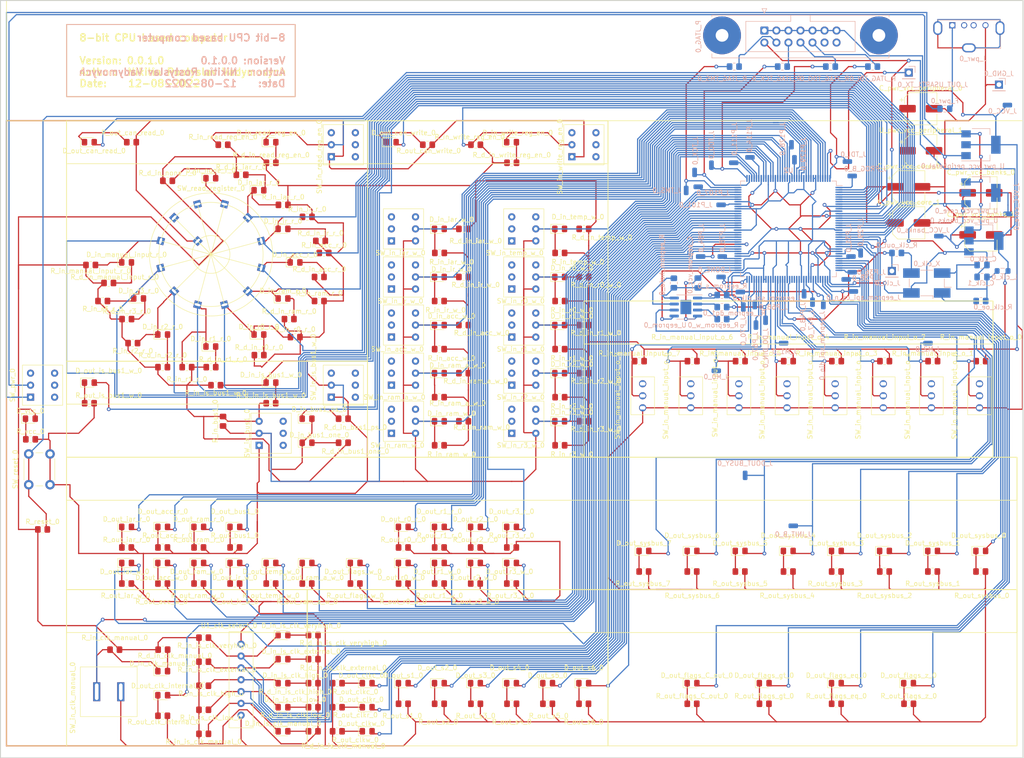
<source format=kicad_pcb>
(kicad_pcb (version 20211014) (generator pcbnew)
  (layers (0 "F.Cu" signal) (31 "B.Cu" signal) (34 "B.Paste" user) (35 "F.Paste" user) (36 "B.SilkS" user "B.Silkscreen") (37 "F.SilkS" user "F.Silkscreen") (38 "B.Mask" user) (39 "F.Mask" user) (44 "Edge.Cuts" user))
  (net 0 "")
  (net 1 "Net-(C_clk_0-Pad1)")
  (net 2 "VCC_banks")
  (net 3 "VCC")
  (net 4 "Net-(D_out_acc_r_0-Pad1)")
  (net 5 "Net-(D_out_acc_w_0-Pad1)")
  (net 6 "Net-(D_out_bus1_0-Pad1)")
  (net 7 "Net-(D_out_can_read_0-Pad1)")
  (net 8 "Net-(D_out_can_write_0-Pad1)")
  (net 9 "Net-(D_out_clkc_0-Pad1)")
  (net 10 "P36")
  (net 11 "Net-(D_out_clkr_0-Pad1)")
  (net 12 "P34")
  (net 13 "Net-(D_out_clkw_0-Pad1)")
  (net 14 "P35")
  (net 15 "Net-(D_out_clk_internal_0-Pad1)")
  (net 16 "Net-(D_out_flags_C_out_0-Pad1)")
  (net 17 "Net-(D_out_flags_eq_0-Pad1)")
  (net 18 "Net-(D_out_flags_gt_0-Pad1)")
  (net 19 "Net-(D_out_flags_w_0-Pad1)")
  (net 20 "Net-(D_out_flags_z_0-Pad1)")
  (net 21 "CCLK")
  (net 22 "Net-(D_out_iar_r_0-Pad1)")
  (net 23 "Net-(D_out_iar_w_0-Pad1)")
  (net 24 "Net-(D_out_ir_w_0-Pad1)")
  (net 25 "Net-(D_out_is_bus1_w_0-Pad1)")
  (net 26 "Net-(D_out_r0_r_0-Pad1)")
  (net 27 "Net-(D_out_r0_w_0-Pad1)")
  (net 28 "Net-(D_out_r1_r_0-Pad1)")
  (net 29 "Net-(D_out_r1_w_0-Pad1)")
  (net 30 "Net-(D_out_r2_r_0-Pad1)")
  (net 31 "Net-(D_out_r2_w_0-Pad1)")
  (net 32 "Net-(D_out_r3_r_0-Pad1)")
  (net 33 "Net-(D_out_r3_w_0-Pad1)")
  (net 34 "Net-(D_out_ram_a_w_0-Pad1)")
  (net 35 "Net-(D_out_ram_r_0-Pad1)")
  (net 36 "Net-(D_out_ram_w_0-Pad1)")
  (net 37 "Net-(D_out_s1_0-Pad1)")
  (net 38 "P33")
  (net 39 "Net-(D_out_s2_0-Pad1)")
  (net 40 "P38")
  (net 41 "Net-(D_out_s3_0-Pad1)")
  (net 42 "INIT_B")
  (net 43 "Net-(D_out_s4_0-Pad1)")
  (net 44 "P41")
  (net 45 "Net-(D_out_s5_0-Pad1)")
  (net 46 "DOUT_BUSY")
  (net 47 "Net-(D_out_s6_0-Pad1)")
  (net 48 "P48")
  (net 49 "Net-(D_out_sysbus_0-Pad1)")
  (net 50 "Net-(D_out_sysbus_1-Pad1)")
  (net 51 "Net-(D_out_sysbus_2-Pad1)")
  (net 52 "DONE")
  (net 53 "Net-(D_out_sysbus_3-Pad1)")
  (net 54 "Net-(D_out_sysbus_4-Pad1)")
  (net 55 "HSWAP_EN")
  (net 56 "Net-(D_out_sysbus_5-Pad1)")
  (net 57 "P50")
  (net 58 "Net-(D_out_sysbus_6-Pad1)")
  (net 59 "P51")
  (net 60 "Net-(D_out_sysbus_7-Pad1)")
  (net 61 "M2")
  (net 62 "Net-(D_out_temp_w_0-Pad1)")
  (net 63 "Net-(D_vcc_0-Pad1)")
  (net 64 "Net-(F_pwr_0-Pad1)")
  (net 65 "Net-(F_pwr_0-Pad2)")
  (net 68 "unconnected-(J_pwr_0-Pad5)")
  (net 69 "Net-(P_JTAG_0-Pad4)")
  (net 70 "Net-(P_JTAG_0-Pad6)")
  (net 71 "Net-(P_JTAG_0-Pad8)")
  (net 72 "Net-(P_JTAG_0-Pad10)")
  (net 75 "Net-(R_clk_oe_0-Pad2)")
  (net 76 "Net-(R_clk_out_0-Pad1)")
  (net 77 "Net-(R_eeprom_hold_0-Pad1)")
  (net 78 "Net-(R_eeprom_w_0-Pad2)")
  (net 79 "M1")
  (net 80 "M0")
  (net 81 "P54")
  (net 82 "P58")
  (net 83 "P59")
  (net 84 "P66")
  (net 85 "P109")
  (net 86 "P110")
  (net 87 "P111")
  (net 88 "P112")
  (net 89 "P113")
  (net 90 "Net-(R__eeprom_dq1_0-Pad2)")
  (net 102 "Net-(SW_pwr_0-Pad2)")
  (net 106 "P114")
  (net 107 "VCC_core")
  (net 108 "P117")
  (net 109 "P119")
  (net 110 "P120")
  (net 111 "P74")
  (net 112 "P75")
  (net 113 "P76")
  (net 114 "P77")
  (net 115 "P78")
  (net 116 "P81")
  (net 117 "P82")
  (net 118 "P83")
  (net 119 "P84")
  (net 120 "P85")
  (net 121 "P67")
  (net 122 "P39")
  (net 123 "P44")
  (net 124 "P47")
  (net 125 "P1")
  (net 126 "P2")
  (net 127 "P3")
  (net 128 "P4")
  (net 129 "P5")
  (net 130 "P6")
  (net 131 "P7")
  (net 132 "P8")
  (net 133 "P10")
  (net 134 "P12")
  (net 135 "P144")
  (net 136 "P108")
  (net 137 "P14")
  (net 138 "P15")
  (net 139 "P16")
  (net 140 "P17")
  (net 141 "P18")
  (net 142 "P20")
  (net 143 "P21")
  (net 144 "P22")
  (net 145 "P23")
  (net 146 "P24")
  (net 147 "P25")
  (net 148 "P26")
  (net 149 "P29")
  (net 150 "P31")
  (net 151 "P32")
  (net 152 "P52")
  (net 153 "P53")
  (net 154 "P68")
  (net 155 "P69")
  (net 156 "P70")
  (net 157 "P86")
  (net 158 "P87")
  (net 159 "P88")
  (net 160 "P89")
  (net 161 "P91")
  (net 162 "P92")
  (net 163 "P93")
  (net 164 "P94")
  (net 165 "P95")
  (net 166 "P96")
  (net 167 "P97")
  (net 168 "P98")
  (net 169 "P101")
  (net 170 "P103")
  (net 171 "P104")
  (net 172 "P105")
  (net 173 "P106")
  (net 174 "P107")
  (net 175 "P116")
  (net 176 "P122")
  (net 177 "P123")
  (net 178 "P124")
  (net 179 "P125")
  (net 180 "P126")
  (net 181 "P128")
  (net 182 "P129")
  (net 183 "P130")
  (net 184 "P131")
  (net 185 "P132")
  (net 186 "P134")
  (net 187 "P135")
  (net 188 "P136")
  (net 189 "P139")
  (net 190 "P140")
  (net 191 "P141")
  (net 192 "P142")
  (net 193 "Net-(D_in_acc_r_0-Pad2)")
  (net 194 "Net-(D_in_iar_r_0-Pad2)")
  (net 195 "Net-(D_in_ir_r_0-Pad2)")
  (net 196 "Net-(D_in_manual_input_r_0-Pad2)")
  (net 197 "Net-(D_in_none_r_0-Pad1)")
  (net 198 "Net-(D_in_none_r_0-Pad2)")
  (net 199 "Net-(D_in_r0_r_0-Pad2)")
  (net 200 "Net-(D_in_r1_r_0-Pad2)")
  (net 201 "Net-(D_in_r2_r_0-Pad2)")
  (net 202 "Net-(D_in_r3_r_0-Pad2)")
  (net 203 "Net-(D_in_ram_r_0-Pad2)")
  (net 204 "Net-(D_in_acc_w_0-Pad2)")
  (net 205 "Net-(D_in_bus1_one_0-Pad2)")
  (net 206 "Net-(D_in_bus1_ps_0-Pad1)")
  (net 207 "Net-(D_in_clk_manual_0-Pad2)")
  (net 208 "Net-(D_in_iar_w_0-Pad2)")
  (net 209 "Net-(D_in_ir_w_0-Pad2)")
  (net 210 "Net-(D_in_is_bus1_w_0-Pad2)")
  (net 211 "Net-(D_in_is_clk_external_0-Pad2)")
  (net 212 "Net-(D_in_is_clk_high_0-Pad2)")
  (net 213 "Net-(D_in_is_clk_low_0-Pad2)")
  (net 214 "Net-(D_in_is_clk_manual_0-Pad2)")
  (net 215 "Net-(D_in_is_clk_veryhigh_0-Pad2)")
  (net 216 "Net-(D_in_r0_w_0-Pad2)")
  (net 217 "Net-(D_in_r1_w_0-Pad2)")
  (net 218 "Net-(D_in_r2_w_0-Pad2)")
  (net 219 "Net-(D_in_r3_w_0-Pad2)")
  (net 220 "Net-(D_in_ram_a_w_0-Pad2)")
  (net 221 "Net-(D_in_ram_w_0-Pad2)")
  (net 222 "Net-(D_in_read_reg_en_0-Pad2)")
  (net 223 "Net-(D_in_temp_w_0-Pad2)")
  (net 224 "Net-(D_in_write_reg_en_0-Pad2)")
  (net 235 "P56")
  (net 236 "GND")
  (net 237 "eeprom_spi_dout")
  (footprint "Capacitor_SMD:CP_Elec_6.3x5.4" (layer "F.Cu") (at 205.74 40.64)
    (fp_text reference "C_pwr_vcc_banks_0")
    (fp_text value "100uF")
  )
  (footprint "Resistor_SMD:R_0805_2012Metric_Pad1.20x1.40mm_HandSolder" (layer "F.Cu") (at 96.52 78.74 180)
    (fp_text reference "R_d_in_ram_a_w_0")
    (fp_text value "68R")
  )
  (footprint "Resistor_SMD:R_0805_2012Metric_Pad1.20x1.40mm_HandSolder" (layer "F.Cu") (at 32.98 115.57)
    (fp_text reference "R_out_acc_r_0")
    (fp_text value "68R")
  )
  (footprint "LED_SMD:LED_0805_2012Metric_Pad1.15x1.40mm_HandSolder" (layer "F.Cu") (at 121.88 144.24)
    (fp_text reference "D_out_s6_0")
    (fp_text value "LED_Small")
  )
  (footprint "Resistor_SMD:R_0805_2012Metric_Pad1.20x1.40mm_HandSolder" (layer "F.Cu") (at 195.58 76.2)
    (fp_text reference "R_in_manual_input_o_1")
    (fp_text value "1K")
  )
  (footprint "SR26 1-1-12P:SR26 1-1-12P" (layer "F.Cu") (at 43.18 53.66)
    (fp_text reference "SW_read_register_0")
    (fp_text value "SW_Rotary12")
  )
  (footprint "LED_SMD:LED_0805_2012Metric_Pad1.15x1.40mm_HandSolder" (layer "F.Cu") (at 17.5 80.74)
    (fp_text reference "D_out_is_bus1_w_0")
    (fp_text value "LED_Small")
  )
  (footprint "Resistor_SMD:R_0805_2012Metric_Pad1.20x1.40mm_HandSolder" (layer "F.Cu") (at 7.62 111.76)
    (fp_text reference "R_reset_0")
    (fp_text value "1K")
  )
  (footprint "Resistor_SMD:R_0805_2012Metric_Pad1.20x1.40mm_HandSolder" (layer "F.Cu") (at 41.64 154.94 180)
    (fp_text reference "R_in_is_clk_manual_0")
    (fp_text value "1K")
  )
  (footprint "LED_SMD:LED_0805_2012Metric_Pad1.15x1.40mm_HandSolder" (layer "F.Cu") (at 32.98 70.58)
    (fp_text reference "D_in_r2_r_0")
    (fp_text value "LED_Small")
  )
  (footprint "Resistor_SMD:R_0805_2012Metric_Pad1.20x1.40mm_HandSolder" (layer "F.Cu") (at 66.04 58.42)
    (fp_text reference "R_d_in_acc_r_0")
    (fp_text value "68R")
  )
  (footprint "LED_SMD:LED_0805_2012Metric_Pad1.15x1.40mm_HandSolder" (layer "F.Cu") (at 190.46 144.24)
    (fp_text reference "D_out_flags_z_0")
    (fp_text value "LED_Small")
  )
  (footprint "LED_SMD:LED_0805_2012Metric_Pad1.15x1.40mm_HandSolder" (layer "F.Cu") (at 195.54 116.3)
    (fp_text reference "D_out_sysbus_1")
    (fp_text value "LED_Small")
  )
  (footprint "LED_SMD:LED_0805_2012Metric_Pad1.15x1.40mm_HandSolder" (layer "F.Cu") (at 116.8 78.74)
    (fp_text reference "D_in_r2_w_0")
    (fp_text value "LED_Small")
  )
  (footprint "Resistor_SMD:R_0805_2012Metric_Pad1.20x1.40mm_HandSolder" (layer "F.Cu") (at 91.4 63.5)
    (fp_text reference "R_in_ir_w_0")
    (fp_text value "1K")
  )
  (footprint "Resistor_SMD:R_0805_2012Metric_Pad1.20x1.40mm_HandSolder" (layer "F.Cu") (at 99.02 123.19)
    (fp_text reference "R_out_r2_w_0")
    (fp_text value "68R")
  )
  (footprint "LED_SMD:LED_0805_2012Metric_Pad1.15x1.40mm_HandSolder" (layer "F.Cu") (at 83.78 118.84)
    (fp_text reference "D_out_r0_w_0")
    (fp_text value "LED_Small")
  )
  (footprint "Resistor_SMD:R_0805_2012Metric_Pad1.20x1.40mm_HandSolder" (layer "F.Cu") (at 17.5 85.09)
    (fp_text reference "R_out_is_bus1_w_0")
    (fp_text value "68R")
  )
  (footprint "Resistor_SMD:R_0805_2012Metric_Pad1.20x1.40mm_HandSolder" (layer "F.Cu") (at 144.74 148.59)
    (fp_text reference "R_out_flags_C_out_0")
    (fp_text value "68R")
  )
  (footprint "Capacitor_SMD:CP_Elec_6.3x5.4" (layer "F.Cu") (at 190.5 46.99)
    (fp_text reference "C_pwr_vcc_core_1")
    (fp_text value "100uF")
  )
  (footprint "LED_SMD:LED_0805_2012Metric_Pad1.15x1.40mm_HandSolder" (layer "F.Cu") (at 58.38 149.32)
    (fp_text reference "D_in_is_clk_low_0")
    (fp_text value "LED_Small")
  )
  (footprint "SW_SPDT_small:SW_SPDT_Small" (layer "F.Cu") (at 195.28 83.52 90)
    (fp_text reference "SW_in_manual_input_o_1")
    (fp_text value "SW_SPDT")
  )
  (footprint "Resistor_SMD:R_0805_2012Metric_Pad1.20x1.40mm_HandSolder" (layer "F.Cu") (at 25.36 115.57)
    (fp_text reference "R_out_iar_r_0")
    (fp_text value "68R")
  )
  (footprint "Resistor_SMD:R_0805_2012Metric_Pad1.20x1.40mm_HandSolder" (layer "F.Cu") (at 63.5 45.72)
    (fp_text reference "R_in_ir_r_0")
    (fp_text value "1K")
  )
  (footprint "Resistor_SMD:R_0805_2012Metric_Pad1.20x1.40mm_HandSolder" (layer "F.Cu") (at 69.85 144.24 180)
    (fp_text reference "R_out_clkc_0")
    (fp_text value "68R")
  )
  (footprint "SW_SPDT_small:SW_SPDT_Small" (layer "F.Cu") (at 185.12 83.52 90)
    (fp_text reference "SW_in_manual_input_o_2")
    (fp_text value "SW_SPDT")
  )
  (footprint "LED_SMD:LED_0805_2012Metric_Pad1.15x1.40mm_HandSolder" (layer "F.Cu") (at 83.78 111.22)
    (fp_text reference "D_out_r0_r_0")
    (fp_text value "LED_Small")
  )
  (footprint "Resistor_SMD:R_0805_2012Metric_Pad1.20x1.40mm_HandSolder" (layer "F.Cu") (at 17.78 55.88 180)
    (fp_text reference "R_in_manual_input_r_0")
    (fp_text value "1K")
  )
  (footprint "Resistor_SMD:R_0805_2012Metric_Pad1.20x1.40mm_HandSolder" (layer "F.Cu") (at 121.88 148.59)
    (fp_text reference "R_out_s6_0")
    (fp_text value "68R")
  )
  (footprint "Resistor_SMD:R_0805_2012Metric_Pad1.20x1.40mm_HandSolder" (layer "F.Cu") (at 48.22 115.57)
    (fp_text reference "R_out_bus1_0")
    (fp_text value "68R")
  )
  (footprint "Resistor_SMD:R_0805_2012Metric_Pad1.20x1.40mm_HandSolder" (layer "F.Cu") (at 21.59 59.69)
    (fp_text reference "R_d_in_manual_input_r_0")
    (fp_text value "68R")
  )
  (footprint "Resistor_SMD:R_0805_2012Metric_Pad1.20x1.40mm_HandSolder" (layer "F.Cu") (at 25.4 67.31)
    (fp_text reference "R_d_in_r3_r_0")
    (fp_text value "68R")
  )
  (footprint "Resistor_SMD:R_0805_2012Metric_Pad1.20x1.40mm_HandSolder" (layer "F.Cu") (at 69.85 154.4 180)
    (fp_text reference "R_out_clkw_0")
    (fp_text value "68R")
  )
  (footprint "LED_SMD:LED_0805_2012Metric_Pad1.15x1.40mm_HandSolder" (layer "F.Cu") (at 81.24 29.94)
    (fp_text reference "D_out_can_write_0")
    (fp_text value "LED_Small")
  )
  (footprint "Resistor_SMD:R_0805_2012Metric_Pad1.20x1.40mm_HandSolder" (layer "F.Cu") (at 106.68 148.59)
    (fp_text reference "R_out_s4_0")
    (fp_text value "68R")
  )
  (footprint "Resistor_SMD:R_0805_2012Metric_Pad1.20x1.40mm_HandSolder" (layer "F.Cu") (at 116.84 73.66)
    (fp_text reference "R_in_r1_w_0")
    (fp_text value "1K")
  )
  (footprint "Resistor_SMD:R_0805_2012Metric_Pad1.20x1.40mm_HandSolder" (layer "F.Cu") (at 165.1 76.2)
    (fp_text reference "R_in_manual_input_o_4")
    (fp_text value "1K")
  )
  (footprint "Resistor_SMD:R_0805_2012Metric_Pad1.20x1.40mm_HandSolder" (layer "F.Cu") (at 22.86 137.16)
    (fp_text reference "R_in_clk_manual_0")
    (fp_text value "1K")
  )
  (footprint "SW_SPDT_small:Tactile_6PIN_SPDT_8.5x8.5mm" (layer "F.Cu") (at 53.34 93.98 90)
    (fp_text reference "SW_in_bus1_0")
    (fp_text value "SW_DPDT_x2")
  )
  (footprint "Resistor_SMD:R_0805_2012Metric_Pad1.20x1.40mm_HandSolder" (layer "F.Cu") (at 38.1 77.47)
    (fp_text reference "R_in_r1_r_0")
    (fp_text value "1K")
  )
  (footprint "Resistor_SMD:R_0805_2012Metric_Pad1.20x1.40mm_HandSolder" (layer "F.Cu") (at 185.38 120.65)
    (fp_text reference "R_out_sysbus_2")
    (fp_text value "68R")
  )
  (footprint "Resistor_SMD:R_0805_2012Metric_Pad1.20x1.40mm_HandSolder" (layer "F.Cu") (at 99.02 115.57)
    (fp_text reference "R_out_r2_r_0")
    (fp_text value "68R")
  )
  (footprint "SW_SPDT_small:Tactile_6PIN_SPDT_8.5x8.5mm" (layer "F.Cu") (at 68.58 83.82 90)
    (fp_text reference "SW_in_is_bus1_w_0")
    (fp_text value "SW_DPDT_x2")
  )
  (footprint "Resistor_SMD:R_0805_2012Metric_Pad1.20x1.40mm_HandSolder" (layer "F.Cu") (at 121.92 58.42 180)
    (fp_text reference "R_d_in_r0_w_0")
    (fp_text value "68R")
  )
  (footprint "SW_SPDT_small:SW_SPDT_Small" (layer "F.Cu") (at 205.44 83.52 90)
    (fp_text reference "SW_in_manual_input_o_0")
    (fp_text value "SW_SPDT")
  )
  (footprint "SW_SPDT_small:Tactile_6PIN_SPDT_8.5x8.5mm" (layer "F.Cu") (at 5.08 83.82 90)
    (fp_text reference "SW_pwr_0")
    (fp_text value "SW_DPDT_x2")
  )
  (footprint "Resistor_SMD:R_0805_2012Metric_Pad1.20x1.40mm_HandSolder" (layer "F.Cu") (at 40.6 115.57)
    (fp_text reference "R_out_ram_r_0")
    (fp_text value "68R")
  )
  (footprint "SW_SPDT_small:Tactile_6PIN_SPDT_8.5x8.5mm" (layer "F.Cu") (at 106.68 81.28 90)
    (fp_text reference "SW_in_r2_w_0")
    (fp_text value "SW_DPDT_x2")
  )
  (footprint "Resistor_SMD:R_0805_2012Metric_Pad1.20x1.40mm_HandSolder" (layer "F.Cu") (at 55.84 85.09)
    (fp_text reference "R_d_in_is_bus1_w_0")
    (fp_text value "68R")
  )
  (footprint "Resistor_SMD:R_0805_2012Metric_Pad1.20x1.40mm_HandSolder" (layer "F.Cu") (at 53.34 74.93)
    (fp_text reference "R_d_in_r0_r_0")
    (fp_text value "68R")
  )
  (footprint "Capacitor_SMD:CP_Elec_6.3x5.4" (layer "F.Cu") (at 190.5 39.37)
    (fp_text reference "C_pwr_vcc_core_0")
    (fp_text value "100uF")
  )
  (footprint "Resistor_SMD:R_0805_2012Metric_Pad1.20x1.40mm_HandSolder" (layer "F.Cu") (at 121.92 48.26 180)
    (fp_text reference "R_d_in_temp_w_0")
    (fp_text value "68R")
  )
  (footprint "LED_SMD:LED_0805_2012Metric_Pad1.15x1.40mm_HandSolder" (layer "F.Cu") (at 76.16 149.32)
    (fp_text reference "D_out_clkr_0")
    (fp_text value "LED_Small")
  )
  (footprint "Resistor_SMD:R_0805_2012Metric_Pad1.20x1.40mm_HandSolder" (layer "F.Cu") (at 59.69 67.31)
    (fp_text reference "R_d_in_ram_r_0")
    (fp_text value "68R")
  )
  (footprint "Resistor_SMD:R_0805_2012Metric_Pad1.20x1.40mm_HandSolder" (layer "F.Cu") (at 154.9 120.65)
    (fp_text reference "R_out_sysbus_5")
    (fp_text value "68R")
  )
  (footprint "LED_SMD:LED_0805_2012Metric_Pad1.15x1.40mm_HandSolder" (layer "F.Cu") (at 91.4 144.24)
    (fp_text reference "D_out_s2_0")
    (fp_text value "LED_Small")
  )
  (footprint "SW_SPDT_small:Tactile_6PIN_SPDT_8.5x8.5mm" (layer "F.Cu") (at 106.68 91.44 90)
    (fp_text reference "SW_in_r3_w_0")
    (fp_text value "SW_DPDT_x2")
  )
  (footprint "SW_SPDT_small:SW_SPDT_Small" (layer "F.Cu") (at 134.32 83.52 90)
    (fp_text reference "SW_in_manual_input_o_7")
    (fp_text value "SW_SPDT")
  )
  (footprint "Resistor_SMD:R_0805_2012Metric_Pad1.20x1.40mm_HandSolder" (layer "F.Cu") (at 49.53 36.83)
    (fp_text reference "R_d_in_iar_r_0")
    (fp_text value "68R")
  )
  (footprint "LED_SMD:LED_0805_2012Metric_Pad1.15x1.40mm_HandSolder" (layer "F.Cu") (at 91.4 48.26)
    (fp_text reference "D_in_iar_w_0")
    (fp_text value "LED_Small")
  )
  (footprint "LED_SMD:LED_0805_2012Metric_Pad1.15x1.40mm_HandSolder" (layer "F.Cu") (at 25.36 111.22)
    (fp_text reference "D_out_iar_r_0")
    (fp_text value "LED_Small")
  )
  (footprint "Resistor_SMD:R_0805_2012Metric_Pad1.20x1.40mm_HandSolder" (layer "F.Cu") (at 40.6 123.19)
    (fp_text reference "R_out_ram_w_0")
    (fp_text value "68R")
  )
  (footprint "Resistor_SMD:R_0805_2012Metric_Pad1.20x1.40mm_HandSolder" (layer "F.Cu") (at 116.84 63.5)
    (fp_text reference "R_in_r0_w_0")
    (fp_text value "1K")
  )
  (footprint "Resistor_SMD:R_0805_2012Metric_Pad1.20x1.40mm_HandSolder" (layer "F.Cu") (at 96.52 58.42 180)
    (fp_text reference "R_d_in_ir_w_0")
    (fp_text value "68R")
  )
  (footprint "Resistor_SMD:R_0805_2012Metric_Pad1.20x1.40mm_HandSolder" (layer "F.Cu") (at 175.22 148.59)
    (fp_text reference "R_out_flags_eq_0")
    (fp_text value "68R")
  )
  (footprint "LED_SMD:LED_0805_2012Metric_Pad1.15x1.40mm_HandSolder" (layer "F.Cu") (at 40.6 111.22)
    (fp_text reference "D_out_ram_r_0")
    (fp_text value "LED_Small")
  )
  (footprint "Resistor_SMD:R_0805_2012Metric_Pad1.20x1.40mm_HandSolder" (layer "F.Cu") (at 32.98 77.47)
    (fp_text reference "R_d_in_r2_r_0")
    (fp_text value "68R")
  )
  (footprint "LED_SMD:LED_0805_2012Metric_Pad1.15x1.40mm_HandSolder" (layer "F.Cu") (at 99.02 111.22)
    (fp_text reference "D_out_r2_r_0")
    (fp_text value "LED_Small")
  )
  (footprint "Resistor_SMD:R_0805_2012Metric_Pad1.20x1.40mm_HandSolder" (layer "F.Cu") (at 41.64 144.78 180)
    (fp_text reference "R_in_is_clk_high_0")
    (fp_text value "1K")
  )
  (footprint "LED_SMD:LED_0805_2012Metric_Pad1.15x1.40mm_HandSolder" (layer "F.Cu") (at 106.64 111.22)
    (fp_text reference "D_out_r3_r_0")
    (fp_text value "LED_Small")
  )
  (footprint "Resistor_SMD:R_0805_2012Metric_Pad1.20x1.40mm_HandSolder" (layer "F.Cu") (at 45.72 88.9 90)
    (fp_text reference "R_in_bus1_0")
    (fp_text value "1K")
  )
  (footprint "Resistor_SMD:R_0805_2012Metric_Pad1.20x1.40mm_HandSolder" (layer "F.Cu") (at 71.12 93.44)
    (fp_text reference "R_d_in_bus1_one_0")
    (fp_text value "68R")
  )
  (footprint "LED_SMD:LED_0805_2012Metric_Pad1.15x1.40mm_HandSolder" (layer "F.Cu") (at 175.22 144.24)
    (fp_text reference "D_out_flags_eq_0")
    (fp_text value "LED_Small")
  )
  (footprint "LED_SMD:LED_0805_2012Metric_Pad1.15x1.40mm_HandSolder" (layer "F.Cu") (at 114.26 144.24)
    (fp_text reference "D_out_s5_0")
    (fp_text value "LED_Small")
  )
  (footprint "LED_SMD:LED_0805_2012Metric_Pad1.15x1.40mm_HandSolder" (layer "F.Cu") (at 32.98 118.84)
    (fp_text reference "D_out_acc_w_0")
    (fp_text value "LED_Small")
  )
  (footprint "Resistor_SMD:R_0805_2012Metric_Pad1.20x1.40mm_HandSolder" (layer "F.Cu") (at 48.22 123.19)
    (fp_text reference "R_out_ir_w_0")
    (fp_text value "68R")
  )
  (footprint "Resistor_SMD:R_0805_2012Metric_Pad1.20x1.40mm_HandSolder" (layer "F.Cu") (at 69.85 149.32 180)
    (fp_text reference "R_out_clkr_0")
    (fp_text value "68R")
  )
  (footprint "LED_SMD:LED_0805_2012Metric_Pad1.15x1.40mm_HandSolder" (layer "F.Cu") (at 99.02 144.24)
    (fp_text reference "D_out_s3_0")
    (fp_text value "LED_Small")
  )
  (footprint "Resistor_SMD:R_0805_2012Metric_Pad1.20x1.40mm_HandSolder" (layer "F.Cu") (at 116.84 93.98)
    (fp_text reference "R_in_r3_w_0")
    (fp_text value "1K")
  )
  (footprint "Resistor_SMD:R_0805_2012Metric_Pad1.20x1.40mm_HandSolder" (layer "F.Cu") (at 83.78 148.59)
    (fp_text reference "R_out_s1_0")
    (fp_text value "68R")
  )
  (footprint "Resistor_SMD:R_0805_2012Metric_Pad1.20x1.40mm_HandSolder" (layer "F.Cu") (at 96.52 68.58 180)
    (fp_text reference "R_d_in_acc_w_0")
    (fp_text value "68R")
  )
  (footprint "LED_SMD:LED_0805_2012Metric_Pad1.15x1.40mm_HandSolder" (layer "F.Cu") (at 116.8 88.9)
    (fp_text reference "D_in_r3_w_0")
    (fp_text value "LED_Small")
  )
  (footprint "Resistor_SMD:R_0805_2012Metric_Pad1.20x1.40mm_HandSolder" (layer "F.Cu") (at 116.84 53.34)
    (fp_text reference "R_in_temp_w_0")
    (fp_text value "1K")
  )
  (footprint "LED_SMD:LED_0805_2012Metric_Pad1.15x1.40mm_HandSolder" (layer "F.Cu") (at 99.02 118.84)
    (fp_text reference "D_out_r2_w_0")
    (fp_text value "LED_Small")
  )
  (footprint "Resistor_SMD:R_0805_2012Metric_Pad1.20x1.40mm_HandSolder" (layer "F.Cu") (at 114.26 148.59)
    (fp_text reference "R_out_s5_0")
    (fp_text value "68R")
  )
  (footprint "Resistor_SMD:R_0805_2012Metric_Pad1.20x1.40mm_HandSolder" (layer "F.Cu") (at 91.4 123.19)
    (fp_text reference "R_out_r1_w_0")
    (fp_text value "68R")
  )
  (footprint "Resistor_SMD:R_0805_2012Metric_Pad1.20x1.40mm_HandSolder" (layer "F.Cu") (at 83.78 123.19)
    (fp_text reference "R_out_r0_w_0")
    (fp_text value "68R")
  )
  (footprint "Resistor_SMD:R_0805_2012Metric_Pad1.20x1.40mm_HandSolder" (layer "F.Cu") (at 32.98 151.13)
    (fp_text reference "R_out_clk_internal_0")
    (fp_text value "68R")
  )
  (footprint "LED_SMD:LED_0805_2012Metric_Pad1.15x1.40mm_HandSolder" (layer "F.Cu") (at 58.38 144.24)
    (fp_text reference "D_in_is_clk_high_0")
    (fp_text value "LED_Small")
  )
  (footprint "LED_SMD:LED_0805_2012Metric_Pad1.15x1.40mm_HandSolder" (layer "F.Cu") (at 63.46 93.44)
    (fp_text reference "D_in_bus1_one_0")
    (fp_text value "LED_Small")
  )
  (footprint "SW_SPDT_small:Tactile_6PIN_SPDT_8.5x8.5mm" (layer "F.Cu") (at 81.28 71.12 90)
    (fp_text reference "SW_in_acc_w_0")
    (fp_text value "SW_DPDT_x2")
  )
  (footprint "SW_SPDT_small:SW_SPDT_Small" (layer "F.Cu") (at 144.48 83.52 90)
    (fp_text reference "SW_in_manual_input_o_6")
    (fp_text value "SW_SPDT")
  )
  (footprint "Resistor_SMD:R_0805_2012Metric_Pad1.20x1.40mm_HandSolder" (layer "F.Cu") (at 99.06 30.48)
    (fp_text reference "R_in_write_reg_en_0")
    (fp_text value "1K")
  )
  (footprint "Resistor_SMD:R_0805_2012Metric_Pad1.20x1.40mm_HandSolder" (layer "F.Cu") (at 34.02 38.1)
    (fp_text reference "R_d_in_none_r_0")
    (fp_text value "68R")
  )
  (footprint "Resistor_SMD:R_0805_2012Metric_Pad1.20x1.40mm_HandSolder" (layer "F.Cu") (at 73.62 123.19)
    (fp_text reference "R_out_flags_w_0")
    (fp_text value "68R")
  )
  (footprint "Capacitor_SMD:CP_Elec_6.3x5.4" (layer "F.Cu") (at 193.04 31.75)
    (fp_text reference "U_pwr_vcc_peripheral_1")
    (fp_text value "100uF")
  )
  (footprint "SW_SPDT_small:SW_SPDT_Small" (layer "F.Cu") (at 164.8 83.52 90)
    (fp_text reference "SW_in_manual_input_o_4")
    (fp_text value "SW_SPDT")
  )
  (footprint "SW_SPDT_small:Tactile_6PIN_SPDT_8.5x8.5mm" (layer "F.Cu") (at 81.28 60.96 90)
    (fp_text reference "SW_in_ir_w_0")
    (fp_text value "SW_DPDT_x2")
  )
  (footprint "LED_SMD:LED_0805_2012Metric_Pad1.15x1.40mm_HandSolder" (layer "F.Cu") (at 159.98 144.24)
    (fp_text reference "D_out_flags_gt_0")
    (fp_text value "LED_Small")
  )
  (footprint "LED_SMD:LED_0805_2012Metric_Pad1.15x1.40mm_HandSolder" (layer "F.Cu") (at 116.8 68.58)
    (fp_text reference "D_in_r1_w_0")
    (fp_text value "LED_Small")
  )
  (footprint "Capacitor_SMD:CP_Elec_6.3x5.4" (layer "F.Cu") (at 205.74 49.53)
    (fp_text reference "C_pwr_vcc_banks_1")
    (fp_text value "100uF")
  )
  (footprint "LED_SMD:LED_0805_2012Metric_Pad1.15x1.40mm_HandSolder" (layer "F.Cu") (at 32.98 146.78)
    (fp_text reference "D_out_clk_internal_0")
    (fp_text value "LED_Small")
  )
  (footprint "LED_SMD:LED_0805_2012Metric_Pad1.15x1.40mm_HandSolder" (layer "F.Cu") (at 91.4 88.9)
    (fp_text reference "D_in_ram_w_0")
    (fp_text value "LED_Small")
  )
  (footprint "Resistor_SMD:R_0805_2012Metric_Pad1.20x1.40mm_HandSolder" (layer "F.Cu") (at 64.77 139.16 180)
    (fp_text reference "R_d_in_is_clk_external_0")
    (fp_text value "68R")
  )
  (footprint "LED_SMD:LED_0805_2012Metric_Pad1.15x1.40mm_HandSolder" (layer "F.Cu") (at 205.7 116.3)
    (fp_text reference "D_out_sysbus_0")
    (fp_text value "LED_Small")
  )
  (footprint "SW_SPDT_small:Tactile_6PIN_SPDT_8.5x8.5mm" (layer "F.Cu") (at 81.28 81.28 90)
    (fp_text reference "SW_in_ram_a_w_0")
    (fp_text value "SW_DPDT_x2")
  )
  (footprint "Resistor_SMD:R_0805_2012Metric_Pad1.20x1.40mm_HandSolder" (layer "F.Cu") (at 154.94 76.2)
    (fp_text reference "R_in_manual_input_o_5")
    (fp_text value "1K")
  )
  (footprint "Resistor_SMD:R_0805_2012Metric_Pad1.20x1.40mm_HandSolder" (layer "F.Cu") (at 99.06 148.59)
    (fp_text reference "R_out_s3_0")
    (fp_text value "68R")
  )
  (footprint "LED_SMD:LED_0805_2012Metric_Pad1.15x1.40mm_HandSolder" (layer "F.Cu") (at 91.4 68.58)
    (fp_text reference "D_in_acc_w_0")
    (fp_text value "LED_Small")
  )
  (footprint "Resistor_SMD:R_0805_2012Metric_Pad1.20x1.40mm_HandSolder" (layer "F.Cu") (at 116.84 83.82)
    (fp_text reference "R_in_r2_w_0")
    (fp_text value "1K")
  )
  (footprint "SW_SPDT_small:Tactile_6PIN_SPDT_8.5x8.5mm" (layer "F.Cu") (at 119.38 33.02 90)
    (fp_text reference "SW_in_write_reg_en_0")
    (fp_text value "SW_DPDT_x2")
  )
  (footprint "Resistor_SMD:R_0805_2012Metric_Pad1.20x1.40mm_HandSolder" (layer "F.Cu") (at 195.54 120.65)
    (fp_text reference "R_out_sysbus_1")
    (fp_text value "68R")
  )
  (footprint "LED_SMD:LED_0805_2012Metric_Pad1.15x1.40mm_HandSolder" (layer "F.Cu") (at 25.36 55.34)
    (fp_text reference "D_in_manual_input_r_0")
    (fp_text value "LED_Small")
  )
  (footprint "LED_SMD:LED_0805_2012Metric_Pad1.15x1.40mm_HandSolder" (layer "F.Cu") (at 144.74 116.3)
    (fp_text reference "D_out_sysbus_6")
    (fp_text value "LED_Small")
  )
  (footprint "SW_SPDT_small:SW_SPDT_Small" (layer "F.Cu") (at 174.96 83.52 90)
    (fp_text reference "SW_in_manual_input_o_3")
    (fp_text value "SW_SPDT")
  )
  (footprint "Resistor_SMD:R_0805_2012Metric_Pad1.20x1.40mm_HandSolder" (layer "F.Cu") (at 165.06 120.65)
    (fp_text reference "R_out_sysbus_4")
    (fp_text value "68R")
  )
  (footprint "Resistor_SMD:R_0805_2012Metric_Pad1.20x1.40mm_HandSolder" (layer "F.Cu") (at 121.92 68.58 180)
    (fp_text reference "R_d_in_r1_w_0")
    (fp_text value "68R")
  )
  (footprint "LED_SMD:LED_0805_2012Metric_Pad1.15x1.40mm_HandSolder" (layer "F.Cu") (at 185.38 116.3)
    (fp_text reference "D_out_sysbus_2")
    (fp_text value "LED_Small")
  )
  (footprint "LED_SMD:LED_0805_2012Metric_Pad1.15x1.40mm_HandSolder" (layer "F.Cu") (at 91.4 78.74)
    (fp_text reference "D_in_ram_a_w_0")
    (fp_text value "LED_Small")
  )
  (footprint "LED_SMD:LED_0805_2012Metric_Pad1.15x1.40mm_HandSolder" (layer "F.Cu") (at 83.78 144.24)
    (fp_text reference "D_out_s1_0")
    (fp_text value "LED_Small")
  )
  (footprint "Resistor_SMD:R_0805_2012Metric_Pad1.20x1.40mm_HandSolder" (layer "F.Cu") (at 41.64 134.62 180)
    (fp_text reference "R_in_is_clk_veryhigh_0")
    (fp_text value "1K")
  )
  (footprint "Resistor_SMD:R_0805_2012Metric_Pad1.20x1.40mm_HandSolder" (layer "F.Cu") (at 58.42 43.18)
    (fp_text reference "R_in_iar_r_0")
    (fp_text value "1K")
  )
  (footprint "Resistor_SMD:R_0805_2012Metric_Pad1.20x1.40mm_HandSolder" (layer "F.Cu") (at 121.92 78.74 180)
    (fp_text reference "R_d_in_r2_w_0")
    (fp_text value "68R")
  )
  (footprint "Resistor_SMD:R_0805_2012Metric_Pad1.20x1.40mm_HandSolder" (layer "F.Cu") (at 83.78 115.57)
    (fp_text reference "R_out_r0_r_0")
    (fp_text value "68R")
  )
  (footprint "LED_SMD:LED_0805_2012Metric_Pad1.15x1.40mm_HandSolder" (layer "F.Cu") (at 48.22 111.22)
    (fp_text reference "D_out_bus1_0")
    (fp_text value "LED_Small")
  )
  (footprint "LED_SMD:LED_0805_2012Metric_Pad1.15x1.40mm_HandSolder" (layer "F.Cu") (at 116.8 58.42)
    (fp_text reference "D_in_r0_w_0")
    (fp_text value "LED_Small")
  )
  (footprint "Resistor_SMD:R_0805_2012Metric_Pad1.20x1.40mm_HandSolder" (layer "F.Cu") (at 190.5 148.59)
    (fp_text reference "R_out_flags_z_0")
    (fp_text value "68R")
  )
  (footprint "Resistor_SMD:R_0805_2012Metric_Pad1.20x1.40mm_HandSolder" (layer "F.Cu") (at 64.77 144.24 180)
    (fp_text reference "R_d_in_is_clk_high_0")
    (fp_text value "68R")
  )
  (footprint "SW_SPDT_small:Tactile_6PIN_SPDT_8.5x8.5mm" (layer "F.Cu") (at 106.68 71.12 90)
    (fp_text reference "SW_in_r1_w_0")
    (fp_text value "SW_DPDT_x2")
  )
  (footprint "Resistor_SMD:R_0805_2012Metric_Pad1.20x1.40mm_HandSolder" (layer "F.Cu") (at 25.36 123.19)
    (fp_text reference "R_out_iar_w_0")
    (fp_text value "68R")
  )
  (footprint "Resistor_SMD:R_0805_2012Metric_Pad1.20x1.40mm_HandSolder" (layer "F.Cu") (at 185.42 76.2)
    (fp_text reference "R_in_manual_input_o_2")
    (fp_text value "1K")
  )
  (footprint "LED_SMD:LED_0805_2012Metric_Pad1.15x1.40mm_HandSolder" (layer "F.Cu") (at 43.14 73.12)
    (fp_text reference "D_in_r1_r_0")
    (fp_text value "LED_Small")
  )
  (footprint "Resistor_SMD:R_0805_2012Metric_Pad1.20x1.40mm_HandSolder" (layer "F.Cu") (at 106.64 115.57)
    (fp_text reference "R_out_r3_r_0")
    (fp_text value "68R")
  )
  (footprint "LED_SMD:LED_0805_2012Metric_Pad1.15x1.40mm_HandSolder" (layer "F.Cu") (at 60.92 55.34)
    (fp_text reference "D_in_acc_r_0")
    (fp_text value "LED_Small")
  )
  (footprint "Resistor_SMD:R_0805_2012Metric_Pad1.20x1.40mm_HandSolder" (layer "F.Cu") (at 106.64 123.19)
    (fp_text reference "R_out_r3_w_0")
    (fp_text value "68R")
  )
  (footprint "LED_SMD:LED_0805_2012Metric_Pad1.15x1.40mm_HandSolder" (layer "F.Cu") (at 58.38 48.26)
    (fp_text reference "D_in_ir_r_0")
    (fp_text value "LED_Small")
  )
  (footprint "Resistor_SMD:R_0805_2012Metric_Pad1.20x1.40mm_HandSolder" (layer "F.Cu") (at 91.4 93.98)
    (fp_text reference "R_in_ram_w_0")
    (fp_text value "1K")
  )
  (footprint "Resistor_SMD:R_0805_2012Metric_Pad1.20x1.40mm_HandSolder" (layer "F.Cu") (at 32.98 123.19)
    (fp_text reference locked "R_out_acc_w_0")
    (fp_text value "68R")
  )
  (footprint "SW_SPDT_small:Tactile_6PIN_SPDT_8.5x8.5mm" (layer "F.Cu") (at 106.68 60.96 90)
    (fp_text reference "SW_in_r0_w_0")
    (fp_text value "SW_DPDT_x2")
  )
  (footprint "Resistor_SMD:R_0805_2012Metric_Pad1.20x1.40mm_HandSolder" (layer "F.Cu") (at 159.98 148.59)
    (fp_text reference "R_out_flags_gt_0")
    (fp_text value "68R")
  )
  (footprint "LED_SMD:LED_0805_2012Metric_Pad1.15x1.40mm_HandSolder" (layer "F.Cu") (at 175.22 116.3)
    (fp_text reference "D_out_sysbus_3")
    (fp_text value "LED_Small")
  )
  (footprint "LED_SMD:LED_0805_2012Metric_Pad1.15x1.40mm_HandSolder" (layer "F.Cu") (at 53.3 40.1)
    (fp_text reference "D_in_iar_r_0")
    (fp_text value "LED_Small")
  )
  (footprint "LED_SMD:LED_0805_2012Metric_Pad1.15x1.40mm_HandSolder" (layer "F.Cu") (at 134.58 116.3)
    (fp_text reference "D_out_sysbus_7")
    (fp_text value "LED_Small")
  )
  (footprint "LED_SMD:LED_0805_2012Metric_Pad1.15x1.40mm_HandSolder" (layer "F.Cu") (at 116.8 48.26)
    (fp_text reference "D_in_temp_w_0")
    (fp_text value "LED_Small")
  )
  (footprint "LED_SMD:LED_0805_2012Metric_Pad1.15x1.40mm_HandSolder" (layer "F.Cu") (at 55.84 29.94)
    (fp_text reference "D_in_read_reg_en_0")
    (fp_text value "LED_Small")
  )
  (footprint "Resistor_SMD:R_0805_2012Metric_Pad1.20x1.40mm_HandSolder" (layer "F.Cu") (at 55.88 34.29)
    (fp_text reference "R_d_in_read_reg_en_0")
    (fp_text value "68R")
  )
  (footprint "Resistor_SMD:R_0805_2012Metric_Pad1.20x1.40mm_HandSolder" (layer "F.Cu") (at 66.04 63.5)
    (fp_text reference "R_in_ram_r_0")
    (fp_text value "1K")
  )
  (footprint "Resistor_SMD:R_0805_2012Metric_Pad1.20x1.40mm_HandSolder" (layer "F.Cu") (at 41.64 149.86 180)
    (fp_text reference "R_in_is_clk_low_0")
    (fp_text value "1K")
  )
  (footprint "Resistor_SMD:R_0805_2012Metric_Pad1.20x1.40mm_HandSolder" (layer "F.Cu") (at 64.77 134.08 180)
    (fp_text reference "R_d_in_is_clk_veryhigh_0")
    (fp_text value "68R")
  )
  (footprint "LED_SMD:LED_0805_2012Metric_Pad1.15x1.40mm_HandSolder" (layer "F.Cu") (at 17.5 29.94)
    (fp_text reference "D_out_can_read_0")
    (fp_text value "LED_Small")
  )
  (footprint "Resistor_SMD:R_0805_2012Metric_Pad1.20x1.40mm_HandSolder" (layer "F.Cu") (at 91.4 73.66)
    (fp_text reference "R_in_acc_w_0")
    (fp_text value "1K")
  )
  (footprint "SW_SPDT_small:Tactile_6PIN_SPDT_8.5x8.5mm" (layer "F.Cu") (at 106.68 50.8 90)
    (fp_text reference "SW_in_temp_w_0")
    (fp_text value "SW_DPDT_x2")
  )
  (footprint "Resistor_SMD:R_0805_2012Metric_Pad1.20x1.40mm_HandSolder" (layer "F.Cu") (at 88.9 30.48)
    (fp_text reference "R_out_can_write_0")
    (fp_text value "68R")
  )
  (footprint "LED_SMD:LED_0805_2012Metric_Pad1.15x1.40mm_HandSolder" (layer "F.Cu") (at 58.38 154.4)
    (fp_text reference "D_in_is_clk_manual_0")
    (fp_text value "LED_Small")
  )
  (footprint "SW_SPDT_small:SW_SPDT_Small" (layer "F.Cu") (at 154.64 83.52 90)
    (fp_text reference "SW_in_manual_input_o_5")
    (fp_text value "SW_SPDT")
  )
  (footprint "Resistor_SMD:R_0805_2012Metric_Pad1.20x1.40mm_HandSolder" (layer "F.Cu") (at 134.58 120.65)
    (fp_text reference "R_out_sysbus_7")
    (fp_text value "68R")
  )
  (footprint "LED_SMD:LED_0805_2012Metric_Pad1.15x1.40mm_HandSolder" (layer "F.Cu") (at 40.6 118.84)
    (fp_text reference "D_out_ram_w_0")
    (fp_text value "LED_Small")
  )
  (footprint "LED_SMD:LED_0805_2012Metric_Pad1.15x1.40mm_HandSolder" (layer "F.Cu") (at 106.64 144.24)
    (fp_text reference "D_out_s4_0")
    (fp_text value "LED_Small")
  )
  (footprint "Resistor_SMD:R_0805_2012Metric_Pad1.20x1.40mm_HandSolder" (layer "F.Cu") (at 144.74 120.65)
    (fp_text reference "R_out_sysbus_6")
    (fp_text value "68R")
  )
  (footprint "LED_SMD:LED_0805_2012Metric_Pad1.15x1.40mm_HandSolder" (layer "F.Cu") (at 91.4 111.22)
    (fp_text reference "D_out_r1_r_0")
    (fp_text value "LED_Small")
  )
  (footprint "LED_SMD:LED_0805_2012Metric_Pad1.15x1.40mm_HandSolder" (layer "F.Cu") (at 25.36 118.84)
    (fp_text reference "D_out_iar_w_0")
    (fp_text value "LED_Small")
  )
  (footprint "Button_Switch_THT:SW_PUSH_6mm_H9.5mm" (layer "F.Cu") (at 4.6975 102.31 90)
    (fp_text reference "SW_reset_0")
    (fp_text value "SW_Push")
  )
  (footprint "LED_SMD:LED_0805_2012Metric_Pad1.15x1.40mm_HandSolder" (layer "F.Cu") (at 55.84 118.84)
    (fp_text reference "D_out_temp_w_0")
    (fp_text value "LED_Small")
  )
  (footprint "LED_SMD:LED_0805_2012Metric_Pad1.15x1.40mm_HandSolder" (layer "F.Cu") (at 53.3 70.58)
    (fp_text reference "D_in_r0_r_0")
    (fp_text value "LED_Small")
  )
  (footprint "LED_SMD:LED_0805_2012Metric_Pad1.15x1.40mm_HandSolder" (layer "F.Cu") (at 58.38 139.16)
    (fp_text reference "D_in_is_clk_external_0")
    (fp_text value "LED_Small")
  )
  (footprint "LED_SMD:LED_0805_2012Metric_Pad1.15x1.40mm_HandSolder" (layer "F.Cu") (at 76.16 144.24)
    (fp_text reference "D_out_clkc_0")
    (fp_text value "LED_Small")
  )
  (footprint "LED_SMD:LED_0805_2012Metric_Pad1.15x1.40mm_HandSolder" (layer "F.Cu") (at 106.64 118.84)
    (fp_text reference "D_out_r3_w_0")
    (fp_text value "LED_Small")
  )
  (footprint "Resistor_SMD:R_0805_2012Metric_Pad1.20x1.40mm_HandSolder" (layer "F.Cu") (at 60.96 71.12)
    (fp_text reference "R_in_r0_r_0")
    (fp_text value "1K")
  )
  (footprint "Resistor_SMD:R_0805_2012Metric_Pad1.20x1.40mm_HandSolder" (layer "F.Cu") (at 44.18 81.28 180)
    (fp_text reference "R_in_is_bus1_w_0")
    (fp_text value "1K")
  )
  (footprint "Resistor_SMD:R_0805_2012Metric_Pad1.20x1.40mm_HandSolder" (layer "F.Cu") (at 91.4 115.57)
    (fp_text reference "R_out_r1_r_0")
    (fp_text value "68R")
  )
  (footprint "LED_SMD:LED_0805_2012Metric_Pad1.15x1.40mm_HandSolder" (layer "F.Cu") (at 63.46 88.36)
    (fp_text reference "D_in_bus1_ps_0")
    (fp_text value "LED_Small")
  )
  (footprint "Resistor_SMD:R_0805_2012Metric_Pad1.20x1.40mm_HandSolder" (layer "F.Cu") (at 64.77 149.32 180)
    (fp_text reference "R_d_in_is_clk_low_0")
    (fp_text value "68R")
  )
  (footprint "LED_SMD:LED_0805_2012Metric_Pad1.15x1.40mm_HandSolder" (layer "F.Cu") (at 32.98 141.7)
    (fp_text reference "D_in_clk_manual_0")
    (fp_text value "LED_Small")
  )
  (footprint "LED_SMD:LED_0805_2012Metric_Pad1.15x1.40mm_HandSolder" (layer "F.Cu") (at 48.22 118.84)
    (fp_text reference "D_out_ir_w_0")
    (fp_text value "LED_Small")
  )
  (footprint "LED_SMD:LED_0805_2012Metric_Pad1.15x1.40mm_HandSolder" (layer "F.Cu") (at 73.62 118.84)
    (fp_text reference "D_out_flags_w_0")
    (fp_text value "LED_Small")
  )
  (footprint "SPST_square:SPST_Square" (layer "F.Cu") (at 21.59 146.05)
    (fp_text reference "SW_in_clk_manual_0")
    (fp_text value "SW_Push")
  )
  (footprint "LED_SMD:LED_0805_2012Metric_Pad1.15x1.40mm_HandSolder" (layer "F.Cu") (at 91.4 118.84)
    (fp_text reference "D_out_r1_w_0")
    (fp_text value "LED_Small")
  )
  (footprint "Resistor_SMD:R_0805_2012Metric_Pad1.20x1.40mm_HandSolder" (layer "F.Cu") (at 96.52 88.9 180)
    (fp_text reference "R_d_in_ram_w_0")
    (fp_text value "68R")
  )
  (footprint "Resistor_SMD:R_0805_2012Metric_Pad1.20x1.40mm_HandSolder" (layer "F.Cu") (at 175.26 76.2)
    (fp_text reference "R_in_manual_input_o_3")
    (fp_text value "1K")
  )
  (footprint "SW_SPDT_small:Tactile_6PIN_SPDT_8.5x8.5mm" (layer "F.Cu") (at 81.28 91.44 90)
    (fp_text reference "SW_in_ram_w_0")
    (fp_text value "SW_DPDT_x2")
  )
  (footprint "LED_SMD:LED_0805_2012Metric_Pad1.15x1.40mm_HandSolder" (layer "F.Cu") (at 32.98 111.22)
    (fp_text reference "D_out_acc_r_0")
    (fp_text value "LED_Small")
  )
  (footprint "Resistor_SMD:R_0805_2012Metric_Pad1.20x1.40mm_HandSolder" (layer "F.Cu") (at 55.84 123.19)
    (fp_text reference "R_out_temp_w_0")
    (fp_text value "68R")
  )
  (footprint "LED_SMD:LED_0805_2012Metric_Pad1.15x1.40mm_HandSolder" (layer "F.Cu") (at 91.4 58.42)
    (fp_text reference "D_in_ir_w_0")
    (fp_text value "LED_Small")
  )
  (footprint "Resistor_SMD:R_0805_2012Metric_Pad1.20x1.40mm_HandSolder" (layer "F.Cu") (at 20.32 63.5 180)
    (fp_text reference "R_in_r3_r_0")
    (fp_text value "1K")
  )
  (footprint "LED_SMD:LED_0805_2012Metric_Pad1.15x1.40mm_HandSolder" (layer "F.Cu") (at 55.84 80.74)
    (fp_text reference "D_in_is_bus1_w_0")
    (fp_text value "LED_Small")
  )
  (footprint "Resistor_SMD:R_0805_2012Metric_Pad1.20x1.40mm_HandSolder" (layer "F.Cu") (at 91.4 148.59)
    (fp_text reference "R_out_s2_0")
    (fp_text value "68R")
  )
  (footprint "LED_SMD:LED_0805_2012Metric_Pad1.15x1.40mm_HandSolder" (layer "F.Cu") (at 58.38 62.96)
    (fp_text reference "D_in_ram_r_0")
    (fp_text value "LED_Small")
  )
  (footprint "Resistor_SMD:R_0805_2012Metric_Pad1.20x1.40mm_HandSolder" (layer "F.Cu") (at 71.12 88.36 180)
    (fp_text reference "R_d_in_bus1_ps_0")
    (fp_text value "68R")
  )
  (footprint "Resistor_SMD:R_0805_2012Metric_Pad1.20x1.40mm_HandSolder" (layer "F.Cu") (at 133.62 76.2)
    (fp_text reference "R_in_manual_input_o_7")
    (fp_text value "1K")
  )
  (footprint "Resistor_SMD:R_0805_2012Metric_Pad1.20x1.40mm_HandSolder" (layer "F.Cu") (at 66.31 50.8)
    (fp_text reference "R_d_in_ir_r_0")
    (fp_text value "68R")
  )
  (footprint "Resistor_SMD:R_0805_2012Metric_Pad1.20x1.40mm_HandSolder" (layer "F.Cu") (at 26.4 29.94)
    (fp_text reference "R_out_can_read_0")
    (fp_text value "68R")
  )
  (footprint "LED_SMD:LED_0805_2012Metric_Pad1.15x1.40mm_HandSolder" (layer "F.Cu") (at 5.04 88.36)
    (fp_text reference "D_vcc_0")
    (fp_text value "LED_Small")
  )
  (footprint "Resistor_SMD:R_0805_2012Metric_Pad1.20x1.40mm_HandSolder" (layer "F.Cu") (at 144.78 76.2)
    (fp_text reference "R_in_manual_input_o_6")
    (fp_text value "1K")
  )
  (footprint "Resistor_SMD:R_0805_2012Metric_Pad1.20x1.40mm_HandSolder" (layer "F.Cu") (at 205.74 76.2)
    (fp_text reference "R_in_manual_input_o_0")
    (fp_text value "1K")
  )
  (footprint "Resistor_SMD:R_0805_2012Metric_Pad1.20x1.40mm_HandSolder" (layer "F.Cu") (at 26.67 72.39 180)
    (fp_text reference "R_in_r2_r_0")
    (fp_text value "1K")
  )
  (footprint "Resistor_SMD:R_0805_2012Metric_Pad1.20x1.40mm_HandSolder" (layer "F.Cu") (at 63.46 123.19)
    (fp_text reference "R_out_ram_a_w_0")
    (fp_text value "68R")
  )
  (footprint "Resistor_SMD:R_0805_2012Metric_Pad1.20x1.40mm_HandSolder" (layer "F.Cu") (at 45.72 30.48)
    (fp_text reference "R_in_read_reg_en_0")
    (fp_text value "1K")
  )
  (footprint "SW_SPDT_small:Tactile_6PIN_SPDT_8.5x8.5mm" (layer "F.Cu") (at 81.28 50.8 90)
    (fp_text reference "SW_in_iar_w_0")
    (fp_text value "SW_DPDT_x2")
  )
  (footprint "LED_SMD:LED_0805_2012Metric_Pad1.15x1.40mm_HandSolder" (layer "F.Cu") (at 144.74 144.24)
    (fp_text reference "D_out_flags_C_out_0")
    (fp_text value "LED_Small")
  )
  (footprint "Resistor_SMD:R_0805_2012Metric_Pad1.20x1.40mm_HandSolder" (layer "F.Cu") (at 205.7 120.65)
    (fp_text reference "R_out_sysbus_0")
    (fp_text value "68R")
  )
  (footprint "Resistor_SMD:R_0805_2012Metric_Pad1.20x1.40mm_HandSolder" (layer "F.Cu") (at 64.77 154.4 180)
    (fp_text reference "R_d_in_is_clk_manual_0")
    (fp_text value "68R")
  )
  (footprint "LED_SMD:LED_0805_2012Metric_Pad1.15x1.40mm_HandSolder" (layer "F.Cu") (at 154.9 116.3)
    (fp_text reference "D_out_sysbus_5")
    (fp_text value "LED_Small")
  )
  (footprint "LED_SMD:LED_0805_2012Metric_Pad1.15x1.40mm_HandSolder" (layer "F.Cu") (at 76.16 154.4)
    (fp_text reference "D_out_clkw_0")
    (fp_text value "LED_Small")
  )
  (footprint "LED_SMD:LED_0805_2012Metric_Pad1.15x1.40mm_HandSolder" (layer "F.Cu") (at 27.9 62.96)
    (fp_text reference "D_in_r3_r_0")
    (fp_text value "LED_Small")
  )
  (footprint "Resistor_SMD:R_0805_2012Metric_Pad1.20x1.40mm_HandSolder" (layer "F.Cu") (at 41.64 139.7 180)
    (fp_text reference "R_in_is_clk_external_0")
    (fp_text value "1K")
  )
  (footprint "LED_SMD:LED_0805_2012Metric_Pad1.15x1.40mm_HandSolder" (layer "F.Cu") (at 165.06 116.3)
    (fp_text reference "D_out_sysbus_4")
    (fp_text value "LED_Small")
  )
  (footprint "Resistor_SMD:R_0805_2012Metric_Pad1.20x1.40mm_HandSolder" (layer "F.Cu") (at 33.02 137.16)
    (fp_text reference "R_d_in_clk_manual_0")
    (fp_text value "68R")
  )
  (footprint "Resistor_SMD:R_0805_2012Metric_Pad1.20x1.40mm_HandSolder" (layer "F.Cu") (at 5.08 92.71)
    (fp_text reference "R_vcc_0")
    (fp_text value "68R")
  )
  (footprint "SW_Sliding_5Pos:SW_Sliding_5Pos" (layer "F.Cu") (at 49.53 143.51 -90)
    (fp_text reference "U1_clk_select_0")
    (fp_text value "SPFT_Sliding_Switch-dynacore")
  )
  (footprint "Resistor_SMD:R_0805_2012Metric_Pad1.20x1.40mm_HandSolder" (layer "F.Cu") (at 175.22 120.65)
    (fp_text reference "R_out_sysbus_3")
    (fp_text value "68R")
  )
  (footprint "Resistor_SMD:R_0805_2012Metric_Pad1.20x1.40mm_HandSolder" (layer "F.Cu") (at 106.68 34.29)
    (fp_text reference "R_d_in_write_reg_en_0")
    (fp_text value "68R")
  )
  (footprint "Resistor_SMD:R_0805_2012Metric_Pad1.20x1.40mm_HandSolder" (layer "F.Cu") (at 67.04 53.34)
    (fp_text reference "R_in_acc_r_0")
    (fp_text value "1K")
  )
  (footprint "LED_SMD:LED_0805_2012Metric_Pad1.15x1.40mm_HandSolder" (layer "F.Cu") (at 43.14 37.56)
    (fp_text reference "D_in_none_r_0")
    (fp_text value "LED_Small")
  )
  (footprint "SW_SPDT_small:Tactile_6PIN_SPDT_8.5x8.5mm" (layer "F.Cu") (at 68.58 33.02 90)
    (fp_text reference "SW_in_read_reg_en_0")
    (fp_text value "SW_DPDT_x2")
  )
  (footprint "Resistor_SMD:R_0805_2012Metric_Pad1.20x1.40mm_HandSolder" (layer "F.Cu") (at 121.92 88.9 180)
    (fp_text reference "R_d_in_r3_w_0")
    (fp_text value "68R")
  )
  (footprint "Resistor_SMD:R_0805_2012Metric_Pad1.20x1.40mm_HandSolder" (layer "F.Cu") (at 91.44 53.34)
    (fp_text reference "R_in_iar_w_0")
    (fp_text value "1K")
  )
  (footprint "Resistor_SMD:R_0805_2012Metric_Pad1.20x1.40mm_HandSolder" (layer "F.Cu") (at 96.52 48.26 180)
    (fp_text reference "R_d_in_iar_w_0")
    (fp_text value "68R")
  )
  (footprint "Capacitor_SMD:CP_Elec_6.3x5.4" (layer "F.Cu") (at 193.04 22.86)
    (fp_text reference "C_pwr_vcc_peripheral_0")
    (fp_text value "100uF")
  )
  (footprint "LED_SMD:LED_0805_2012Metric_Pad1.15x1.40mm_HandSolder" (layer "F.Cu") (at 58.38 134.08)
    (fp_text reference "D_in_is_clk_veryhigh_0")
    (fp_text value "LED_Small")
  )
  (footprint "Resistor_SMD:R_0805_2012Metric_Pad1.20x1.40mm_HandSolder" (layer "F.Cu") (at 43.18 77.47)
    (fp_text reference "R_d_in_r1_r_0")
    (fp_text value "68R")
  )
  (footprint "Resistor_SMD:R_0805_2012Metric_Pad1.20x1.40mm_HandSolder" (layer "F.Cu") (at 91.4 83.82)
    (fp_text reference "R_in_ram_a_w_0")
    (fp_text value "1K")
  )
  (footprint "LED_SMD:LED_0805_2012Metric_Pad1.15x1.40mm_HandSolder" (layer "F.Cu") (at 106.64 29.94)
    (fp_text reference "D_in_write_reg_en_0")
    (fp_text value "LED_Small")
  )
  (footprint "LED_SMD:LED_0805_2012Metric_Pad1.15x1.40mm_HandSolder" (layer "F.Cu") (at 63.46 118.84)
    (fp_text reference "D_out_ram_a_w_0")
    (fp_text value "LED_Small")
  )
  (footprint "Package_SO:SOIC-8-1EP_3.9x4.9mm_P1.27mm_EP2.29x3mm" (layer "B.Cu") (at 143.445 64.77 180)
    (fp_text reference "U_eeprom_0")
    (fp_text value "M25P16-VMN3PB")
  )
  (footprint "Capacitor_SMD:C_0805_2012Metric_Pad1.18x1.45mm_HandSolder" (layer "B.Cu") (at 205.9725 55.88)
    (fp_text reference "C_clk_0")
    (fp_text value "0.1uF")
  )
  (footprint "Package_TO_SOT_SMD:SOT-223-3_TabPin2" (layer "B.Cu") (at 205.74 30.48)
    (fp_text reference "U_pwr_vcc_peripheral_0")
    (fp_text value "AMS1117-3.3")
  )
  (footprint "Connector_Wire:SolderWirePad_1x01_SMD_1x2mm" (layer "B.Cu") (at 165.735 30.48 180)
    (fp_text reference "J_P128_0")
    (fp_text value "Conn_01x01_Male")
  )
  (footprint "Resistor_SMD:R_0805_2012Metric_Pad1.20x1.40mm_HandSolder" (layer "B.Cu") (at 151.065 64.77 180)
    (fp_text reference "R__eeprom_dq1_0")
    (fp_text value "33R")
  )
  (footprint "Connector_Wire:SolderWirePad_1x01_SMD_1x2mm" (layer "B.Cu") (at 196.85 49.784 -90)
    (fp_text reference "J_VCC_banks_0")
    (fp_text value "Conn_01x01_Male")
  )
  (footprint "Package_QFP:TQFP-144_20x20mm_P0.5mm" (layer "B.Cu") (at 165.1 48.26 180)
    (fp_text reference "U2")
    (fp_text value "XC3S250E-4TQG144C")
  )
  (footprint "Resistor_SMD:R_0805_2012Metric_Pad1.20x1.40mm_HandSolder" (layer "B.Cu") (at 153.67 13.97 180)
    (fp_text reference "R_JTAG_TMS_0")
    (fp_text value "33R")
  )
  (footprint "Connector_Wire:SolderWirePad_1x01_SMD_1x2mm" (layer "B.Cu") (at 148.844 34.798 180)
    (fp_text reference "J_TDO_0")
    (fp_text value "Conn_01x01_Male")
  )
  (footprint "Connector_Wire:SolderWirePad_1x01_SMD_1x2mm" (layer "B.Cu") (at 194.564 72.39 90)
    (fp_text reference "J_M2_0")
    (fp_text value "Conn_01x01_Male")
  )
  (footprint "Connector_Wire:SolderWirePad_1x01_SMD_1x2mm" (layer "B.Cu") (at 150.876 43.18 -90)
    (fp_text reference "J_P101_0")
    (fp_text value "Conn_01x01_Male")
  )
  (footprint "Connector_PinHeader_2.54mm:PinHeader_1x01_P2.54mm_Vertical" (layer "B.Cu") (at 190.5 15.24 180)
    (fp_text reference "J_OUT_USART1_TX_0")
    (fp_text value "Conn_01x01_Male")
  )
  (footprint "Resistor_SMD:R_0805_2012Metric_Pad1.20x1.40mm_HandSolder" (layer "B.Cu") (at 182.88 13.97 180)
    (fp_text reference "R_JTAG_TDI_0")
    (fp_text value "33R")
  )
  (footprint "Connector_Wire:SolderWirePad_1x01_SMD_1x2mm" (layer "B.Cu") (at 156.972 33.147 90)
    (fp_text reference "J_P114_0")
    (fp_text value "Conn_01x01_Male")
  )
  (footprint "Resistor_SMD:R_0805_2012Metric_Pad1.20x1.40mm_HandSolder" (layer "B.Cu") (at 173.99 13.97 180)
    (fp_text reference "R_JTAG_TDO_0")
    (fp_text value "33R")
  )
  (footprint "Connector_Wire:SolderWirePad_1x01_SMD_1x2mm" (layer "B.Cu") (at 151.13 54.102 -90)
    (fp_text reference "J_P78_0")
    (fp_text value "Conn_01x01_Male")
  )
  (footprint "Capacitor_SMD:C_0805_2012Metric_Pad1.18x1.45mm_HandSolder" (layer "B.Cu") (at 145.985 59.69 -90)
    (fp_text reference "C_eeprom_vcc_0")
    (fp_text value "104")
  )
  (footprint "Capacitor_SMD:C_0805_2012Metric_Pad1.18x1.45mm_HandSolder" (layer "B.Cu") (at 205.9725 58.42 180)
    (fp_text reference "C_clk_1")
    (fp_text value "4.7uF")
  )
  (footprint "Connector_Wire:SolderWirePad_1x01_SMD_1x2mm" (layer "B.Cu") (at 158.242 68.58 180)
    (fp_text reference "J_P67_0")
    (fp_text value "Conn_01x01_Male")
  )
  (footprint "Connector_Wire:SolderWirePad_1x01_SMD_1x2mm" (layer "B.Cu") (at 211.328 22.098 -90)
    (fp_text reference "J_VCC_0")
    (fp_text value "Conn_01x01_Male")
  )
  (footprint "Connector_Wire:SolderWirePad_1x01_SMD_1x2mm" (layer "B.Cu") (at 164.084 72.39 -90)
    (fp_text reference "J_M1_0")
    (fp_text value "Conn_01x01_Male")
  )
  (footprint "Resistor_SMD:R_0805_2012Metric_Pad1.20x1.40mm_HandSolder" (layer "B.Cu") (at 151.065 67.31 180)
    (fp_text reference "R_eeprom_w_0")
    (fp_text value "10K")
  )
  (footprint "Fuse:Fuse_0805_2012Metric_Pad1.15x1.40mm_HandSolder" (layer "B.Cu") (at 198.12 22.86 180)
    (fp_text reference "F_pwr_0")
    (fp_text value "Fuse_Small")
  )
  (footprint "Connector_Wire:SolderWirePad_1x01_SMD_1x2mm" (layer "B.Cu") (at 149.86 78.232 -90)
    (fp_text reference "J_M0_0")
    (fp_text value "Conn_01x01_Male")
  )
  (footprint "Connector_PinHeader_2.54mm:PinHeader_1x01_P2.54mm_Vertical" (layer "B.Cu") (at 209.55 17.78 180)
    (fp_text reference "J_GND_0")
    (fp_text value "Conn_01x01_Male")
  )
  (footprint "Connector_Wire:SolderWirePad_1x01_SMD_1x2mm" (layer "B.Cu") (at 178.816 61.468 -90)
    (fp_text reference "J_eeprom_spi_cs_n_0")
    (fp_text value "Conn_01x01_Male")
  )
  (footprint "Connector_Wire:SolderWirePad_1x01_SMD_1x2mm" (layer "B.Cu") (at 177.292 58.928 -90)
    (fp_text reference "J_P38_0")
    (fp_text value "Conn_01x01_Male")
  )
  (footprint "Connector_Wire:SolderWirePad_1x01_SMD_1x2mm" (layer "B.Cu") (at 153.543 34.29 -90)
    (fp_text reference "J_P111_0")
    (fp_text value "Conn_01x01_Male")
  )
  (footprint "Connector_Wire:SolderWirePad_1x01_SMD_1x2mm" (layer "B.Cu") (at 166.116 110.998 -90)
    (fp_text reference "J_INIT_B_0")
    (fp_text value "Conn_01x01_Male")
  )
  (footprint "Resistor_SMD:R_0805_2012Metric_Pad1.20x1.40mm_HandSolder" (layer "B.Cu") (at 163.83 13.97 180)
    (fp_text reference "R_JTAG_TCK_0")
    (fp_text value "33R")
  )
  (footprint "Connector_Wire:SolderWirePad_1x01_SMD_1x2mm" (layer "B.Cu") (at 170.18 63.754 180)
    (fp_text reference "J_P47_0")
    (fp_text value "Conn_01x01_Male")
  )
  (footprint "Connector_PinHeader_2.54mm:PinHeader_1x01_P2.54mm_Vertical" (layer "B.Cu") (at 186.944 57.15 180)
    (fp_text reference "J_clk_0")
    (fp_text value "Conn_01x01_Male")
  )
  (footprint "Connector_Wire:SolderWirePad_1x01_SMD_1x2mm" (layer "B.Cu") (at 154.94 61.595 -90)
    (fp_text reference "J_eeprom_spi_clk_0")
    (fp_text value "Conn_01x01_Male")
  )
  (footprint "Connector_Wire:SolderWirePad_1x01_SMD_1x2mm" (layer "B.Cu") (at 172.466 64.262 180)
    (fp_text reference "J_eeprom_spi_din_0")
    (fp_text value "Conn_01x01_Male")
  )
  (footprint "Resistor_SMD:R_0805_2012Metric_Pad1.20x1.40mm_HandSolder" (layer "B.Cu") (at 140.905 59.69 -90)
    (fp_text reference "R_eeprom_hold_0")
    (fp_text value "10K")
  )
  (footprint "Resistor_SMD:R_0805_2012Metric_Pad1.20x1.40mm_HandSolder" (layer "B.Cu") (at 205.74 63.5 180)
    (fp_text reference "R_clk_oe_0")
    (fp_text value "10K")
  )
  (footprint "Connector_Wire:SolderWirePad_1x01_SMD_1x2mm" (layer "B.Cu") (at 211.455 45.085 -90)
    (fp_text reference "J_VCC_core_0")
    (fp_text value "Conn_01x01_Male")
  )
  (footprint "Oscillator:Oscillator_SMD_EuroQuartz_XO91-4Pin_7.0x5.0mm_HandSoldering" (layer "B.Cu") (at 194.31 59.69 180)
    (fp_text reference "X_clk_0")
    (fp_text value "XO91")
  )
  (footprint "Connector_Wire:SolderWirePad_1x01_SMD_1x2mm" (layer "B.Cu") (at 145.288 36.322 180)
    (fp_text reference "J_TCK_0")
    (fp_text value "Conn_01x01_Male")
  )
  (footprint "Connector_IDC:IDC-Header_2x07-1MP_P2.54mm_Latch_Vertical" (layer "B.Cu") (at 160.02 6.35 -90)
    (fp_text reference "P_JTAG_0")
    (fp_text value "Xilinx_JTAG")
  )
  (footprint "Connector_Wire:SolderWirePad_1x01_SMD_1x2mm" (layer "B.Cu") (at 157.988 64.262 180)
    (fp_text reference "J_P68_0")
    (fp_text value "Conn_01x01_Male")
  )
  (footprint "Resistor_SMD:R_0805_2012Metric_Pad1.20x1.40mm_HandSolder" (layer "B.Cu") (at 151.065 62.23 180)
    (fp_text reference "R_eeprom_s_0")
    (fp_text value "10K")
  )
  (footprint "Package_TO_SOT_SMD:SOT-223-3_TabPin2" (layer "B.Cu") (at 205.74 40.64)
    (fp_text reference "U_pwr_vcc_core_0")
    (fp_text value "AMS1117-1.2")
  )
  (footprint "Connector_Wire:SolderWirePad_1x01_SMD_1x2mm" (layer "B.Cu") (at 146.558 54.102 -90)
    (fp_text reference "J_P84_0")
    (fp_text value "Conn_01x01_Male")
  )
  (footprint "Connector_Wire:SolderWirePad_1x01_SMD_1x2mm" (layer "B.Cu") (at 160.274 67.564 180)
    (fp_text reference "J_D0_DIN_0")
    (fp_text value "Conn_01x01_Male")
  )
  (footprint "Connector_Wire:SolderWirePad_1x01_SMD_1x2mm" (layer "B.Cu") (at 180.34 53.34)
    (fp_text reference "J_P29_0")
    (fp_text value "Conn_01x01_Male")
  )
  (footprint "Connector_USB:USB_A_Molex_105057_Vertical" (layer "B.Cu") (at 199.7 5.235)
    (fp_text reference "J_pwr_0")
    (fp_text value "USB_A")
  )
  (footprint "Connector_Wire:SolderWirePad_1x01_SMD_1x2mm" (layer "B.Cu") (at 146.05 39.37 -90)
    (fp_text reference "J_P107_0")
    (fp_text value "Conn_01x01_Male")
  )
  (footprint "Inductor_SMD:L_0805_2012Metric_Pad1.05x1.20mm_HandSolder" (layer "B.Cu") (at 210.30988 57.15 180)
    (fp_text reference "L_clk_0")
    (fp_text value "L_Small")
  )
  (footprint "Connector_Wire:SolderWirePad_1x01_SMD_1x2mm" (layer "B.Cu") (at 150.876 58.42 -90)
    (fp_text reference "J_DONE_0")
    (fp_text value "Conn_01x01_Male")
  )
  (footprint "Resistor_SMD:R_0805_2012Metric_Pad1.20x1.40mm_HandSolder" (layer "B.Cu") (at 187.96 53.34 180)
    (fp_text reference "R_clk_out_0")
    (fp_text value "33R")
  )
  (footprint "Connector_Wire:SolderWirePad_1x01_SMD_1x2mm" (layer "B.Cu") (at 178.562 37.084 -90)
    (fp_text reference "J_PROG_B_0")
    (fp_text value "Conn_01x01_Male")
  )
  (footprint "Package_TO_SOT_SMD:SOT-223-3_TabPin2" (layer "B.Cu") (at 206.35 50.8)
    (fp_text reference "U_pwr_vcc_banks_0")
    (fp_text value "AMS1117-3.3")
  )
  (footprint "Connector_Wire:SolderWirePad_1x01_SMD_1x2mm" (layer "B.Cu") (at 168.402 61.976 180)
    (fp_text reference "J_P48_0")
    (fp_text value "Conn_01x01_Male")
  )
  (footprint "Connector_Wire:SolderWirePad_1x01_SMD_1x2mm" (layer "B.Cu") (at 166.37 33.655 180)
    (fp_text reference "J_P129_0")
    (fp_text value "Conn_01x01_Male")
  )
  (footprint "Connector_Wire:SolderWirePad_1x01_SMD_1x2mm" (layer "B.Cu") (at 178.562 57.404 -90)
    (fp_text reference "J_P36_0")
    (fp_text value "Conn_01x01_Male")
  )
  (footprint "Connector_Wire:SolderWirePad_1x01_SMD_1x2mm" (layer "B.Cu") (at 155.956 100.33 180)
    (fp_text reference "J_DOUT_BUSY_0")
    (fp_text value "Conn_01x01_Male")
  )
  (footprint "Connector_Wire:SolderWirePad_1x01_SMD_1x2mm" (layer "B.Cu") (at 155.575 64.77)
    (fp_text reference "J_P70_0")
    (fp_text value "Conn_01x01_Male")
  )
  (footprint "Connector_Wire:SolderWirePad_1x01_SMD_1x2mm" (layer "B.Cu") (at 143.51 40.132 180)
    (fp_text reference "J_TMS_0")
    (fp_text value "Conn_01x01_Male")
  )
  (footprint "Connector_Wire:SolderWirePad_1x01_SMD_1x2mm" (layer "B.Cu") (at 177.546 34.036 -90)
    (fp_text reference "J_TDI_0")
    (fp_text value "Conn_01x01_Male")
  )
  (footprint "Connector_Wire:SolderWirePad_1x01_SMD_1x2mm" (layer "B.Cu") (at 178.308 54.102 90)
    (fp_text reference "J_P31_0")
    (fp_text value "Conn_01x01_Male")
  )
  (gr_rect (start 12.7 20.32) (end 60.96 5.08) (layer "B.SilkS") (width 0.2) (fill none))
  (gr_rect (start 76.2 25.4) (end 127 96.52) (layer "F.SilkS") (width 0.15) (fill none))
  (gr_rect (start 12.7 5.08) (end 60.96 20.32) (layer "F.SilkS") (width 0.2) (fill none))
  (gr_rect (start 63.5 124.46) (end 127 133.54) (layer "F.SilkS") (width 0.15) (fill none))
  (gr_rect (start 76.2 25.4) (end 127 34.48) (layer "F.SilkS") (width 0.15) (fill none))
  (gr_rect (start 127 124.46) (end 213.36 96.52) (layer "F.SilkS") (width 0.15) (fill none))
  (gr_rect locked (start 0 0) (end 214.63 25.4) (layer "F.SilkS") (width 0.15) (fill none))
  (gr_rect (start 12.7 25.4) (end 76.2 34.48) (layer "F.SilkS") (width 0.15) (fill none))
  (gr_rect locked (start 127 124.46) (end 213.36 157.48) (layer "F.SilkS") (width 0.15) (fill none))
  (gr_rect (start 12.7 76.2) (end 76.2 85.28) (layer "F.SilkS") (width 0.15) (fill none))
  (gr_rect (start 12.7 96.52) (end 127 105.6) (layer "F.SilkS") (width 0.15) (fill none))
  (gr_rect (start 127 124.46) (end 213.36 133.54) (layer "F.SilkS") (width 0.15) (fill none))
  (gr_rect (start 12.7 96.52) (end 127 124.46) (layer "F.SilkS") (width 0.15) (fill none))
  (gr_rect (start 12.7 124.46) (end 63.5 157.48) (layer "F.SilkS") (width 0.15) (fill none))
  (gr_rect (start 121.92 63.5) (end 208.28 72.58) (layer "F.SilkS") (width 0.15) (fill none))
  (gr_rect (start 127 96.52) (end 213.36 105.6) (layer "F.SilkS") (width 0.15) (fill none))
  (gr_rect (start 12.7 124.46) (end 63.5 133.54) (layer "F.SilkS") (width 0.15) (fill none))
  (gr_rect (start 121.92 96.52) (end 208.28 63.5) (layer "F.SilkS") (width 0.15) (fill none))
  (gr_rect (start 12.7 76.2) (end 76.2 96.52) (layer "F.SilkS") (width 0.15) (fill none))
  (gr_rect locked (start 0 25.4) (end 12.7 157.48) (layer "F.SilkS") (width 0.15) (fill none))
  (gr_rect (start 12.7 25.4) (end 76.2 76.2) (layer "F.SilkS") (width 0.15) (fill none))
  (gr_rect locked (start 63.5 124.46) (end 127 157.48) (layer "F.SilkS") (width 0.15) (fill none))
  (gr_rect locked (start -1.27 0) (end 214.63 160.02) (layer "Edge.Cuts") (width 0.2) (fill none))
  (gr_text "8-bit CPU based computer\n\nVersion: 0.0.1.0\nAuthor:  Nikitin Rostyslav Vadymovych\nDate:    12-08-2022" (at 59.055 12.7) (layer "B.SilkS") (effects (font (size 1.5 1.5) (thickness 0.3)) (justify left mirror)))
  (gr_text "8-bit CPU based computer\n\nVersion: 0.0.1.0\nAuthor:  Nikitin Rostyslav Vadymovych\nDate:    12-08-2022" (at 15.24 12.7) (layer "F.SilkS") (effects (font (size 1.5 1.5) (thickness 0.3)) (justify left)))
  (segment (start 200.64 60.94) (end 200.66 60.96) (width 0.25) (layer "B.Cu") (net 1))
  (segment (start 200.66 60.96) (end 207.01 60.96) (width 0.25) (layer "B.Cu") (net 1))
  (segment (start 204.925 55.87) (end 204.935 55.88) (width 0.25) (layer "B.Cu") (net 1))
  (segment (start 209.15988 57.15) (end 207.88988 58.42) (width 0.25) (layer "B.Cu") (net 1))
  (segment (start 200.64 55.87) (end 200.64 57.13) (width 0.25) (layer "B.Cu") (net 1))
  (segment (start 206.74 63.5) (end 207.01 63.23) (width 0.25) (layer "B.Cu") (net 1))
  (segment (start 200.64 55.87) (end 204.925 55.87) (width 0.25) (layer "B.Cu") (net 1))
  (segment (start 207.01 60.96) (end 207.01 58.42) (width 0.25) (layer "B.Cu") (net 1))
  (segment (start 197.56 57.59) (end 200.18 57.59) (width 0.25) (layer "B.Cu") (net 1))
  (segment (start 207.01 63.23) (end 207.01 60.96) (width 0.25) (layer "B.Cu") (net 1))
  (segment (start 200.18 57.59) (end 200.64 57.13) (width 0.25) (layer "B.Cu") (net 1))
  (segment (start 207.88988 58.42) (end 207.01 58.42) (width 0.25) (layer "B.Cu") (net 1))
  (segment (start 200.64 57.13) (end 200.64 60.94) (width 0.25) (layer "B.Cu") (net 1))
  (segment (start 170.18 40.64) (end 167.64 43.18) (width 0.25) (layer "F.Cu") (net 2))
  (segment (start 202.94 40.64) (end 201.93 41.65) (width 0.25) (layer "F.Cu") (net 2))
  (segment (start 170.18 53.34) (end 167.64 53.34) (width 0.25) (layer "F.Cu") (net 2))
  (segment (start 186.92568 31.51432) (end 186.92568 16.27432) (width 0.25) (layer "F.Cu") (net 2))
  (segment (start 165.315718 43.18) (end 167.64 43.18) (width 0.25) (layer "F.Cu") (net 2))
  (segment (start 160.02 8.89) (end 163.83 12.7) (width 0.25) (layer "F.Cu") (net 2))
  (segment (start 159.384282 43.18) (end 162.35 40.214282) (width 0.25) (layer "F.Cu") (net 2))
  (segment (start 199.39 50.8) (end 200.66 52.07) (width 0.25) (layer "F.Cu") (net 2))
  (segment (start 173.16952 45.51) (end 167.85 45.51) (width 0.25) (layer "F.Cu") (net 2))
  (segment (start 157.48 53.34) (end 160.02 53.34) (width 0.25) (layer "F.Cu") (net 2))
  (segment (start 160.02 53.34) (end 167.64 53.34) (width 0.25) (layer "F.Cu") (net 2))
  (segment (start 202.94 49.53) (end 199.39 49.53) (width 0.25) (layer "F.Cu") (net 2))
  (segment (start 165.1 48.26) (end 167.64 45.72) (width 0.25) (layer "F.Cu") (net 2))
  (segment (start 167.64 43.18) (end 167.64 45.72) (width 0.25) (layer "F.Cu") (net 2))
  (segment (start 173.16952 53.34) (end 170.18 53.34) (width 0.25) (layer "F.Cu") (net 2))
  (segment (start 157.48 43.18) (end 159.384282 43.18) (width 0.25) (layer "F.Cu") (net 2))
  (segment (start 162.35 40.214282) (end 165.315718 43.18) (width 0.25) (layer "F.Cu") (net 2))
  (segment (start 199.39 49.53) (end 199.39 50.8) (width 0.25) (layer "F.Cu") (net 2))
  (segment (start 167.85 45.51) (end 167.64 45.72) (width 0.25) (layer "F.Cu") (net 2))
  (segment (start 186.92568 16.27432) (end 190.5 12.7) (width 0.25) (layer "F.Cu") (net 2))
  (segment (start 167.64 50.8) (end 167.64 53.34) (width 0.25) (layer "F.Cu") (net 2))
  (segment (start 210.82 71.12) (end 210.82 59.69) (width 0.25) (layer "F.Cu") (net 2))
  (segment (start 201.93 41.65) (end 201.93 44.45) (width 0.25) (layer "F.Cu") (net 2))
  (segment (start 163.83 12.7) (end 190.5 12.7) (width 0.25) (layer "F.Cu") (net 2))
  (segment (start 167.64 50.8) (end 165.1 48.26) (width 0.25) (layer "F.Cu") (net 2))
  (via blind (at 167.64 53.34) (size 0.8) (drill 0.4) (layers "F.Cu" "B.Cu") (net 2))
  (via blind (at 157.48 53.34) (size 0.8) (drill 0.4) (layers "F.Cu" "B.Cu") (net 2))
  (via blind (at 201.93 44.45) (size 0.8) (drill 0.4) (layers "F.Cu" "B.Cu") (net 2))
  (via blind (at 200.66 52.07) (size 0.8) (drill 0.4) (layers "F.Cu" "B.Cu") (net 2))
  (via blind (at 210.82 59.69) (size 0.8) (drill 0.4) (layers "F.Cu" "B.Cu") (net 2))
  (via blind (at 170.18 53.34) (size 0.8) (drill 0.4) (layers "F.Cu" "B.Cu") (net 2))
  (via blind (at 173.16952 45.51) (size 0.8) (drill 0.4) (layers "F.Cu" "B.Cu") (net 2))
  (via blind (at 186.92568 31.51432) (size 0.8) (drill 0.4) (layers "F.Cu" "B.Cu") (net 2))
  (via blind (at 160.02 53.34) (size 0.8) (drill 0.4) (layers "F.Cu" "B.Cu") (net 2))
  (via blind (at 162.35 40.214282) (size 0.8) (drill 0.4) (layers "F.Cu" "B.Cu") (net 2))
  (via blind (at 173.16952 53.34) (size 0.8) (drill 0.4) (layers "F.Cu" "B.Cu") (net 2))
  (via blind (at 190.5 12.7) (size 0.8) (drill 0.4) (layers "F.Cu" "B.Cu") (net 2))
  (via blind (at 170.18 40.64) (size 0.8) (drill 0.4) (layers "F.Cu" "B.Cu") (net 2))
  (via blind (at 157.48 43.18) (size 0.8) (drill 0.4) (layers "F.Cu" "B.Cu") (net 2))
  (segment (start 192.96144 30.40144) (end 198.12 35.56) (width 0.25) (layer "B.Cu") (net 2))
  (segment (start 173.49952 53.01) (end 173.16952 53.34) (width 0.25) (layer "B.Cu") (net 2))
  (segment (start 154.4375 54.01) (end 156.81 54.01) (width 0.25) (layer "B.Cu") (net 2))
  (segment (start 175.7625 54.01) (end 175.7625 53.98452) (width 0.25) (layer "B.Cu") (net 2))
  (segment (start 155.52852 57.48452) (end 156.45504 56.558) (width 0.25) (layer "B.Cu") (net 2))
  (segment (start 157.48 43.18) (end 156.81 42.51) (width 0.25) (layer "B.Cu") (net 2))
  (segment (start 152.935 62.9) (end 152.735 62.9) (width 0.25) (layer "B.Cu") (net 2))
  (segment (start 159.85 56.98) (end 159.85 56.558) (width 0.25) (layer "B.Cu") (net 2))
  (segment (start 196.85 49.784) (end 198.374 49.784) (width 0.25) (layer "B.Cu") (net 2))
  (segment (start 152.065 67.31) (end 153.605 67.31) (width 0.25) (layer "B.Cu") (net 2))
  (segment (start 167.64 55.88) (end 167.64 53.34) (width 0.25) (layer "B.Cu") (net 2))
  (segment (start 170.85 37.5975) (end 170.85 39.97) (width 0.25) (layer "B.Cu") (net 2))
  (segment (start 175.7625 45.51) (end 173.16952 45.51) (width 0.25) (layer "B.Cu") (net 2))
  (segment (start 200.66 52.07) (end 201.93 50.8) (width 0.25) (layer "B.Cu") (net 2))
  (segment (start 198.12 35.56) (end 212.91048 35.56) (width 0.25) (layer "B.Cu") (net 2))
  (segment (start 157.15 43.51) (end 157.48 43.18) (width 0.25) (layer "B.Cu") (net 2))
  (segment (start 190.5 12.7) (end 192.96144 12.7) (width 0.25) (layer "B.Cu") (net 2))
  (segment (start 211.45988 55.24988) (end 211.45988 57.15) (width 0.25) (layer "B.Cu") (net 2))
  (segment (start 140.905 60.69) (end 139.365 62.23) (width 0.25) (layer "B.Cu") (net 2))
  (segment (start 201.93 50.8) (end 203.2 50.8) (width 0.25) (layer "B.Cu") (net 2))
  (segment (start 170.85 39.97) (end 170.18 40.64) (width 0.25) (layer "B.Cu") (net 2))
  (segment (start 209.5 53.29) (end 211.45988 55.24988) (width 0.25) (layer "B.Cu") (net 2))
  (segment (start 212.91048 47.38952) (end 209.5 50.8) (width 0.25) (layer "B.Cu") (net 2))
  (segment (start 210.82 59.69) (end 210.82 57.78988) (width 0.25) (layer "B.Cu") (net 2))
  (segment (start 152.4 60.96) (end 152.4 58.52552) (width 0.25) (layer "B.Cu") (net 2))
  (segment (start 162.35 37.5975) (end 162.35 40.214282) (width 0.25) (layer "B.Cu") (net 2))
  (segment (start 199.39 50.8) (end 200.66 52.07) (width 0.25) (layer "B.Cu") (net 2))
  (segment (start 175.7625 45.51) (end 184.896677 45.51) (width 0.25) (layer "B.Cu") (net 2))
  (segment (start 201.93 46.99) (end 199.39 49.53) (width 0.25) (layer "B.Cu") (net 2))
  (segment (start 138.365 62.23) (end 139.365 62.23) (width 0.25) (layer "B.Cu") (net 2))
  (segment (start 199.39 49.53) (end 199.39 50.8) (width 0.25) (layer "B.Cu") (net 2))
  (segment (start 152.065 61.295) (end 152.4 60.96) (width 0.25) (layer "B.Cu") (net 2))
  (segment (start 173.16952 54.01) (end 173.16952 53.34) (width 0.25) (layer "B.Cu") (net 2))
  (segment (start 139 62.865) (end 138.365 62.23) (width 0.25) (layer "B.Cu") (net 2))
  (segment (start 154.4375 43.51) (end 157.15 43.51) (width 0.25) (layer "B.Cu") (net 2))
  (segment (start 145.9475 60.69) (end 145.985 60.7275) (width 0.25) (layer "B.Cu") (net 2))
  (segment (start 175.7625 54.01) (end 173.16952 54.01) (width 0.25) (layer "B.Cu") (net 2))
  (segment (start 156.81 54.01) (end 157.48 53.34) (width 0.25) (layer "B.Cu") (net 2))
  (segment (start 171.35 58.9225) (end 171.35 54.51) (width 0.25) (layer "B.Cu") (net 2))
  (segment (start 198.374 49.784) (end 200.66 52.07) (width 0.25) (layer "B.Cu") (net 2))
  (segment (start 156.81 42.51) (end 154.4375 42.51) (width 0.25) (layer "B.Cu") (net 2))
  (segment (start 152.735 62.9) (end 152.065 62.23) (width 0.25) (layer "B.Cu") (net 2))
  (segment (start 159.85 58.9225) (end 159.85 56.98) (width 0.25) (layer "B.Cu") (net 2))
  (segment (start 150.5625 60.7275) (end 152.065 62.23) (width 0.25) (layer "B.Cu") (net 2))
  (segment (start 152.065 62.23) (end 152.065 61.295) (width 0.25) (layer "B.Cu") (net 2))
  (segment (start 156.45504 56.558) (end 159.85 56.558) (width 0.25) (layer "B.Cu") (net 2))
  (segment (start 170.35 37.5975) (end 170.85 37.5975) (width 0.25) (layer "B.Cu") (net 2))
  (segment (start 140.905 60.69) (end 145.9475 60.69) (width 0.25) (layer "B.Cu") (net 2))
  (segment (start 159.85 56.558) (end 159.85 56.05) (width 0.25) (layer "B.Cu") (net 2))
  (segment (start 167.85 58.9225) (end 167.85 56.09) (width 0.25) (layer "B.Cu") (net 2))
  (segment (start 210.82 57.78988) (end 211.45988 57.15) (width 0.25) (layer "B.Cu") (net 2))
  (segment (start 186.92568 43.480997) (end 186.92568 31.51432) (width 0.25) (layer "B.Cu") (net 2))
  (segment (start 153.441 57.48452) (end 155.52852 57.48452) (width 0.25) (layer "B.Cu") (net 2))
  (segment (start 209.5 50.8) (end 209.5 53.29) (width 0.25) (layer "B.Cu") (net 2))
  (segment (start 139 62.865) (end 140.97 62.865) (width 0.25) (layer "B.Cu") (net 2))
  (segment (start 167.85 56.09) (end 167.64 55.88) (width 0.25) (layer "B.Cu") (net 2))
  (segment (start 154.329511 66.585489) (end 154.329511 64.294511) (width 0.25) (layer "B.Cu") (net 2))
  (segment (start 171.35 54.51) (end 170.18 53.34) (width 0.25) (layer "B.Cu") (net 2))
  (segment (start 153.605 67.31) (end 154.329511 66.585489) (width 0.25) (layer "B.Cu") (net 2))
  (segment (start 159.85 56.05) (end 160.02 55.88) (width 0.25) (layer "B.Cu") (net 2))
  (segment (start 184.896677 45.51) (end 186.92568 43.480997) (width 0.25) (layer "B.Cu") (net 2))
  (segment (start 160.02 55.88) (end 160.02 53.34) (width 0.25) (layer "B.Cu") (net 2))
  (segment (start 152.4 58.52552) (end 153.441 57.48452) (width 0.25) (layer "B.Cu") (net 2))
  (segment (start 209.5 50.8) (end 203.2 50.8) (width 0.25) (layer "B.Cu") (net 2))
  (segment (start 212.91048 35.56) (end 212.91048 47.38952) (width 0.25) (layer "B.Cu") (net 2))
  (segment (start 175.7625 53.01) (end 173.49952 53.01) (width 0.25) (layer "B.Cu") (net 2))
  (segment (start 145.985 60.7275) (end 150.5625 60.7275) (width 0.25) (layer "B.Cu") (net 2))
  (segment (start 201.93 44.45) (end 201.93 46.99) (width 0.25) (layer "B.Cu") (net 2))
  (segment (start 159.85 58.9225) (end 160.35 58.9225) (width 0.25) (layer "B.Cu") (net 2))
  (segment (start 154.329511 64.294511) (end 152.935 62.9) (width 0.25) (layer "B.Cu") (net 2))
  (segment (start 192.96144 12.7) (end 192.96144 30.40144) (width 0.25) (layer "B.Cu") (net 2))
  (segment (start 117.84 93.98) (end 121.92 93.98) (width 0.25) (layer "F.Cu") (net 3))
  (segment (start 49.26 33.02) (end 50.8 33.02) (width 0.25) (layer "F.Cu") (net 3))
  (segment (start 205.74 73.66) (end 206.74 74.66) (width 0.25) (layer "F.Cu") (net 3))
  (segment (start 121.92 53.34) (end 122.92 54.34) (width 0.25) (layer "F.Cu") (net 3))
  (segment (start 57.42 39.1) (end 59.42 39.1) (width 0.25) (layer "F.Cu") (net 3))
  (segment (start 41.64 87.9) (end 45.72 87.9) (width 0.25) (layer "F.Cu") (net 3))
  (segment (start 97.52 51.8) (end 97.52 54.34) (width 0.25) (layer "F.Cu") (net 3))
  (segment (start 122.92 82.28) (end 122.92 78.74) (width 0.25) (layer "F.Cu") (net 3))
  (segment (start 21.86 66.04) (end 21.86 67.04) (width 0.25) (layer "F.Cu") (net 3))
  (segment (start 63.5 43.18) (end 64.5 44.18) (width 0.25) (layer "F.Cu") (net 3))
  (segment (start 65.77 149.32) (end 65.77 154.4) (width 0.25) (layer "F.Cu") (net 3))
  (segment (start 185.42 73.66) (end 195.58 73.66) (width 0.25) (layer "F.Cu") (net 3))
  (segment (start 62.023453 71.183453) (end 61.96 71.12) (width 0.25) (layer "F.Cu") (net 3))
  (segment (start 92.44 53.34) (end 96.52 53.34) (width 0.25) (layer "F.Cu") (net 3))
  (segment (start 55.43048 99.246198) (end 57.784283 101.6) (width 0.25) (layer "F.Cu") (net 3))
  (segment (start 48.53 36.83) (end 48.53 33.29) (width 0.25) (layer "F.Cu") (net 3))
  (segment (start 97.52 68.58) (end 97.52 72.12) (width 0.25) (layer "F.Cu") (net 3))
  (segment (start 62.23 70.85) (end 61.96 71.12) (width 0.25) (layer "F.Cu") (net 3))
  (segment (start 102.6 34.56) (end 99.06 38.1) (width 0.25) (layer "F.Cu") (net 3))
  (segment (start 40.64 144.78) (end 40.64 149.86) (width 0.25) (layer "F.Cu") (net 3))
  (segment (start 39.64 87.9) (end 41.64 87.9) (width 0.25) (layer "F.Cu") (net 3))
  (segment (start 57.42 38.37) (end 57.42 39.1) (width 0.25) (layer "F.Cu") (net 3))
  (segment (start 52.31548 77.22452) (end 53.657973 77.22452) (width 0.25) (layer "F.Cu") (net 3))
  (segment (start 175.26 73.66) (end 176.26 74.66) (width 0.25) (layer "F.Cu") (net 3))
  (segment (start 2.54 60.96) (end 2.54 55.88) (width 0.25) (layer "F.Cu") (net 3))
  (segment (start 122.92 64.5) (end 122.92 68.58) (width 0.25) (layer "F.Cu") (net 3))
  (segment (start 54.182011 92.637989) (end 55.43048 93.886458) (width 0.25) (layer "F.Cu") (net 3))
  (segment (start 62.023453 74.723453) (end 62.023453 71.183453) (width 0.25) (layer "F.Cu") (net 3))
  (segment (start 68.04 53.34) (end 71.12 56.42) (width 0.25) (layer "F.Cu") (net 3))
  (segment (start 97.52 58.42) (end 97.52 62.5) (width 0.25) (layer "F.Cu") (net 3))
  (segment (start 144.78 73.66) (end 145.78 74.66) (width 0.25) (layer "F.Cu") (net 3))
  (segment (start 5.08 86.36) (end 6.065 87.345) (width 0.25) (layer "F.Cu") (net 3))
  (segment (start 124.46 46.72) (end 122.92 48.26) (width 0.25) (layer "F.Cu") (net 3))
  (segment (start 206.74 74.66) (end 206.74 76.2) (width 0.25) (layer "F.Cu") (net 3))
  (segment (start 29.21 77.47) (end 31.98 77.47) (width 0.25) (layer "F.Cu") (net 3))
  (segment (start 53.61 33.02) (end 54.88 34.29) (width 0.25) (layer "F.Cu") (net 3))
  (segment (start 41.64 92.44) (end 41.837989 92.637989) (width 0.25) (layer "F.Cu") (net 3))
  (segment (start 53.34 85.32) (end 53.455 85.205) (width 0.25) (layer "F.Cu") (net 3))
  (segment (start 46.72 88.9) (end 45.72 87.9) (width 0.25) (layer "F.Cu") (net 3))
  (segment (start 105.68 34.29) (end 102.87 34.29) (width 0.25) (layer "F.Cu") (net 3))
  (segment (start 53.57 85.09) (end 53.455 85.205) (width 0.25) (layer "F.Cu") (net 3))
  (segment (start 2.54 45.72) (end 2.54 60.96) (width 0.25) (layer "F.Cu") (net 3))
  (segment (start 96.52 83.82) (end 97.52 84.82) (width 0.25) (layer "F.Cu") (net 3))
  (segment (start 96.52 93.98) (end 97.52 92.98) (width 0.25) (layer "F.Cu") (net 3))
  (segment (start 117.84 53.34) (end 121.92 53.34) (width 0.25) (layer "F.Cu") (net 3))
  (segment (start 33.02 134.62) (end 40.64 134.62) (width 0.25) (layer "F.Cu") (net 3))
  (segment (start 63.13952 157.03048) (end 57.97048 157.03048) (width 0.25) (layer "F.Cu") (net 3))
  (segment (start 40.64 81.28) (end 39.37 81.28) (width 0.25) (layer "F.Cu") (net 3))
  (segment (start 98.06 39.1) (end 99.06 38.1) (width 0.25) (layer "F.Cu") (net 3))
  (segment (start 190.24 22.86) (end 190.24 31.75) (width 0.25) (layer "F.Cu") (net 3))
  (segment (start 34.29 81.28) (end 39.37 81.28) (width 0.25) (layer "F.Cu") (net 3))
  (segment (start 97.52 84.82) (end 97.52 88.9) (width 0.25) (layer "F.Cu") (net 3))
  (segment (start 102.87 34.29) (end 102.6 34.02) (width 0.25) (layer "F.Cu") (net 3))
  (segment (start 57.97048 157.03048) (end 50.8 149.86) (width 0.25) (layer "F.Cu") (net 3))
  (segment (start 122.92 85.36) (end 122.92 84.82) (width 0.25) (layer "F.Cu") (net 3))
  (segment (start 67.04 63.5) (end 71.12 63.5) (width 0.25) (layer "F.Cu") (net 3))
  (segment (start 176.26 74.66) (end 176.26 76.2) (width 0.25) (layer "F.Cu") (net 3))
  (segment (start 190.24 22.86) (end 190.24 19.31) (width 0.25) (layer "F.Cu") (net 3))
  (segment (start 59.42 39.1) (end 98.06 39.1) (width 0.25) (layer "F.Cu") (net 3))
  (segment (start 145.78 74.66) (end 145.78 76.2) (width 0.25) (layer "F.Cu") (net 3))
  (segment (start 45.72 157.03048) (end 40.64 157.03048) (width 0.25) (layer "F.Cu") (net 3))
  (segment (start 122.92 88.9) (end 122.92 85.36) (width 0.25) (layer "F.Cu") (net 3))
  (segment (start 65.31 50.8) (end 67.85 53.34) (width 0.25) (layer "F.Cu") (net 3))
  (segment (start 100.06 30.48) (end 102.6 33.02) (width 0.25) (layer "F.Cu") (net 3))
  (segment (start 46.72 30.48) (end 49.26 33.02) (width 0.25) (layer "F.Cu") (net 3))
  (segment (start 71.12 63.5) (end 71.12 60.96) (width 0.25) (layer "F.Cu") (net 3))
  (segment (start 57.784283 101.6) (end 63.96 101.6) (width 0.25) (layer "F.Cu") (net 3))
  (segment (start 48.26 33.02) (end 50.8 33.02) (width 0.25) (layer "F.Cu") (net 3))
  (segment (start 122.92 72.12) (end 133.08 72.12) (width 0.25) (layer "F.Cu") (net 3))
  (segment (start 54.88 34.29) (end 54.88 35.83) (width 0.25) (layer "F.Cu") (net 3))
  (segment (start 65.77 139.16) (end 65.77 144.24) (width 0.25) (layer "F.Cu") (net 3))
  (segment (start 49.14344 149.86) (end 45.72 153.28344) (width 0.25) (layer "F.Cu") (net 3))
  (segment (start 97.52 62.5) (end 97.52 64.5) (width 0.25) (layer "F.Cu") (net 3))
  (segment (start 40.64 157.03048) (end 40.64 154.94) (width 0.25) (layer "F.Cu") (net 3))
  (segment (start 144.78 73.66) (end 154.94 73.66) (width 0.25) (layer "F.Cu") (net 3))
  (segment (start 59.42 43.18) (end 59.42 39.1) (width 0.25) (layer "F.Cu") (net 3))
  (segment (start 40.64 154.94) (end 40.64 149.86) (width 0.25) (layer "F.Cu") (net 3))
  (segment (start 55.43048 93.886458) (end 55.43048 99.246198) (width 0.25) (layer "F.Cu") (net 3))
  (segment (start 35.56 33.02) (end 48.26 33.02) (width 0.25) (layer "F.Cu") (net 3))
  (segment (start 18.78 132.08) (end 7.62 132.08) (width 0.25) (layer "F.Cu") (net 3))
  (segment (start 134.62 73.66) (end 134.62 76.2) (width 0.25) (layer "F.Cu") (net 3))
  (segment (start 19.32 60.96) (end 20.59 59.69) (width 0.25) (layer "F.Cu") (net 3))
  (segment (start 39.37 81.28) (end 38.1 81.28) (width 0.25) (layer "F.Cu") (net 3))
  (segment (start 166.1 74.66) (end 166.1 76.2) (width 0.25) (layer "F.Cu") (net 3))
  (segment (start 65.77 134.08) (end 65.77 139.16) (width 0.25) (layer "F.Cu") (net 3))
  (segment (start 33.02 35.56) (end 35.56 33.02) (width 0.25) (layer "F.Cu") (net 3))
  (segment (start 122.92 61.96) (end 122.92 64.5) (width 0.25) (layer "F.Cu") (net 3))
  (segment (start 53.903453 77.47) (end 56.65 74.723453) (width 0.25) (layer "F.Cu") (net 3))
  (segment (start 122.92 58.42) (end 122.92 61.96) (width 0.25) (layer "F.Cu") (net 3))
  (segment (start 50.8 33.02) (end 53.61 33.02) (width 0.25) (layer "F.Cu") (net 3))
  (segment (start 53.34 88.9) (end 46.72 88.9) (width 0.25) (layer "F.Cu") (net 3))
  (segment (start 122.92 78.74) (end 122.92 75.2) (width 0.25) (layer "F.Cu") (net 3))
  (segment (start 40.64 144.78) (end 40.64 139.7) (width 0.25) (layer "F.Cu") (net 3))
  (segment (start 121.92 83.82) (end 122.92 84.82) (width 0.25) (layer "F.Cu") (net 3))
  (segment (start 6.065 87.345) (end 6.065 88.36) (width 0.25) (layer "F.Cu") (net 3))
  (segment (start 42.18 77.47) (end 39.1 77.47) (width 0.25) (layer "F.Cu") (net 3))
  (segment (start 52.34 74.93) (end 52.34 77.2) (width 0.25) (layer "F.Cu") (net 3))
  (segment (start 24.4 71.12) (end 25.67 72.39) (width 0.25) (layer "F.Cu") (net 3))
  (segment (start 97.52 48.26) (end 97.52 51.8) (width 0.25) (layer "F.Cu") (net 3))
  (segment (start 102.6 33.02) (end 102.6 34.02) (width 0.25) (layer "F.Cu") (net 3))
  (segment (start 64.5 44.18) (end 64.5 45.72) (width 0.25) (layer "F.Cu") (net 3))
  (segment (start 97.52 64.5) (end 97.52 68.58) (width 0.25) (layer "F.Cu") (net 3))
  (segment (start 59.69 69.85) (end 62.23 69.85) (width 0.25) (layer "F.Cu") (net 3))
  (segment (start 154.94 73.66) (end 155.94 74.66) (width 0.25) (layer "F.Cu") (net 3))
  (segment (start 97.52 92.98) (end 97.52 88.9) (width 0.25) (layer "F.Cu") (net 3))
  (segment (start 30.48 45.72) (end 2.54 45.72) (width 0.25) (layer "F.Cu") (net 3))
  (segment (start 63.96 101.6) (end 72.12 93.44) (width 0.25) (layer "F.Cu") (net 3))
  (segment (start 96.52 53.34) (end 97.52 54.34) (width 0.25) (layer "F.Cu") (net 3))
  (segment (start 121.92 73.66) (end 122.92 74.66) (width 0.25) (layer "F.Cu") (net 3))
  (segment (start 122.92 54.34) (end 122.92 58.42) (width 0.25) (layer "F.Cu") (net 3))
  (segment (start 71.12 56.42) (end 71.12 60.96) (width 0.25) (layer "F.Cu") (net 3))
  (segment (start 33.02 38.1) (end 33.02 35.56) (width 0.25) (layer "F.Cu") (net 3))
  (segment (start 97.52 78.74) (end 97.52 82.28) (width 0.25) (layer "F.Cu") (net 3))
  (segment (start 32.02 137.16) (end 23.86 137.16) (width 0.25) (layer "F.Cu") (net 3))
  (segment (start 65.77 46.99) (end 71.12 46.99) (width 0.25) (layer "F.Cu") (net 3))
  (segment (start 2.54 86.36) (end 2.54 60.96) (width 0.25) (layer "F.Cu") (net 3))
  (segment (start 45.72 153.28344) (end 45.72 157.03048) (width 0.25) (layer "F.Cu") (net 3))
  (segment (start 19.32 63.5) (end 21.86 66.04) (width 0.25) (layer "F.Cu") (net 3))
  (segment (start 201.93 21.59) (end 201.93 24.13) (width 0.25) (layer "F.Cu") (net 3))
  (segment (start 97.52 61.96) (end 97.52 62.5) (width 0.25) (layer "F.Cu") (net 3))
  (segment (start 66.04 71.12) (end 61.96 71.12) (width 0.25) (layer "F.Cu") (net 3))
  (segment (start 2.54 86.36) (end 5.08 86.36) (width 0.25) (layer "F.Cu") (net 3))
  (segment (start 58.69 68.85) (end 59.69 69.85) (width 0.25) (layer "F.Cu") (net 3))
  (segment (start 32.02 137.16) (end 32.02 135.62) (width 0.25) (layer "F.Cu") (net 3))
  (segment (start 59.42 43.18) (end 63.5 43.18) (width 0.25) (layer "F.Cu") (net 3))
  (segment (start 52.34 77.2) (end 52.31548 77.22452) (width 0.25) (layer "F.Cu") (net 3))
  (segment (start 65.77 144.24) (end 65.77 149.32) (width 0.25) (layer "F.Cu") (net 3))
  (segment (start 38.1 81.28) (end 38.1 86.36) (width 0.25) (layer "F.Cu") (net 3))
  (segment (start 175.26 73.66) (end 185.42 73.66) (width 0.25) (layer "F.Cu") (net 3))
  (segment (start 97.52 82.28) (end 97.52 84.82) (width 0.25) (layer "F.Cu") (net 3))
  (segment (start 24.4 67.31) (end 24.4 71.12) (width 0.25) (layer "F.Cu") (net 3))
  (segment (start 195.58 73.66) (end 196.58 74.66) (width 0.25) (layer "F.Cu") (net 3))
  (segment (start 117.84 63.5) (end 121.92 63.5) (width 0.25) (layer "F.Cu") (net 3))
  (segment (start 199.39 19.05) (end 201.93 21.59) (width 0.25) (layer "F.Cu") (net 3))
  (segment (start 33.02 38.1) (end 45.72 50.8) (width 0.25) (layer "F.Cu") (net 3))
  (segment (start 122.92 84.82) (end 122.92 82.28) (width 0.25) (layer "F.Cu") (net 3))
  (segment (start 25.67 73.93) (end 29.21 77.47) (width 0.25) (layer "F.Cu") (net 3))
  (segment (start 92.4 83.82) (end 96.52 83.82) (width 0.25) (layer "F.Cu") (net 3))
  (segment (start 122.92 74.66) (end 122.92 72.12) (width 0.25) (layer "F.Cu") (net 3))
  (segment (start 122.92 72.12) (end 122.92 68.58) (width 0.25) (layer "F.Cu") (net 3))
  (segment (start 48.53 33.29) (end 48.26 33.02) (width 0.25) (layer "F.Cu") (net 3))
  (segment (start 69.85 53.34) (end 68.04 53.34) (width 0.25) (layer "F.Cu") (net 3))
  (segment (start 39.1 80.28) (end 38.1 81.28) (width 0.25) (layer "F.Cu") (net 3))
  (segment (start 68.31 62.23) (end 71.12 62.23) (width 0.25) (layer "F.Cu") (net 3))
  (segment (start 54.88 35.83) (end 57.42 38.37) (width 0.25) (layer "F.Cu") (net 3))
  (segment (start 92.4 63.5) (end 96.52 63.5) (width 0.25) (layer "F.Cu") (net 3))
  (segment (start 56.65 74.723453) (end 62.023453 74.723453) (width 0.25) (layer "F.Cu") (net 3))
  (segment (start 18.32 59.69) (end 16.78 58.15) (width 0.25) (layer "F.Cu") (net 3))
  (segment (start 190.24 19.31) (end 190.5 19.05) (width 0.25) (layer "F.Cu") (net 3))
  (segment (start 96.52 73.66) (end 97.52 74.66) (width 0.25) (layer "F.Cu") (net 3))
  (segment (start 124.46 38.1) (end 124.46 46.72) (width 0.25) (layer "F.Cu") (net 3))
  (segment (start 16.78 55.88) (end 2.54 55.88) (width 0.25) (layer "F.Cu") (net 3))
  (segment (start 97.52 54.34) (end 97.52 58.42) (width 0.25) (layer "F.Cu") (net 3))
  (segment (start 134.62 73.66) (end 144.78 73.66) (width 0.25) (layer "F.Cu") (net 3))
  (segment (start 65.77 154.4) (end 63.13952 157.03048) (width 0.25) (layer "F.Cu") (net 3))
  (segment (start 165.1 73.66) (end 175.26 73.66) (width 0.25) (layer "F.Cu") (net 3))
  (segment (start 71.12 60.96) (end 71.12 62.23) (width 0.25) (layer "F.Cu") (net 3))
  (segment (start 71.12 46.99) (end 71.12 52.07) (width 0.25) (layer "F.Cu") (net 3))
  (segment (start 64.5 45.72) (end 65.77 46.99) (width 0.25) (layer "F.Cu") (net 3))
  (segment (start 122.92 48.26) (end 122.92 51.8) (width 0.25) (layer "F.Cu") (net 3))
  (segment (start 122.92 92.98) (end 122.92 88.9) (width 0.25) (layer "F.Cu") (net 3))
  (segment (start 117.84 83.82) (end 121.92 83.82) (width 0.25) (layer "F.Cu") (net 3))
  (segment (start 53.34 88.9) (end 53.34 85.32) (width 0.25) (layer "F.Cu") (net 3))
  (segment (start 99.06 46.72) (end 99.06 38.1) (width 0.25) (layer "F.Cu") (net 3))
  (segment (start 54.84 85.09) (end 53.57 85.09) (width 0.25) (layer "F.Cu") (net 3))
  (segment (start 117.84 73.66) (end 121.92 73.66) (width 0.25) (layer "F.Cu") (net 3))
  (segment (start 39.1 77.47) (end 39.1 80.28) (width 0.25) (layer "F.Cu") (net 3))
  (segment (start 190.5 19.05) (end 199.39 19.05) (width 0.25) (layer "F.Cu") (net 3))
  (segment (start 40.64 139.7) (end 40.64 134.62) (width 0.25) (layer "F.Cu") (net 3))
  (segment (start 99.06 38.1) (end 124.46 38.1) (width 0.25) (layer "F.Cu") (net 3))
  (segment (start 19.32 63.5) (end 19.32 60.96) (width 0.25) (layer "F.Cu") (net 3))
  (segment (start 31.98 78.97) (end 34.29 81.28) (width 0.25) (layer "F.Cu") (net 3))
  (segment (start 195.58 73.66) (end 203.2 73.66) (width 0.25) (layer "F.Cu") (net 3))
  (segment (start 45.72 50.8) (end 40.64 55.88) (width 0.25) (layer "F.Cu") (net 3))
  (segment (start 20.59 59.69) (end 18.32 59.69) (width 0.25) (layer "F.Cu") (net 3))
  (segment (start 41.837989 92.637989) (end 54.182011 92.637989) (width 0.25) (layer "F.Cu") (net 3))
  (segment (start 133.08 72.12) (end 134.62 73.66) (width 0.25) (layer "F.Cu") (net 3))
  (segment (start 155.94 74.66) (end 155.94 76.2) (width 0.25) (layer "F.Cu") (net 3))
  (segment (start 97.52 48.26) (end 99.06 46.72) (width 0.25) (layer "F.Cu") (net 3))
  (segment (start 67.04 63.5) (end 67.04 70.12) (width 0.25) (layer "F.Cu") (net 3))
  (segment (start 71.12 52.07) (end 69.85 53.34) (width 0.25) (layer "F.Cu") (net 3))
  (segment (start 97.52 74.66) (end 97.52 78.74) (width 0.25) (layer "F.Cu") (net 3))
  (segment (start 40.64 55.88) (end 30.48 45.72) (width 0.25) (layer "F.Cu") (net 3))
  (segment (start 23.86 137.16) (end 18.78 132.08) (width 0.25) (layer "F.Cu") (net 3))
  (segment (start 21.86 67.04) (end 22.13 67.31) (width 0.25) (layer "F.Cu") (net 3))
  (segment (start 38.1 86.36) (end 39.64 87.9) (width 0.25) (layer "F.Cu") (net 3))
  (segment (start 96.52 63.5) (end 97.52 64.5) (width 0.25) (layer "F.Cu") (net 3))
  (segment (start 92.4 93.98) (end 96.52 93.98) (width 0.25) (layer "F.Cu") (net 3))
  (segment (start 121.92 93.98) (end 122.92 92.98) (width 0.25) (layer "F.Cu") (net 3))
  (segment (start 154.94 73.66) (end 165.1 73.66) (width 0.25) (layer "F.Cu") (net 3))
  (segment (start 67.04 70.12) (end 66.04 71.12) (width 0.25) (layer "F.Cu") (net 3))
  (segment (start 62.23 69.85) (end 62.23 70.85) (width 0.25) (layer "F.Cu") (net 3))
  (segment (start 185.42 73.66) (end 186.42 74.66) (width 0.25) (layer "F.Cu") (net 3))
  (segment (start 102.6 34.02) (end 102.6 34.56) (width 0.25) (layer "F.Cu") (net 3))
  (segment (start 186.42 74.66) (end 186.42 76.2) (width 0.25) (layer "F.Cu") (net 3))
  (segment (start 7.62 132.08) (end 6.62 131.08) (width 0.25) (layer "F.Cu") (net 3))
  (segment (start 213.36 73.66) (end 203.2 73.66) (width 0.25) (layer "F.Cu") (net 3))
  (segment (start 31.98 77.47) (end 31.98 78.97) (width 0.25) (layer "F.Cu") (net 3))
  (segment (start 41.64 87.9) (end 41.64 92.44) (width 0.25) (layer "F.Cu") (net 3))
  (segment (start 43.18 81.28) (end 40.64 81.28) (width 0.25) (layer "F.Cu") (net 3))
  (segment (start 67.85 53.34) (end 68.04 53.34) (width 0.25) (layer "F.Cu") (net 3))
  (segment (start 25.67 72.39) (end 25.67 73.93) (width 0.25) (layer "F.Cu") (net 3))
  (segment (start 121.92 63.5) (end 122.92 64.5) (width 0.25) (layer "F.Cu") (net 3))
  (segment (start 2.54 111.76) (end 2.54 86.36) (width 0.25) (layer "F.Cu") (net 3))
  (segment (start 22.13 67.31) (end 24.4 67.31) (width 0.25) (layer "F.Cu") (net 3))
  (segment (start 16.78 58.15) (end 16.78 55.88) (width 0.25) (layer "F.Cu") (net 3))
  (segment (start 64.77 58.69) (end 68.31 62.23) (width 0.25) (layer "F.Cu") (net 3))
  (segment (start 122.92 51.8) (end 122.92 54.34) (width 0.25) (layer "F.Cu") (net 3))
  (segment (start 6.62 111.76) (end 2.54 111.76) (width 0.25) (layer "F.Cu") (net 3))
  (segment (start 65.04 58.42) (end 64.77 58.69) (width 0.25) (layer "F.Cu") (net 3))
  (segment (start 165.1 73.66) (end 166.1 74.66) (width 0.25) (layer "F.Cu") (net 3))
  (segment (start 6.62 131.08) (end 6.62 111.76) (width 0.25) (layer "F.Cu") (net 3))
  (segment (start 58.69 67.31) (end 58.69 68.85) (width 0.25) (layer "F.Cu") (net 3))
  (segment (start 203.2 73.66) (end 205.74 73.66) (width 0.25) (layer "F.Cu") (net 3))
  (segment (start 92.4 73.66) (end 96.52 73.66) (width 0.25) (layer "F.Cu") (net 3))
  (segment (start 97.52 72.12) (end 97.52 74.66) (width 0.25) (layer "F.Cu") (net 3))
  (segment (start 53.657973 77.22452) (end 53.903453 77.47) (width 0.25) (layer "F.Cu") (net 3))
  (segment (start 122.92 75.2) (end 122.92 74.66) (width 0.25) (layer "F.Cu") (net 3))
  (segment (start 32.02 135.62) (end 33.02 134.62) (width 0.25) (layer "F.Cu") (net 3))
  (segment (start 196.58 74.66) (end 196.58 76.2) (width 0.25) (layer "F.Cu") (net 3))
  (segment (start 50.8 149.86) (end 49.14344 149.86) (width 0.25) (layer "F.Cu") (net 3))
  (via blind (at 201.93 24.13) (size 0.8) (drill 0.4) (layers "F.Cu" "B.Cu") (net 3))
  (via blind (at 213.36 73.66) (size 0.8) (drill 0.4) (layers "F.Cu" "B.Cu") (net 3))
  (segment (start 208.89 25.425) (end 208.89 30.48) (width 0.25) (layer "B.Cu") (net 3))
  (segment (start 213.36 30.48) (end 213.36 73.66) (width 0.25) (layer "B.Cu") (net 3))
  (segment (start 208.915 24.511) (end 208.915 25.4) (width 0.25) (layer "B.Cu") (net 3))
  (segment (start 208.28 24.13) (end 201.93 24.13) (width 0.25) (layer "B.Cu") (net 3))
  (segment (start 208.915 25.4) (end 208.89 25.425) (width 0.25) (layer "B.Cu") (net 3))
  (segment (start 208.89 30.48) (end 208.89 24.74) (width 0.25) (layer "B.Cu") (net 3))
  (segment (start 208.89 24.74) (end 208.28 24.13) (width 0.25) (layer "B.Cu") (net 3))
  (segment (start 211.328 22.098) (end 208.915 24.511) (width 0.25) (layer "B.Cu") (net 3))
  (segment (start 208.89 30.48) (end 213.36 30.48) (width 0.25) (layer "B.Cu") (net 3))
  (segment (start 208.89 30.48) (end 202.59 30.48) (width 0.25) (layer "B.Cu") (net 3))
  (segment (start 31.98 111.245) (end 31.98 115.57) (width 0.25) (layer "F.Cu") (net 4))
  (segment (start 31.955 111.22) (end 31.98 111.245) (width 0.25) (layer "F.Cu") (net 4))
  (segment (start 31.98 118.865) (end 31.98 123.19) (width 0.25) (layer "F.Cu") (net 5))
  (segment (start 31.955 118.84) (end 31.98 118.865) (width 0.25) (layer "F.Cu") (net 5))
  (segment (start 47.22 115.57) (end 47.22 111.245) (width 0.25) (layer "F.Cu") (net 6))
  (segment (start 47.22 111.245) (end 47.195 111.22) (width 0.25) (layer "F.Cu") (net 6))
  (segment (start 16.005 27.94) (end 23.4 27.94) (width 0.25) (layer "F.Cu") (net 7))
  (segment (start 23.4 27.94) (end 25.4 29.94) (width 0.25) (layer "F.Cu") (net 7))
  (segment (start 16.475 29.94) (end 15.24 28.705) (width 0.25) (layer "F.Cu") (net 7))
  (segment (start 15.24 28.705) (end 16.005 27.94) (width 0.25) (layer "F.Cu") (net 7))
  (segment (start 79.265 27.94) (end 85.36 27.94) (width 0.25) (layer "F.Cu") (net 8))
  (segment (start 85.36 27.94) (end 87.9 30.48) (width 0.25) (layer "F.Cu") (net 8))
  (segment (start 78.74 28.465) (end 79.265 27.94) (width 0.25) (layer "F.Cu") (net 8))
  (segment (start 80.215 29.94) (end 78.74 28.465) (width 0.25) (layer "F.Cu") (net 8))
  (segment (start 75.135 144.24) (end 70.85 144.24) (width 0.25) (layer "F.Cu") (net 9))
  (segment (start 177.292 57.404) (end 178.562 57.404) (width 0.25) (layer "B.Cu") (net 10))
  (segment (start 175.7625 57.01) (end 176.898 57.01) (width 0.25) (layer "B.Cu") (net 10))
  (segment (start 176.898 57.01) (end 177.292 57.404) (width 0.25) (layer "B.Cu") (net 10))
  (segment (start 75.135 149.32) (end 70.85 149.32) (width 0.25) (layer "F.Cu") (net 11))
  (segment (start 190.5 116.84) (end 186.945 116.84) (width 0.25) (layer "F.Cu") (net 12))
  (segment (start 186.945 116.84) (end 186.405 116.3) (width 0.25) (layer "F.Cu") (net 12))
  (via blind (at 190.5 116.84) (size 0.8) (drill 0.4) (layers "F.Cu" "B.Cu") (net 12))
  (segment (start 180.47 56.01) (end 181.08192 56.62192) (width 0.25) (layer "B.Cu") (net 12))
  (segment (start 181.08192 56.62192) (end 181.08192 68.05192) (width 0.25) (layer "B.Cu") (net 12))
  (segment (start 190.5 99.50952) (end 190.5 116.84) (width 0.25) (layer "B.Cu") (net 12))
  (segment (start 205.926197 99.50952) (end 190.5 99.50952) (width 0.25) (layer "B.Cu") (net 12))
  (segment (start 181.08192 68.05192) (end 181.45288 68.42288) (width 0.25) (layer "B.Cu") (net 12))
  (segment (start 175.7625 56.01) (end 180.47 56.01) (width 0.25) (layer "B.Cu") (net 12))
  (segment (start 209.02192 72.494769) (end 209.02192 96.413798) (width 0.25) (layer "B.Cu") (net 12))
  (segment (start 204.950031 68.42288) (end 209.02192 72.494769) (width 0.25) (layer "B.Cu") (net 12))
  (segment (start 181.45288 68.42288) (end 204.950031 68.42288) (width 0.25) (layer "B.Cu") (net 12))
  (segment (start 209.02192 96.413798) (end 205.926197 99.50952) (width 0.25) (layer "B.Cu") (net 12))
  (segment (start 75.135 154.4) (end 70.85 154.4) (width 0.25) (layer "F.Cu") (net 13))
  (segment (start 176.785 116.84) (end 176.245 116.3) (width 0.25) (layer "F.Cu") (net 14))
  (segment (start 180.34 116.84) (end 176.785 116.84) (width 0.25) (layer "F.Cu") (net 14))
  (via blind (at 180.34 116.84) (size 0.8) (drill 0.4) (layers "F.Cu" "B.Cu") (net 14))
  (segment (start 181.3176 68.8724) (end 204.763834 68.8724) (width 0.25) (layer "B.Cu") (net 14))
  (segment (start 175.7625 56.51) (end 180.334282 56.51) (width 0.25) (layer "B.Cu") (net 14))
  (segment (start 180.6324 68.238118) (end 181.266682 68.8724) (width 0.25) (layer "B.Cu") (net 14))
  (segment (start 180.34 99.06) (end 180.34 116.84) (width 0.25) (layer "B.Cu") (net 14))
  (segment (start 204.763834 68.8724) (end 208.5724 72.680966) (width 0.25) (layer "B.Cu") (net 14))
  (segment (start 205.74 99.06) (end 180.34 99.06) (width 0.25) (layer "B.Cu") (net 14))
  (segment (start 208.5724 72.680966) (end 208.5724 96.2276) (width 0.25) (layer "B.Cu") (net 14))
  (segment (start 180.6324 56.808118) (end 180.6324 68.238118) (width 0.25) (layer "B.Cu") (net 14))
  (segment (start 181.266682 68.8724) (end 181.3176 68.8724) (width 0.25) (layer "B.Cu") (net 14))
  (segment (start 208.5724 96.2276) (end 205.74 99.06) (width 0.25) (layer "B.Cu") (net 14))
  (segment (start 180.334282 56.51) (end 180.6324 56.808118) (width 0.25) (layer "B.Cu") (net 14))
  (segment (start 31.955 146.78) (end 31.98 146.805) (width 0.25) (layer "F.Cu") (net 15))
  (segment (start 31.98 146.805) (end 31.98 151.13) (width 0.25) (layer "F.Cu") (net 15))
  (segment (start 143.715 144.24) (end 143.74 144.265) (width 0.25) (layer "F.Cu") (net 16))
  (segment (start 143.74 144.265) (end 143.74 148.59) (width 0.25) (layer "F.Cu") (net 16))
  (segment (start 174.195 144.24) (end 174.22 144.265) (width 0.25) (layer "F.Cu") (net 17))
  (segment (start 174.22 144.265) (end 174.22 148.59) (width 0.25) (layer "F.Cu") (net 17))
  (segment (start 158.98 144.265) (end 158.98 148.59) (width 0.25) (layer "F.Cu") (net 18))
  (segment (start 158.955 144.24) (end 158.98 144.265) (width 0.25) (layer "F.Cu") (net 18))
  (segment (start 72.62 118.865) (end 72.62 123.19) (width 0.25) (layer "F.Cu") (net 19))
  (segment (start 72.595 118.84) (end 72.62 118.865) (width 0.25) (layer "F.Cu") (net 19))
  (segment (start 189.435 144.24) (end 189.5 144.305) (width 0.25) (layer "F.Cu") (net 20))
  (segment (start 189.5 144.305) (end 189.5 148.59) (width 0.25) (layer "F.Cu") (net 20))
  (segment (start 140.97 65.405) (end 137.795 65.405) (width 0.25) (layer "B.Cu") (net 21))
  (segment (start 154.94 61.595) (end 156.845 61.595) (width 0.25) (layer "B.Cu") (net 21))
  (segment (start 137.795 65.405) (end 137.16 66.04) (width 0.25) (layer "B.Cu") (net 21))
  (segment (start 156.65952 62.414762) (end 156.85 62.224282) (width 0.25) (layer "B.Cu") (net 21))
  (segment (start 137.16 69.85) (end 156.65952 69.85) (width 0.25) (layer "B.Cu") (net 21))
  (segment (start 137.16 66.04) (end 137.16 69.85) (width 0.25) (layer "B.Cu") (net 21))
  (segment (start 156.85 61.6) (end 156.85 61.346) (width 0.25) (layer "B.Cu") (net 21))
  (segment (start 156.85 62.224282) (end 156.85 61.6) (width 0.25) (layer "B.Cu") (net 21))
  (segment (start 156.845 61.595) (end 156.85 61.6) (width 0.25) (layer "B.Cu") (net 21))
  (segment (start 156.85 61.346) (end 156.85 58.9225) (width 0.25) (layer "B.Cu") (net 21))
  (segment (start 156.65952 69.85) (end 156.65952 62.414762) (width 0.25) (layer "B.Cu") (net 21))
  (segment (start 24.36 111.245) (end 24.36 115.57) (width 0.25) (layer "F.Cu") (net 22))
  (segment (start 24.335 111.22) (end 24.36 111.245) (width 0.25) (layer "F.Cu") (net 22))
  (segment (start 24.335 123.165) (end 24.36 123.19) (width 0.25) (layer "F.Cu") (net 23))
  (segment (start 24.335 118.84) (end 24.335 123.165) (width 0.25) (layer "F.Cu") (net 23))
  (segment (start 47.22 118.865) (end 47.22 123.19) (width 0.25) (layer "F.Cu") (net 24))
  (segment (start 47.195 118.84) (end 47.22 118.865) (width 0.25) (layer "F.Cu") (net 24))
  (segment (start 16.475 80.74) (end 16.5 80.765) (width 0.25) (layer "F.Cu") (net 25))
  (segment (start 16.5 80.765) (end 16.5 85.09) (width 0.25) (layer "F.Cu") (net 25))
  (segment (start 82.78 111.245) (end 82.78 115.57) (width 0.25) (layer "F.Cu") (net 26))
  (segment (start 82.755 111.22) (end 82.78 111.245) (width 0.25) (layer "F.Cu") (net 26))
  (segment (start 82.755 118.84) (end 82.78 118.865) (width 0.25) (layer "F.Cu") (net 27))
  (segment (start 82.78 118.865) (end 82.78 123.19) (width 0.25) (layer "F.Cu") (net 27))
  (segment (start 90.375 111.22) (end 90.4 111.245) (width 0.25) (layer "F.Cu") (net 28))
  (segment (start 90.4 111.245) (end 90.4 115.57) (width 0.25) (layer "F.Cu") (net 28))
  (segment (start 90.375 118.84) (end 90.4 118.865) (width 0.25) (layer "F.Cu") (net 29))
  (segment (start 90.4 118.865) (end 90.4 123.19) (width 0.25) (layer "F.Cu") (net 29))
  (segment (start 97.995 111.22) (end 98.02 111.245) (width 0.25) (layer "F.Cu") (net 30))
  (segment (start 98.02 111.245) (end 98.02 115.57) (width 0.25) (layer "F.Cu") (net 30))
  (segment (start 97.995 118.84) (end 98.02 118.865) (width 0.25) (layer "F.Cu") (net 31))
  (segment (start 98.02 118.865) (end 98.02 123.19) (width 0.25) (layer "F.Cu") (net 31))
  (segment (start 105.64 111.245) (end 105.64 115.57) (width 0.25) (layer "F.Cu") (net 32))
  (segment (start 105.615 111.22) (end 105.64 111.245) (width 0.25) (layer "F.Cu") (net 32))
  (segment (start 105.615 118.84) (end 105.64 118.865) (width 0.25) (layer "F.Cu") (net 33))
  (segment (start 105.64 118.865) (end 105.64 123.19) (width 0.25) (layer "F.Cu") (net 33))
  (segment (start 62.46 118.865) (end 62.46 123.19) (width 0.25) (layer "F.Cu") (net 34))
  (segment (start 62.435 118.84) (end 62.46 118.865) (width 0.25) (layer "F.Cu") (net 34))
  (segment (start 39.575 111.22) (end 39.6 111.245) (width 0.25) (layer "F.Cu") (net 35))
  (segment (start 39.6 111.245) (end 39.6 115.57) (width 0.25) (layer "F.Cu") (net 35))
  (segment (start 39.575 118.84) (end 39.6 118.865) (width 0.25) (layer "F.Cu") (net 36))
  (segment (start 39.6 118.865) (end 39.6 123.19) (width 0.25) (layer "F.Cu") (net 36))
  (segment (start 82.78 144.265) (end 82.78 148.59) (width 0.25) (layer "F.Cu") (net 37))
  (segment (start 82.755 144.24) (end 82.78 144.265) (width 0.25) (layer "F.Cu") (net 37))
  (segment (start 200.66 116.84) (end 197.105 116.84) (width 0.25) (layer "F.Cu") (net 38))
  (segment (start 197.105 116.84) (end 196.565 116.3) (width 0.25) (layer "F.Cu") (net 38))
  (via blind (at 200.66 116.84) (size 0.8) (drill 0.4) (layers "F.Cu" "B.Cu") (net 38))
  (segment (start 183.48664 67.97336) (end 205.136228 67.97336) (width 0.25) (layer "B.Cu") (net 38))
  (segment (start 200.66 99.95904) (end 200.66 116.84) (width 0.25) (layer "B.Cu") (net 38))
  (segment (start 181.53144 67.232876) (end 182.271924 67.97336) (width 0.25) (layer "B.Cu") (net 38))
  (segment (start 175.7625 55.51) (end 181.24 55.51) (width 0.25) (layer "B.Cu") (net 38))
  (segment (start 209.47144 96.599994) (end 206.112394 99.95904) (width 0.25) (layer "B.Cu") (net 38))
  (segment (start 181.24 55.51) (end 181.53144 55.80144) (width 0.25) (layer "B.Cu") (net 38))
  (segment (start 209.47144 72.308572) (end 209.47144 96.599994) (width 0.25) (layer "B.Cu") (net 38))
  (segment (start 181.53144 55.80144) (end 181.53144 67.232876) (width 0.25) (layer "B.Cu") (net 38))
  (segment (start 206.112394 99.95904) (end 200.66 99.95904) (width 0.25) (layer "B.Cu") (net 38))
  (segment (start 205.136228 67.97336) (end 209.47144 72.308572) (width 0.25) (layer "B.Cu") (net 38))
  (segment (start 182.271924 67.97336) (end 183.48664 67.97336) (width 0.25) (layer "B.Cu") (net 38))
  (segment (start 90.375 144.24) (end 90.4 144.265) (width 0.25) (layer "F.Cu") (net 39))
  (segment (start 90.4 144.265) (end 90.4 148.59) (width 0.25) (layer "F.Cu") (net 39))
  (segment (start 180.18288 58.77088) (end 180.086 58.674) (width 0.25) (layer "B.Cu") (net 40))
  (segment (start 173.35 59.812) (end 173.99 60.452) (width 0.25) (layer "B.Cu") (net 40))
  (segment (start 180.086 58.674) (end 177.546 58.674) (width 0.25) (layer "B.Cu") (net 40))
  (segment (start 173.99 60.452) (end 180.18288 60.452) (width 0.25) (layer "B.Cu") (net 40))
  (segment (start 180.18288 60.452) (end 180.18288 58.77088) (width 0.25) (layer "B.Cu") (net 40))
  (segment (start 173.35 58.9225) (end 173.35 59.812) (width 0.25) (layer "B.Cu") (net 40))
  (segment (start 97.995 144.24) (end 98.02 144.265) (width 0.25) (layer "F.Cu") (net 41))
  (segment (start 98.02 144.265) (end 98.02 148.55) (width 0.25) (layer "F.Cu") (net 41))
  (segment (start 98.02 148.55) (end 98.06 148.59) (width 0.25) (layer "F.Cu") (net 41))
  (segment (start 170.18 116.84) (end 166.625 116.84) (width 0.25) (layer "F.Cu") (net 42))
  (segment (start 166.625 116.84) (end 166.085 116.3) (width 0.25) (layer "F.Cu") (net 42))
  (via blind (at 170.18 116.84) (size 0.8) (drill 0.4) (layers "F.Cu" "B.Cu") (net 42))
  (segment (start 170.053 110.998) (end 170.18 111.125) (width 0.25) (layer "B.Cu") (net 42))
  (segment (start 180.18288 68.424316) (end 180.18288 63.65712) (width 0.25) (layer "B.Cu") (net 42))
  (segment (start 206.18952 70.933803) (end 204.577637 69.32192) (width 0.25) (layer "B.Cu") (net 42))
  (segment (start 208.12288 93.770466) (end 208.12288 75.211778) (width 0.25) (layer "B.Cu") (net 42))
  (segment (start 174.254034 62.240034) (end 172.35 60.336) (width 0.25) (layer "B.Cu") (net 42))
  (segment (start 204.577637 69.32192) (end 181.080484 69.32192) (width 0.25) (layer "B.Cu") (net 42))
  (segment (start 180.18288 63.65712) (end 174.254034 63.65712) (width 0.25) (layer "B.Cu") (net 42))
  (segment (start 181.080484 69.32192) (end 180.18288 68.424316) (width 0.25) (layer "B.Cu") (net 42))
  (segment (start 172.35 60.336) (end 172.35 58.9225) (width 0.25) (layer "B.Cu") (net 42))
  (segment (start 203.758591 97.86856) (end 207.83048 93.796673) (width 0.25) (layer "B.Cu") (net 42))
  (segment (start 170.18 111.125) (end 170.18 97.86856) (width 0.25) (layer "B.Cu") (net 42))
  (segment (start 174.254034 63.65712) (end 174.254034 62.240034) (width 0.25) (layer "B.Cu") (net 42))
  (segment (start 206.18952 73.278418) (end 206.18952 70.933803) (width 0.25) (layer "B.Cu") (net 42))
  (segment (start 207.83048 93.796673) (end 208.096673 93.796673) (width 0.25) (layer "B.Cu") (net 42))
  (segment (start 170.18 116.84) (end 170.18 111.125) (width 0.25) (layer "B.Cu") (net 42))
  (segment (start 208.12288 75.211778) (end 206.18952 73.278418) (width 0.25) (layer "B.Cu") (net 42))
  (segment (start 208.096673 93.796673) (end 208.12288 93.770466) (width 0.25) (layer "B.Cu") (net 42))
  (segment (start 170.18 97.86856) (end 203.758591 97.86856) (width 0.25) (layer "B.Cu") (net 42))
  (segment (start 166.116 110.998) (end 170.053 110.998) (width 0.25) (layer "B.Cu") (net 42))
  (segment (start 105.64 144.265) (end 105.64 148.55) (width 0.25) (layer "F.Cu") (net 43))
  (segment (start 105.615 144.24) (end 105.64 144.265) (width 0.25) (layer "F.Cu") (net 43))
  (segment (start 105.64 148.55) (end 105.68 148.59) (width 0.25) (layer "F.Cu") (net 43))
  (segment (start 113.26 144.265) (end 113.26 148.59) (width 0.25) (layer "F.Cu") (net 45))
  (segment (start 113.235 144.24) (end 113.26 144.265) (width 0.25) (layer "F.Cu") (net 45))
  (segment (start 156.465 116.84) (end 155.925 116.3) (width 0.25) (layer "F.Cu") (net 46))
  (segment (start 160.02 116.84) (end 156.465 116.84) (width 0.25) (layer "F.Cu") (net 46))
  (via blind (at 160.02 116.84) (size 0.8) (drill 0.4) (layers "F.Cu" "B.Cu") (net 46))
  (segment (start 207.67336 75.59336) (end 207.67336 93.318075) (width 0.25) (layer "B.Cu") (net 46))
  (segment (start 207.67336 93.318075) (end 203.572394 97.41904) (width 0.25) (layer "B.Cu") (net 46))
  (segment (start 205.74 71.12) (end 205.74 73.66) (width 0.25) (layer "B.Cu") (net 46))
  (segment (start 173.804514 62.67952) (end 173.804514 63.949514) (width 0.25) (layer "B.Cu") (net 46))
  (segment (start 205.74 73.66) (end 207.67336 75.59336) (width 0.25) (layer "B.Cu") (net 46))
  (segment (start 180.894287 69.77144) (end 204.39144 69.77144) (width 0.25) (layer "B.Cu") (net 46))
  (segment (start 203.572394 97.41904) (end 160.02 97.41904) (width 0.25) (layer "B.Cu") (net 46))
  (segment (start 160.02 97.41904) (end 160.02 100.33) (width 0.25) (layer "B.Cu") (net 46))
  (segment (start 170.85 58.9225) (end 170.85 59.725006) (width 0.25) (layer "B.Cu") (net 46))
  (segment (start 179.73336 68.610513) (end 180.894287 69.77144) (width 0.25) (layer "B.Cu") (net 46))
  (segment (start 179.73336 64.16336) (end 179.73336 68.610513) (width 0.25) (layer "B.Cu") (net 46))
  (segment (start 155.956 100.33) (end 160.02 100.33) (width 0.25) (layer "B.Cu") (net 46))
  (segment (start 170.85 59.725006) (end 173.804514 62.67952) (width 0.25) (layer "B.Cu") (net 46))
  (segment (start 160.02 100.33) (end 160.02 116.84) (width 0.25) (layer "B.Cu") (net 46))
  (segment (start 173.804514 63.949514) (end 174.01836 64.16336) (width 0.25) (layer "B.Cu") (net 46))
  (segment (start 174.01836 64.16336) (end 179.73336 64.16336) (width 0.25) (layer "B.Cu") (net 46))
  (segment (start 204.39144 69.77144) (end 205.74 71.12) (width 0.25) (layer "B.Cu") (net 46))
  (segment (start 120.855 144.24) (end 120.88 144.265) (width 0.25) (layer "F.Cu") (net 47))
  (segment (start 120.88 144.265) (end 120.88 148.59) (width 0.25) (layer "F.Cu") (net 47))
  (segment (start 168.35 58.9225) (end 168.35 61.924) (width 0.25) (layer "B.Cu") (net 48))
  (segment (start 168.35 61.924) (end 168.402 61.976) (width 0.25) (layer "B.Cu") (net 48))
  (segment (start 204.7 116.325) (end 204.7 120.65) (width 0.25) (layer "F.Cu") (net 49))
  (segment (start 204.675 116.3) (end 204.7 116.325) (width 0.25) (layer "F.Cu") (net 49))
  (segment (start 194.515 116.3) (end 194.54 116.325) (width 0.25) (layer "F.Cu") (net 50))
  (segment (start 194.54 116.325) (end 194.54 120.65) (width 0.25) (layer "F.Cu") (net 50))
  (segment (start 184.355 116.3) (end 184.355 119.355) (width 0.25) (layer "F.Cu") (net 51))
  (segment (start 184.355 119.355) (end 184.38 119.38) (width 0.25) (layer "F.Cu") (net 51))
  (segment (start 184.38 119.38) (end 184.38 120.65) (width 0.25) (layer "F.Cu") (net 51))
  (segment (start 155.321 59.563) (end 151.511 59.563) (width 0.25) (layer "F.Cu") (net 52))
  (segment (start 151.511 59.563) (end 151.384 59.69) (width 0.25) (layer "F.Cu") (net 52))
  (via blind (at 151.511 59.563) (size 0.8) (drill 0.4) (layers "F.Cu" "B.Cu") (net 52))
  (via blind (at 155.321 59.563) (size 0.8) (drill 0.4) (layers "F.Cu" "B.Cu") (net 52))
  (segment (start 155.321 59.563) (end 155.194 59.69) (width 0.25) (layer "B.Cu") (net 52))
  (segment (start 151.511 59.055) (end 150.876 58.42) (width 0.25) (layer "B.Cu") (net 52))
  (segment (start 155.9615 58.9225) (end 155.321 59.563) (width 0.25) (layer "B.Cu") (net 52))
  (segment (start 156.35 58.9225) (end 155.9615 58.9225) (width 0.25) (layer "B.Cu") (net 52))
  (segment (start 151.511 59.563) (end 151.511 59.055) (width 0.25) (layer "B.Cu") (net 52))
  (segment (start 174.195 116.3) (end 174.22 116.325) (width 0.25) (layer "F.Cu") (net 53))
  (segment (start 174.22 116.325) (end 174.22 120.65) (width 0.25) (layer "F.Cu") (net 53))
  (segment (start 164.035 116.3) (end 164.06 116.325) (width 0.25) (layer "F.Cu") (net 54))
  (segment (start 164.06 116.325) (end 164.06 120.65) (width 0.25) (layer "F.Cu") (net 54))
  (segment (start 173.99 31.75) (end 173.99 34.29) (width 0.25) (layer "F.Cu") (net 55))
  (segment (start 177.8 19.05) (end 181.61 15.24) (width 0.25) (layer "F.Cu") (net 55))
  (segment (start 181.61 15.24) (end 185.42 15.24) (width 0.25) (layer "F.Cu") (net 55))
  (segment (start 175.26 35.56) (end 177.8 35.56) (width 0.25) (layer "F.Cu") (net 55))
  (segment (start 177.8 35.56) (end 177.8 19.05) (width 0.25) (layer "F.Cu") (net 55))
  (segment (start 173.99 34.29) (end 175.26 35.56) (width 0.25) (layer "F.Cu") (net 55))
  (via blind (at 185.42 15.24) (size 0.8) (drill 0.4) (layers "F.Cu" "B.Cu") (net 55))
  (via blind (at 173.99 31.75) (size 0.8) (drill 0.4) (layers "F.Cu" "B.Cu") (net 55))
  (segment (start 190.5 15.24) (end 185.42 15.24) (width 0.25) (layer "B.Cu") (net 55))
  (segment (start 173.35 32.39) (end 173.99 31.75) (width 0.25) (layer "B.Cu") (net 55))
  (segment (start 173.35 37.5975) (end 173.35 32.39) (width 0.25) (layer "B.Cu") (net 55))
  (segment (start 153.9 116.325) (end 153.9 120.65) (width 0.25) (layer "F.Cu") (net 56))
  (segment (start 153.875 116.3) (end 153.9 116.325) (width 0.25) (layer "F.Cu") (net 56))
  (segment (start 146.305 116.84) (end 145.765 116.3) (width 0.25) (layer "F.Cu") (net 57))
  (segment (start 149.86 116.84) (end 146.305 116.84) (width 0.25) (layer "F.Cu") (net 57))
  (via blind (at 149.86 116.84) (size 0.8) (drill 0.4) (layers "F.Cu" "B.Cu") (net 57))
  (segment (start 149.86 116.84) (end 149.86 96.96952) (width 0.25) (layer "B.Cu") (net 57))
  (segment (start 204.09904 70.22096) (end 174.996678 70.22096) (width 0.25) (layer "B.Cu") (net 57))
  (segment (start 169.916678 65.14096) (end 167.826198 65.14096) (width 0.25) (layer "B.Cu") (net 57))
  (segment (start 167.35 64.664762) (end 167.35 58.9225) (width 0.25) (layer "B.Cu") (net 57))
  (segment (start 203.386197 96.96952) (end 207.22384 93.131877) (width 0.25) (layer "B.Cu") (net 57))
  (segment (start 207.22384 93.131877) (end 207.22384 76.08083) (width 0.25) (layer "B.Cu") (net 57))
  (segment (start 207.22384 76.08083) (end 204.803009 73.66) (width 0.25) (layer "B.Cu") (net 57))
  (segment (start 174.996678 70.22096) (end 169.916678 65.14096) (width 0.25) (layer "B.Cu") (net 57))
  (segment (start 204.803009 73.66) (end 204.803009 70.924929) (width 0.25) (layer "B.Cu") (net 57))
  (segment (start 167.826198 65.14096) (end 167.35 64.664762) (width 0.25) (layer "B.Cu") (net 57))
  (segment (start 204.803009 70.924929) (end 204.09904 70.22096) (width 0.25) (layer "B.Cu") (net 57))
  (segment (start 149.86 96.96952) (end 203.386197 96.96952) (width 0.25) (layer "B.Cu") (net 57))
  (segment (start 143.715 116.3) (end 143.74 116.325) (width 0.25) (layer "F.Cu") (net 58))
  (segment (start 143.74 116.325) (end 143.74 120.65) (width 0.25) (layer "F.Cu") (net 58))
  (segment (start 139.7 116.84) (end 136.145 116.84) (width 0.25) (layer "F.Cu") (net 59))
  (segment (start 136.145 116.84) (end 135.605 116.3) (width 0.25) (layer "F.Cu") (net 59))
  (via blind (at 139.7 116.84) (size 0.8) (drill 0.4) (layers "F.Cu" "B.Cu") (net 59))
  (segment (start 204.353489 71.607471) (end 204.353489 77.586511) (width 0.25) (layer "B.Cu") (net 59))
  (segment (start 169.73048 65.59048) (end 174.81048 70.67048) (width 0.25) (layer "B.Cu") (net 59))
  (segment (start 167.64 65.59048) (end 169.73048 65.59048) (width 0.25) (layer "B.Cu") (net 59))
  (segment (start 203.687471 71.607471) (end 204.353489 71.607471) (width 0.25) (layer "B.Cu") (net 59))
  (segment (start 137.16 111.76) (end 139.7 114.3) (width 0.25) (layer "B.Cu") (net 59))
  (segment (start 166.85 64.80048) (end 167.64 65.59048) (width 0.25) (layer "B.Cu") (net 59))
  (segment (start 204.353489 77.586511) (end 200.66 81.28) (width 0.25) (layer "B.Cu") (net 59))
  (segment (start 174.81048 70.67048) (end 202.75048 70.67048) (width 0.25) (layer "B.Cu") (net 59))
  (segment (start 200.66 81.28) (end 200.66 96.52) (width 0.25) (layer "B.Cu") (net 59))
  (segment (start 166.85 58.9225) (end 166.85 64.80048) (width 0.25) (layer "B.Cu") (net 59))
  (segment (start 137.16 96.52) (end 137.16 111.76) (width 0.25) (layer "B.Cu") (net 59))
  (segment (start 139.7 114.3) (end 139.7 116.84) (width 0.25) (layer "B.Cu") (net 59))
  (segment (start 202.75048 70.67048) (end 203.687471 71.607471) (width 0.25) (layer "B.Cu") (net 59))
  (segment (start 200.66 96.52) (end 137.16 96.52) (width 0.25) (layer "B.Cu") (net 59))
  (segment (start 133.555 120.625) (end 133.58 120.65) (width 0.25) (layer "F.Cu") (net 60))
  (segment (start 133.555 116.3) (end 133.555 119.355) (width 0.25) (layer "F.Cu") (net 60))
  (segment (start 133.555 119.355) (end 133.555 120.625) (width 0.25) (layer "F.Cu") (net 60))
  (segment (start 195.28 83.52) (end 193.34 83.52) (width 0.25) (layer "F.Cu") (net 61))
  (segment (start 193.34 83.52) (end 193.04 83.22) (width 0.25) (layer "F.Cu") (net 61))
  (segment (start 193.04 76.2) (end 194.58 76.2) (width 0.25) (layer "F.Cu") (net 61))
  (segment (start 193.04 83.22) (end 193.04 76.2) (width 0.25) (layer "F.Cu") (net 61))
  (via blind (at 193.04 76.2) (size 0.8) (drill 0.4) (layers "F.Cu" "B.Cu") (net 61))
  (segment (start 190.5 73.66) (end 190.5 76.2) (width 0.25) (layer "B.Cu") (net 61))
  (segment (start 163.85 67.33) (end 163.79952 67.38048) (width 0.25) (layer "B.Cu") (net 61))
  (segment (start 190.05048 73.21048) (end 190.5 73.66) (width 0.25) (layer "B.Cu") (net 61))
  (segment (start 163.79952 67.38048) (end 163.79952 68.284762) (width 0.25) (layer "B.Cu") (net 61))
  (segment (start 193.04 72.39) (end 194.564 72.39) (width 0.25) (layer "B.Cu") (net 61))
  (segment (start 166.076196 68.284762) (end 171.001915 73.21048) (width 0.25) (layer "B.Cu") (net 61))
  (segment (start 171.001915 73.21048) (end 190.05048 73.21048) (width 0.25) (layer "B.Cu") (net 61))
  (segment (start 190.5 76.2) (end 193.04 76.2) (width 0.25) (layer "B.Cu") (net 61))
  (segment (start 163.85 58.9225) (end 163.85 67.33) (width 0.25) (layer "B.Cu") (net 61))
  (segment (start 163.79952 68.284762) (end 166.076196 68.284762) (width 0.25) (layer "B.Cu") (net 61))
  (segment (start 193.04 76.2) (end 193.04 72.39) (width 0.25) (layer "B.Cu") (net 61))
  (segment (start 54.84 118.865) (end 54.84 123.19) (width 0.25) (layer "F.Cu") (net 62))
  (segment (start 54.815 118.84) (end 54.84 118.865) (width 0.25) (layer "F.Cu") (net 62))
  (segment (start 4.08 88.425) (end 4.08 92.71) (width 0.25) (layer "F.Cu") (net 63))
  (segment (start 4.015 88.36) (end 4.08 88.425) (width 0.25) (layer "F.Cu") (net 63))
  (segment (start 199.145 22.86) (end 199.7 22.305) (width 0.25) (layer "B.Cu") (net 64))
  (segment (start 199.7 22.305) (end 199.7 5.235) (width 0.25) (layer "B.Cu") (net 64))
  (segment (start 0 83.82) (end 5.08 83.82) (width 0.25) (layer "B.Cu") (net 65))
  (segment (start 194.31 21.59) (end 194.31 2.54) (width 0.25) (layer "B.Cu") (net 65))
  (segment (start 0 2.54) (end 0 83.82) (width 0.25) (layer "B.Cu") (net 65))
  (segment (start 195.58 22.86) (end 194.31 21.59) (width 0.25) (layer "B.Cu") (net 65))
  (segment (start 194.31 2.54) (end 0 2.54) (width 0.25) (layer "B.Cu") (net 65))
  (segment (start 197.095 22.86) (end 195.58 22.86) (width 0.25) (layer "B.Cu") (net 65))
  (segment (start 196.705 10.015) (end 203.2 10.015) (width 0.25) (layer "F.Cu") (net 68))
  (segment (start 196.63 5.835) (end 196.63 9.94) (width 0.25) (layer "F.Cu") (net 68))
  (segment (start 196.63 9.94) (end 196.705 10.015) (width 0.25) (layer "F.Cu") (net 68))
  (segment (start 196.63 4.03) (end 209.77 4.03) (width 0.25) (layer "B.Cu") (net 68))
  (segment (start 209.77 9.65) (end 209.77 5.835) (width 0.25) (layer "B.Cu") (net 68))
  (segment (start 209.77 4.03) (end 209.77 5.835) (width 0.25) (layer "B.Cu") (net 68))
  (segment (start 196.63 5.835) (end 196.63 4.03) (width 0.25) (layer "B.Cu") (net 68))
  (segment (start 203.2 10.015) (end 209.405 10.015) (width 0.25) (layer "B.Cu") (net 68))
  (segment (start 209.405 10.015) (end 209.77 9.65) (width 0.25) (layer "B.Cu") (net 68))
  (segment (start 154.67 11.7) (end 154.94 11.43) (width 0.25) (layer "B.Cu") (net 69))
  (segment (start 154.67 13.97) (end 154.67 11.7) (width 0.25) (layer "B.Cu") (net 69))
  (segment (start 161.29 7.62) (end 159.62899 7.62) (width 0.25) (layer "B.Cu") (net 69))
  (segment (start 162.56 8.89) (end 161.29 7.62) (width 0.25) (layer "B.Cu") (net 69))
  (segment (start 155.81899 11.43) (end 154.94 11.43) (width 0.25) (layer "B.Cu") (net 69))
  (segment (start 159.62899 7.62) (end 155.81899 11.43) (width 0.25) (layer "B.Cu") (net 69))
  (segment (start 164.83 13.97) (end 165.1 13.7) (width 0.25) (layer "B.Cu") (net 70))
  (segment (start 165.1 13.7) (end 165.1 8.89) (width 0.25) (layer "B.Cu") (net 70))
  (segment (start 174.99 13.97) (end 174.99 12.43) (width 0.25) (layer "B.Cu") (net 71))
  (segment (start 174.99 12.43) (end 174.43952 11.87952) (width 0.25) (layer "B.Cu") (net 71))
  (segment (start 170.62952 11.87952) (end 167.64 8.89) (width 0.25) (layer "B.Cu") (net 71))
  (segment (start 174.43952 11.87952) (end 170.62952 11.87952) (width 0.25) (layer "B.Cu") (net 71))
  (segment (start 183.88 13.97) (end 181.34 11.43) (width 0.25) (layer "B.Cu") (net 72))
  (segment (start 181.34 11.43) (end 172.72 11.43) (width 0.25) (layer "B.Cu") (net 72))
  (segment (start 172.72 11.43) (end 170.18 8.89) (width 0.25) (layer "B.Cu") (net 72))
  (segment (start 197.56 61.79) (end 197.56 62.94) (width 0.25) (layer "B.Cu") (net 75))
  (segment (start 204.73 63.49) (end 204.74 63.5) (width 0.25) (layer "B.Cu") (net 75))
  (segment (start 197.56 62.94) (end 198.11 63.49) (width 0.25) (layer "B.Cu") (net 75))
  (segment (start 198.11 63.49) (end 204.73 63.49) (width 0.25) (layer "B.Cu") (net 75))
  (segment (start 191.06 53.9) (end 190.5 53.34) (width 0.25) (layer "B.Cu") (net 76))
  (segment (start 191.06 57.59) (end 191.06 53.9) (width 0.25) (layer "B.Cu") (net 76))
  (segment (start 190.5 53.34) (end 188.96 53.34) (width 0.25) (layer "B.Cu") (net 76))
  (segment (start 189.22 53.6) (end 188.96 53.34) (width 0.25) (layer "B.Cu") (net 76))
  (segment (start 140.97 64.135) (end 136.46 64.135) (width 0.25) (layer "B.Cu") (net 77))
  (segment (start 139.365 58.69) (end 140.905 58.69) (width 0.25) (layer "B.Cu") (net 77))
  (segment (start 136.46 64.135) (end 136.46 61.595) (width 0.25) (layer "B.Cu") (net 77))
  (segment (start 136.46 61.595) (end 139.365 58.69) (width 0.25) (layer "B.Cu") (net 77))
  (segment (start 148.16 65.405) (end 150.065 67.31) (width 0.25) (layer "B.Cu") (net 78))
  (segment (start 148.16 65.405) (end 145.92 65.405) (width 0.25) (layer "B.Cu") (net 78))
  (segment (start 162.56 76.2) (end 164.1 76.2) (width 0.25) (layer "F.Cu") (net 79))
  (segment (start 164.8 83.52) (end 162.86 83.52) (width 0.25) (layer "F.Cu") (net 79))
  (segment (start 162.56 83.22) (end 162.56 76.2) (width 0.25) (layer "F.Cu") (net 79))
  (segment (start 162.86 83.52) (end 162.56 83.22) (width 0.25) (layer "F.Cu") (net 79))
  (via blind (at 162.56 76.2) (size 0.8) (drill 0.4) (layers "F.Cu" "B.Cu") (net 79))
  (segment (start 162.35 58.9225) (end 162.35 72.18) (width 0.25) (layer "B.Cu") (net 79))
  (segment (start 164.084 72.39) (end 162.56 72.39) (width 0.25) (layer "B.Cu") (net 79))
  (segment (start 162.35 75.99) (end 162.56 76.2) (width 0.25) (layer "B.Cu") (net 79))
  (segment (start 162.56 72.39) (end 162.35 72.18) (width 0.25) (layer "B.Cu") (net 79))
  (segment (start 162.35 72.18) (end 162.35 75.99) (width 0.25) (layer "B.Cu") (net 79))
  (segment (start 152.4 76.2) (end 153.94 76.2) (width 0.25) (layer "F.Cu") (net 80))
  (segment (start 149.86 76.2) (end 153.94 76.2) (width 0.25) (layer "F.Cu") (net 80))
  (segment (start 154.64 83.52) (end 152.7 83.52) (width 0.25) (layer "F.Cu") (net 80))
  (segment (start 152.7 83.52) (end 152.4 83.22) (width 0.25) (layer "F.Cu") (net 80))
  (segment (start 152.4 83.22) (end 152.4 76.2) (width 0.25) (layer "F.Cu") (net 80))
  (via blind (at 149.86 76.2) (size 0.8) (drill 0.4) (layers "F.Cu" "B.Cu") (net 80))
  (segment (start 161.29 73.66) (end 149.86 73.66) (width 0.25) (layer "B.Cu") (net 80))
  (segment (start 149.86 73.66) (end 149.86 76.2) (width 0.25) (layer "B.Cu") (net 80))
  (segment (start 161.35 58.9225) (end 161.35 73.6) (width 0.25) (layer "B.Cu") (net 80))
  (segment (start 161.35 73.6) (end 161.29 73.66) (width 0.25) (layer "B.Cu") (net 80))
  (segment (start 149.86 76.2) (end 149.86 78.232) (width 0.25) (layer "B.Cu") (net 80))
  (segment (start 203.5 83.52) (end 203.2 83.22) (width 0.25) (layer "F.Cu") (net 81))
  (segment (start 205.44 83.52) (end 203.5 83.52) (width 0.25) (layer "F.Cu") (net 81))
  (segment (start 203.2 83.22) (end 203.2 76.2) (width 0.25) (layer "F.Cu") (net 81))
  (segment (start 203.2 76.2) (end 204.74 76.2) (width 0.25) (layer "F.Cu") (net 81))
  (via blind (at 203.2 76.2) (size 0.8) (drill 0.4) (layers "F.Cu" "B.Cu") (net 81))
  (segment (start 165.1 66.04) (end 167.64 66.04) (width 0.25) (layer "B.Cu") (net 81))
  (segment (start 200.66 76.2) (end 203.2 76.2) (width 0.25) (layer "B.Cu") (net 81))
  (segment (start 165.35 59.725006) (end 165.1 59.975006) (width 0.25) (layer "B.Cu") (net 81))
  (segment (start 165.35 58.9225) (end 165.35 59.725006) (width 0.25) (layer "B.Cu") (net 81))
  (segment (start 165.1 59.975006) (end 165.1 66.04) (width 0.25) (layer "B.Cu") (net 81))
  (segment (start 200.66 71.12) (end 200.66 76.2) (width 0.25) (layer "B.Cu") (net 81))
  (segment (start 172.72 71.12) (end 200.66 71.12) (width 0.25) (layer "B.Cu") (net 81))
  (segment (start 167.64 66.04) (end 172.72 71.12) (width 0.25) (layer "B.Cu") (net 81))
  (segment (start 185.12 83.52) (end 183.18 83.52) (width 0.25) (layer "F.Cu") (net 82))
  (segment (start 182.88 76.2) (end 184.42 76.2) (width 0.25) (layer "F.Cu") (net 82))
  (segment (start 183.18 83.52) (end 182.88 83.22) (width 0.25) (layer "F.Cu") (net 82))
  (segment (start 182.88 83.22) (end 182.88 76.2) (width 0.25) (layer "F.Cu") (net 82))
  (via blind (at 182.88 76.2) (size 0.8) (drill 0.4) (layers "F.Cu" "B.Cu") (net 82))
  (segment (start 180.34 76.2) (end 182.88 76.2) (width 0.25) (layer "B.Cu") (net 82))
  (segment (start 180.34 73.66) (end 180.34 76.2) (width 0.25) (layer "B.Cu") (net 82))
  (segment (start 165.889999 68.734282) (end 170.815717 73.66) (width 0.25) (layer "B.Cu") (net 82))
  (segment (start 163.35 68.734282) (end 165.889999 68.734282) (width 0.25) (layer "B.Cu") (net 82))
  (segment (start 163.35 58.9225) (end 163.35 68.734282) (width 0.25) (layer "B.Cu") (net 82))
  (segment (start 170.815717 73.66) (end 180.34 73.66) (width 0.25) (layer "B.Cu") (net 82))
  (segment (start 172.72 76.2) (end 174.26 76.2) (width 0.25) (layer "F.Cu") (net 83))
  (segment (start 173.02 83.52) (end 172.72 83.22) (width 0.25) (layer "F.Cu") (net 83))
  (segment (start 172.72 83.22) (end 172.72 76.2) (width 0.25) (layer "F.Cu") (net 83))
  (segment (start 174.96 83.52) (end 173.02 83.52) (width 0.25) (layer "F.Cu") (net 83))
  (via blind (at 172.72 76.2) (size 0.8) (drill 0.4) (layers "F.Cu" "B.Cu") (net 83))
  (segment (start 162.79952 59.775486) (end 162.79952 68.81952) (width 0.25) (layer "B.Cu") (net 83))
  (segment (start 167.64 71.12) (end 170.18 73.66) (width 0.25) (layer "B.Cu") (net 83))
  (segment (start 162.85 58.9225) (end 162.85 59.725006) (width 0.25) (layer "B.Cu") (net 83))
  (segment (start 170.18 76.2) (end 172.72 76.2) (width 0.25) (layer "B.Cu") (net 83))
  (segment (start 170.18 73.66) (end 170.18 76.2) (width 0.25) (layer "B.Cu") (net 83))
  (segment (start 162.79952 68.81952) (end 165.1 71.12) (width 0.25) (layer "B.Cu") (net 83))
  (segment (start 165.1 71.12) (end 167.64 71.12) (width 0.25) (layer "B.Cu") (net 83))
  (segment (start 162.85 59.725006) (end 162.79952 59.775486) (width 0.25) (layer "B.Cu") (net 83))
  (segment (start 139.7 76.2) (end 143.78 76.2) (width 0.25) (layer "F.Cu") (net 84))
  (segment (start 142.24 83.22) (end 142.24 76.2) (width 0.25) (layer "F.Cu") (net 84))
  (segment (start 144.48 83.52) (end 142.54 83.52) (width 0.25) (layer "F.Cu") (net 84))
  (segment (start 142.24 76.2) (end 143.78 76.2) (width 0.25) (layer "F.Cu") (net 84))
  (segment (start 142.54 83.52) (end 142.24 83.22) (width 0.25) (layer "F.Cu") (net 84))
  (via blind (at 139.7 76.2) (size 0.8) (drill 0.4) (layers "F.Cu" "B.Cu") (net 84))
  (segment (start 159.35 58.9225) (end 159.35 61.56) (width 0.25) (layer "B.Cu") (net 84))
  (segment (start 159.19952 73.21048) (end 140.52048 73.21048) (width 0.25) (layer "B.Cu") (net 84))
  (segment (start 159.258 73.152) (end 159.19952 73.21048) (width 0.25) (layer "B.Cu") (net 84))
  (segment (start 159.258 66.622978) (end 159.258 73.152) (width 0.25) (layer "B.Cu") (net 84))
  (segment (start 139.7 74.03096) (end 139.7 76.2) (width 0.25) (layer "B.Cu") (net 84))
  (segment (start 159.295489 61.614511) (end 159.295489 66.585489) (width 0.25) (layer "B.Cu") (net 84))
  (segment (start 140.52048 73.21048) (end 139.7 74.03096) (width 0.25) (layer "B.Cu") (net 84))
  (segment (start 159.35 61.56) (end 159.295489 61.614511) (width 0.25) (layer "B.Cu") (net 84))
  (segment (start 159.295489 66.585489) (end 159.258 66.622978) (width 0.25) (layer "B.Cu") (net 84))
  (segment (start 151.13 21.59) (end 151.13 35.56) (width 0.25) (layer "F.Cu") (net 85))
  (segment (start 166.37 19.05) (end 163.83 21.59) (width 0.25) (layer "F.Cu") (net 85))
  (segment (start 163.83 21.59) (end 151.13 21.59) (width 0.25) (layer "F.Cu") (net 85))
  (segment (start 170.18 13.97) (end 166.37 13.97) (width 0.25) (layer "F.Cu") (net 85))
  (segment (start 166.37 13.97) (end 166.37 19.05) (width 0.25) (layer "F.Cu") (net 85))
  (via blind (at 151.13 35.56) (size 0.8) (drill 0.4) (layers "F.Cu" "B.Cu") (net 85))
  (via blind (at 170.18 13.97) (size 0.8) (drill 0.4) (layers "F.Cu" "B.Cu") (net 85))
  (segment (start 172.99 13.97) (end 170.18 13.97) (width 0.25) (layer "B.Cu") (net 85))
  (segment (start 151.13 35.56) (end 154.3125 35.56) (width 0.25) (layer "B.Cu") (net 85))
  (segment (start 154.3125 35.56) (end 156.35 37.5975) (width 0.25) (layer "B.Cu") (net 85))
  (segment (start 151.13 35.56) (end 149.606 35.56) (width 0.25) (layer "B.Cu") (net 85))
  (segment (start 149.606 35.56) (end 148.844 34.798) (width 0.25) (layer "B.Cu") (net 85))
  (segment (start 147.32 19.05) (end 147.32 36.83) (width 0.25) (layer "F.Cu") (net 86))
  (segment (start 160.02 13.97) (end 154.94 19.05) (width 0.25) (layer "F.Cu") (net 86))
  (segment (start 154.94 19.05) (end 147.32 19.05) (width 0.25) (layer "F.Cu") (net 86))
  (via blind (at 147.32 36.83) (size 0.8) (drill 0.4) (layers "F.Cu" "B.Cu") (net 86))
  (via blind (at 160.02 13.97) (size 0.8) (drill 0.4) (layers "F.Cu" "B.Cu") (net 86))
  (segment (start 156.214526 39.03548) (end 149.52548 39.03548) (width 0.25) (layer "B.Cu") (net 86))
  (segment (start 156.85 37.5975) (end 156.85 38.400006) (width 0.25) (layer "B.Cu") (net 86))
  (segment (start 149.52548 39.03548) (end 147.32 36.83) (width 0.25) (layer "B.Cu") (net 86))
  (segment (start 162.83 13.97) (end 160.02 13.97) (width 0.25) (layer "B.Cu") (net 86))
  (segment (start 147.32 36.83) (end 145.796 36.83) (width 0.25) (layer "B.Cu") (net 86))
  (segment (start 145.796 36.83) (end 145.288 36.322) (width 0.25) (layer "B.Cu") (net 86))
  (segment (start 156.85 38.400006) (end 156.214526 39.03548) (width 0.25) (layer "B.Cu") (net 86))
  (segment (start 154.845006 34.29) (end 153.543 34.29) (width 0.25) (layer "B.Cu") (net 87))
  (segment (start 157.35 37.5975) (end 157.35 36.794994) (width 0.25) (layer "B.Cu") (net 87))
  (segment (start 157.35 36.794994) (end 154.845006 34.29) (width 0.25) (layer "B.Cu") (net 87))
  (segment (start 92.965 119.38) (end 92.425 118.84) (width 0.25) (layer "F.Cu") (net 88))
  (segment (start 93.98 119.38) (end 92.965 119.38) (width 0.25) (layer "F.Cu") (net 88))
  (via blind (at 93.98 119.38) (size 0.8) (drill 0.4) (layers "F.Cu" "B.Cu") (net 88))
  (segment (start 157.85 36.659277) (end 154.210723 33.02) (width 0.25) (layer "B.Cu") (net 88))
  (segment (start 134.116981 45.57008) (end 120.41432 59.272744) (width 0.25) (layer "B.Cu") (net 88))
  (segment (start 120.41432 59.272744) (end 120.41432 125.510416) (width 0.25) (layer "B.Cu") (net 88))
  (segment (start 154.210723 33.02) (end 142.24 33.02) (width 0.25) (layer "B.Cu") (net 88))
  (segment (start 142.24 33.02) (end 142.24 43.149515) (width 0.25) (layer "B.Cu") (net 88))
  (segment (start 93.98 127.5848) (end 93.98 119.38) (width 0.25) (layer "B.Cu") (net 88))
  (segment (start 139.819435 45.57008) (end 134.116981 45.57008) (width 0.25) (layer "B.Cu") (net 88))
  (segment (start 157.85 37.5975) (end 157.85 36.659277) (width 0.25) (layer "B.Cu") (net 88))
  (segment (start 142.24 43.149515) (end 139.819435 45.57008) (width 0.25) (layer "B.Cu") (net 88))
  (segment (start 118.339936 127.5848) (end 93.98 127.5848) (width 0.25) (layer "B.Cu") (net 88))
  (segment (start 120.41432 125.510416) (end 118.339936 127.5848) (width 0.25) (layer "B.Cu") (net 88))
  (segment (start 101.6 119.38) (end 100.585 119.38) (width 0.25) (layer "F.Cu") (net 89))
  (segment (start 100.585 119.38) (end 100.045 118.84) (width 0.25) (layer "F.Cu") (net 89))
  (via blind (at 101.6 119.38) (size 0.8) (drill 0.4) (layers "F.Cu" "B.Cu") (net 89))
  (segment (start 118.153738 127.13528) (end 101.73528 127.13528) (width 0.25) (layer "B.Cu") (net 89))
  (segment (start 119.9648 59.086544) (end 119.9648 125.324218) (width 0.25) (layer "B.Cu") (net 89))
  (segment (start 141.79048 42.963317) (end 139.633237 45.12056) (width 0.25) (layer "B.Cu") (net 89))
  (segment (start 101.6 127) (end 101.6 119.38) (width 0.25) (layer "B.Cu") (net 89))
  (segment (start 154.39692 32.57048) (end 142.053803 32.57048) (width 0.25) (layer "B.Cu") (net 89))
  (segment (start 119.9648 125.324218) (end 118.153738 127.13528) (width 0.25) (layer "B.Cu") (net 89))
  (segment (start 101.73528 127.13528) (end 101.6 127) (width 0.25) (layer "B.Cu") (net 89))
  (segment (start 158.35 37.5975) (end 158.35 36.52356) (width 0.25) (layer "B.Cu") (net 89))
  (segment (start 139.633237 45.12056) (end 133.930784 45.12056) (width 0.25) (layer "B.Cu") (net 89))
  (segment (start 141.79048 32.833803) (end 141.79048 42.963317) (width 0.25) (layer "B.Cu") (net 89))
  (segment (start 133.930784 45.12056) (end 119.9648 59.086544) (width 0.25) (layer "B.Cu") (net 89))
  (segment (start 158.35 36.52356) (end 154.39692 32.57048) (width 0.25) (layer "B.Cu") (net 89))
  (segment (start 142.053803 32.57048) (end 141.79048 32.833803) (width 0.25) (layer "B.Cu") (net 89))
  (segment (start 149.43 64.135) (end 150.065 64.77) (width 0.25) (layer "B.Cu") (net 90))
  (segment (start 145.92 64.135) (end 149.43 64.135) (width 0.25) (layer "B.Cu") (net 90))
  (segment (start 205.74 38.1) (end 205.74 33.02) (width 0.25) (layer "F.Cu") (net 102))
  (segment (start 205.74 43.18) (end 205.74 38.1) (width 0.25) (layer "F.Cu") (net 102))
  (segment (start 205.5 28.18) (end 205.5 32.78) (width 0.25) (layer "F.Cu") (net 102))
  (segment (start 205.5 32.78) (end 205.74 33.02) (width 0.25) (layer "F.Cu") (net 102))
  (via blind (at 205.74 33.02) (size 0.8) (drill 0.4) (layers "F.Cu" "B.Cu") (net 102))
  (via blind (at 205.5 28.18) (size 0.8) (drill 0.4) (layers "F.Cu" "B.Cu") (net 102))
  (via blind (at 205.74 43.18) (size 0.8) (drill 0.4) (layers "F.Cu" "B.Cu") (net 102))
  (via blind (at 205.74 38.1) (size 0.8) (drill 0.4) (layers "F.Cu" "B.Cu") (net 102))
  (segment (start 205.5 48.5) (end 205.74 48.26) (width 0.25) (layer "B.Cu") (net 102))
  (segment (start 0.52702 4.55298) (end 2.09048 2.98952) (width 0.25) (layer "B.Cu") (net 102))
  (segment (start 205.74 38.1) (end 205.5 38.34) (width 0.25) (layer "B.Cu") (net 102))
  (segment (start 205.5 38.34) (end 202.59 38.34) (width 0.25) (layer "B.Cu") (net 102))
  (segment (start 203.2 48.5) (end 205.5 48.5) (width 0.25) (layer "B.Cu") (net 102))
  (segment (start 205.5 28.18) (end 205.74 28.42) (width 0.25) (layer "B.Cu") (net 102))
  (segment (start 197.09 28.18) (end 202.59 28.18) (width 0.25) (layer "B.Cu") (net 102))
  (segment (start 2.09048 2.98952) (end 193.48952 2.98952) (width 0.25) (layer "B.Cu") (net 102))
  (segment (start 193.48952 2.98952) (end 193.86048 3.36048) (width 0.25) (layer "B.Cu") (net 102))
  (segment (start 205.74 48.26) (end 205.74 43.18) (width 0.25) (layer "B.Cu") (net 102))
  (segment (start 193.86048 24.95048) (end 197.09 28.18) (width 0.25) (layer "B.Cu") (net 102))
  (segment (start 193.86048 3.36048) (end 193.86048 24.95048) (width 0.25) (layer "B.Cu") (net 102))
  (segment (start 202.59 28.18) (end 205.5 28.18) (width 0.25) (layer "B.Cu") (net 102))
  (segment (start 0.52702 81.2025) (end 0.60452 81.28) (width 0.25) (layer "B.Cu") (net 102))
  (segment (start 0.52702 81.2025) (end 0.52702 4.55298) (width 0.25) (layer "B.Cu") (net 102))
  (segment (start 0.60452 81.28) (end 5.08 81.28) (width 0.25) (layer "B.Cu") (net 102))
  (segment (start 158.85 37.5975) (end 158.85 35.025) (width 0.25) (layer "B.Cu") (net 106))
  (segment (start 158.85 35.025) (end 156.972 33.147) (width 0.25) (layer "B.Cu") (net 106))
  (segment (start 184.15 43.18) (end 186.69 40.64) (width 0.25) (layer "F.Cu") (net 107))
  (segment (start 156.755489 43.480103) (end 161.535386 48.26) (width 0.25) (layer "F.Cu") (net 107))
  (segment (start 156.755489 41.364511) (end 156.755489 43.480103) (width 0.25) (layer "F.Cu") (net 107))
  (segment (start 186.69 40.64) (end 196.85 40.64) (width 0.25) (layer "F.Cu") (net 107))
  (segment (start 170.18 50.8) (end 172.72 50.8) (width 0.25) (layer "F.Cu") (net 107))
  (segment (start 173.894031 53.640103) (end 173.894031 51.974031) (width 0.25) (layer "F.Cu") (net 107))
  (segment (start 170.18 55.88) (end 171.654134 55.88) (width 0.25) (layer "F.Cu") (net 107))
  (segment (start 167.64 48.26) (end 170.18 50.8) (width 0.25) (layer "F.Cu") (net 107))
  (segment (start 184.15 43.18) (end 184.15 40.64) (width 0.25) (layer "F.Cu") (net 107))
  (segment (start 181.61 46.99) (end 187.7 46.99) (width 0.25) (layer "F.Cu") (net 107))
  (segment (start 157.48 40.64) (end 156.755489 41.364511) (width 0.25) (layer "F.Cu") (net 107))
  (segment (start 184.15 40.64) (end 185.42 39.37) (width 0.25) (layer "F.Cu") (net 107))
  (segment (start 173.894031 44.354031) (end 172.72 43.18) (width 0.25) (layer "F.Cu") (net 107))
  (segment (start 173.894031 51.974031) (end 172.72 50.8) (width 0.25) (layer "F.Cu") (net 107))
  (segment (start 187.7 39.37) (end 185.42 39.37) (width 0.25) (layer "F.Cu") (net 107))
  (segment (start 167.64 48.26) (end 171.444134 48.26) (width 0.25) (layer "F.Cu") (net 107))
  (segment (start 161.535386 48.26) (end 162.56 48.26) (width 0.25) (layer "F.Cu") (net 107))
  (segment (start 173.894031 45.810103) (end 173.894031 44.354031) (width 0.25) (layer "F.Cu") (net 107))
  (segment (start 171.654134 55.88) (end 173.894031 53.640103) (width 0.25) (layer "F.Cu") (net 107))
  (segment (start 171.444134 48.26) (end 173.894031 45.810103) (width 0.25) (layer "F.Cu") (net 107))
  (segment (start 185.42 39.37) (end 181.61 39.37) (width 0.25) (layer "F.Cu") (net 107))
  (segment (start 181.61 39.37) (end 181.61 46.99) (width 0.25) (layer "F.Cu") (net 107))
  (via blind (at 170.18 55.88) (size 0.8) (drill 0.4) (layers "F.Cu" "B.Cu") (net 107))
  (via blind (at 172.72 43.18) (size 0.8) (drill 0.4) (layers "F.Cu" "B.Cu") (net 107))
  (via blind (at 184.15 43.18) (size 0.8) (drill 0.4) (layers "F.Cu" "B.Cu") (net 107))
  (via blind (at 162.56 48.26) (size 0.8) (drill 0.4) (layers "F.Cu" "B.Cu") (net 107))
  (via blind (at 167.64 48.26) (size 0.8) (drill 0.4) (layers "F.Cu" "B.Cu") (net 107))
  (via blind (at 196.85 40.64) (size 0.8) (drill 0.4) (layers "F.Cu" "B.Cu") (net 107))
  (via blind (at 157.48 40.64) (size 0.8) (drill 0.4) (layers "F.Cu" "B.Cu") (net 107))
  (segment (start 159.35 38.77) (end 157.48 40.64) (width 0.25) (layer "B.Cu") (net 107))
  (segment (start 154.46298 53.48452) (end 156.610969 53.48452) (width 0.25) (layer "B.Cu") (net 107))
  (segment (start 211.455 45.085) (end 211.455 43.18) (width 0.25) (layer "B.Cu") (net 107))
  (segment (start 208.89 40.64) (end 211.455 40.64) (width 0.25) (layer "B.Cu") (net 107))
  (segment (start 169.85 58.9225) (end 169.85 56.21) (width 0.25) (layer "B.Cu") (net 107))
  (segment (start 161.535386 48.26) (end 167.64 48.26) (width 0.25) (layer "B.Cu") (net 107))
  (segment (start 211.455 40.64) (end 211.455 43.18) (width 0.25) (layer "B.Cu") (net 107))
  (segment (start 169.85 56.21) (end 170.18 55.88) (width 0.25) (layer "B.Cu") (net 107))
  (segment (start 156.755489 53.039897) (end 161.535386 48.26) (width 0.25) (layer "B.Cu") (net 107))
  (segment (start 211.455 43.18) (end 211.455 43.307) (width 0.25) (layer "B.Cu") (net 107))
  (segment (start 208.89 40.64) (end 202.59 40.64) (width 0.25) (layer "B.Cu") (net 107))
  (segment (start 159.35 37.5975) (end 159.35 38.77) (width 0.25) (layer "B.Cu") (net 107))
  (segment (start 175.7625 43.51) (end 173.05 43.51) (width 0.25) (layer "B.Cu") (net 107))
  (segment (start 183.82 43.51) (end 184.15 43.18) (width 0.25) (layer "B.Cu") (net 107))
  (segment (start 156.755489 53.34) (end 156.755489 53.039897) (width 0.25) (layer "B.Cu") (net 107))
  (segment (start 202.59 40.64) (end 196.85 40.64) (width 0.25) (layer "B.Cu") (net 107))
  (segment (start 154.4375 53.51) (end 154.46298 53.48452) (width 0.25) (layer "B.Cu") (net 107))
  (segment (start 173.05 43.51) (end 172.72 43.18) (width 0.25) (layer "B.Cu") (net 107))
  (segment (start 175.7625 43.51) (end 183.82 43.51) (width 0.25) (layer "B.Cu") (net 107))
  (segment (start 156.610969 53.48452) (end 156.755489 53.34) (width 0.25) (layer "B.Cu") (net 107))
  (segment (start 115.775 88.9) (end 115.84 88.965) (width 0.25) (layer "F.Cu") (net 108))
  (segment (start 115.84 88.965) (end 115.84 93.98) (width 0.25) (layer "F.Cu") (net 108))
  (segment (start 115.6975 88.8225) (end 115.775 88.9) (width 0.25) (layer "F.Cu") (net 108))
  (segment (start 111.76 88.9) (end 115.775 88.9) (width 0.25) (layer "F.Cu") (net 108))
  (segment (start 158.038591 31.67144) (end 141.681407 31.671441) (width 0.25) (layer "B.Cu") (net 108))
  (segment (start 119.06576 58.71415) (end 119.06576 88.58576) (width 0.25) (layer "B.Cu") (net 108))
  (segment (start 133.558389 44.22152) (end 119.06576 58.71415) (width 0.25) (layer "B.Cu") (net 108))
  (segment (start 139.260841 44.22152) (end 133.558389 44.22152) (width 0.25) (layer "B.Cu") (net 108))
  (segment (start 141.681407 31.671441) (end 140.89144 32.461409) (width 0.25) (layer "B.Cu") (net 108))
  (segment (start 111.76 88.9) (end 118.75152 88.9) (width 0.25) (layer "B.Cu") (net 108))
  (segment (start 118.75152 88.9) (end 119.06576 88.58576) (width 0.25) (layer "B.Cu") (net 108))
  (segment (start 140.89144 32.461409) (end 140.89144 42.590921) (width 0.25) (layer "B.Cu") (net 108))
  (segment (start 140.89144 42.590921) (end 139.260841 44.22152) (width 0.25) (layer "B.Cu") (net 108))
  (segment (start 160.35 33.982849) (end 158.038591 31.67144) (width 0.25) (layer "B.Cu") (net 108))
  (segment (start 160.35 37.5975) (end 160.35 33.982849) (width 0.25) (layer "B.Cu") (net 108))
  (segment (start 115.84 78.805) (end 115.84 83.82) (width 0.25) (layer "F.Cu") (net 109))
  (segment (start 115.775 78.74) (end 115.84 78.805) (width 0.25) (layer "F.Cu") (net 109))
  (segment (start 111.76 78.74) (end 115.775 78.74) (width 0.25) (layer "F.Cu") (net 109))
  (segment (start 115.6975 78.6625) (end 115.775 78.74) (width 0.25) (layer "F.Cu") (net 109))
  (segment (start 118.61624 58.527953) (end 118.61624 78.74) (width 0.25) (layer "B.Cu") (net 109))
  (segment (start 158.224788 31.22192) (end 141.495209 31.221922) (width 0.25) (layer "B.Cu") (net 109))
  (segment (start 141.495209 31.221922) (end 140.44192 32.275212) (width 0.25) (layer "B.Cu") (net 109))
  (segment (start 139.074643 43.772) (end 133.372192 43.772) (width 0.25) (layer "B.Cu") (net 109))
  (segment (start 133.372192 43.772) (end 118.61624 58.527953) (width 0.25) (layer "B.Cu") (net 109))
  (segment (start 140.44192 32.275212) (end 140.44192 42.404723) (width 0.25) (layer "B.Cu") (net 109))
  (segment (start 161.35 37.5975) (end 161.35 34.347132) (width 0.25) (layer "B.Cu") (net 109))
  (segment (start 161.35 34.347132) (end 158.224788 31.22192) (width 0.25) (layer "B.Cu") (net 109))
  (segment (start 111.76 78.74) (end 118.61624 78.74) (width 0.25) (layer "B.Cu") (net 109))
  (segment (start 140.44192 42.404723) (end 139.074643 43.772) (width 0.25) (layer "B.Cu") (net 109))
  (segment (start 111.76 68.58) (end 115.775 68.58) (width 0.25) (layer "F.Cu") (net 110))
  (segment (start 115.6975 68.5025) (end 115.775 68.58) (width 0.25) (layer "F.Cu") (net 110))
  (segment (start 115.84 68.645) (end 115.84 73.66) (width 0.25) (layer "F.Cu") (net 110))
  (segment (start 115.775 68.58) (end 115.84 68.645) (width 0.25) (layer "F.Cu") (net 110))
  (segment (start 133.185995 43.32248) (end 138.888445 43.32248) (width 0.25) (layer "B.Cu") (net 110))
  (segment (start 118.16672 58.341756) (end 133.185995 43.32248) (width 0.25) (layer "B.Cu") (net 110))
  (segment (start 161.85 34.211415) (end 161.85 37.5975) (width 0.25) (layer "B.Cu") (net 110))
  (segment (start 139.9924 32.089015) (end 141.309011 30.772403) (width 0.25) (layer "B.Cu") (net 110))
  (segment (start 138.888445 43.32248) (end 139.9924 42.218525) (width 0.25) (layer "B.Cu") (net 110))
  (segment (start 118.16672 68.425) (end 118.16672 58.341756) (width 0.25) (layer "B.Cu") (net 110))
  (segment (start 111.76 68.58) (end 118.01172 68.58) (width 0.25) (layer "B.Cu") (net 110))
  (segment (start 139.9924 42.218525) (end 139.9924 32.089015) (width 0.25) (layer "B.Cu") (net 110))
  (segment (start 118.01172 68.58) (end 118.16672 68.425) (width 0.25) (layer "B.Cu") (net 110))
  (segment (start 158.410985 30.7724) (end 161.85 34.211415) (width 0.25) (layer "B.Cu") (net 110))
  (segment (start 141.309011 30.772403) (end 158.410985 30.7724) (width 0.25) (layer "B.Cu") (net 110))
  (segment (start 127 144.78) (end 123.445 144.78) (width 0.25) (layer "F.Cu") (net 111))
  (segment (start 123.445 144.78) (end 122.905 144.24) (width 0.25) (layer "F.Cu") (net 111))
  (via blind (at 127 144.78) (size 0.8) (drill 0.4) (layers "F.Cu" "B.Cu") (net 111))
  (segment (start 154.4375 56.51) (end 138.434283 56.51) (width 0.25) (layer "B.Cu") (net 111))
  (segment (start 131.355489 140.424511) (end 127 144.78) (width 0.25) (layer "B.Cu") (net 111))
  (segment (start 138.434283 56.51) (end 131.355489 63.588794) (width 0.25) (layer "B.Cu") (net 111))
  (segment (start 131.355489 63.588794) (end 131.355489 140.424511) (width 0.25) (layer "B.Cu") (net 111))
  (segment (start 115.825 144.78) (end 115.285 144.24) (width 0.25) (layer "F.Cu") (net 112))
  (segment (start 116.84 144.78) (end 115.825 144.78) (width 0.25) (layer "F.Cu") (net 112))
  (via blind (at 116.84 144.78) (size 0.8) (drill 0.4) (layers "F.Cu" "B.Cu") (net 112))
  (segment (start 124.46 142.24) (end 119.38 142.24) (width 0.25) (layer "B.Cu") (net 112))
  (segment (start 138.298566 56.01) (end 130.905969 63.402597) (width 0.25) (layer "B.Cu") (net 112))
  (segment (start 130.905969 135.794031) (end 124.46 142.24) (width 0.25) (layer "B.Cu") (net 112))
  (segment (start 130.905969 63.402597) (end 130.905969 135.794031) (width 0.25) (layer "B.Cu") (net 112))
  (segment (start 154.4375 56.01) (end 138.298566 56.01) (width 0.25) (layer "B.Cu") (net 112))
  (segment (start 119.38 142.24) (end 116.84 144.78) (width 0.25) (layer "B.Cu") (net 112))
  (segment (start 108.205 144.78) (end 107.665 144.24) (width 0.25) (layer "F.Cu") (net 113))
  (segment (start 109.22 144.78) (end 108.205 144.78) (width 0.25) (layer "F.Cu") (net 113))
  (via blind (at 109.22 144.78) (size 0.8) (drill 0.4) (layers "F.Cu" "B.Cu") (net 113))
  (segment (start 154.4375 55.51) (end 138.162849 55.51) (width 0.25) (layer "B.Cu") (net 113))
  (segment (start 130.456449 63.2164) (end 130.456449 135.607833) (width 0.25) (layer "B.Cu") (net 113))
  (segment (start 138.162849 55.51) (end 130.456449 63.2164) (width 0.25) (layer "B.Cu") (net 113))
  (segment (start 124.273802 141.79048) (end 112.20952 141.79048) (width 0.25) (layer "B.Cu") (net 113))
  (segment (start 112.20952 141.79048) (end 109.22 144.78) (width 0.25) (layer "B.Cu") (net 113))
  (segment (start 130.456449 135.607833) (end 124.273802 141.79048) (width 0.25) (layer "B.Cu") (net 113))
  (segment (start 100.585 144.78) (end 100.045 144.24) (width 0.25) (layer "F.Cu") (net 114))
  (segment (start 101.6 144.78) (end 100.585 144.78) (width 0.25) (layer "F.Cu") (net 114))
  (via blind (at 101.6 144.78) (size 0.8) (drill 0.4) (layers "F.Cu" "B.Cu") (net 114))
  (segment (start 130.006929 135.421635) (end 124.087604 141.34096) (width 0.25) (layer "B.Cu") (net 114))
  (segment (start 154.4375 55.01) (end 138.027131 55.01) (width 0.25) (layer "B.Cu") (net 114))
  (segment (start 124.087604 141.34096) (end 105.03904 141.34096) (width 0.25) (layer "B.Cu") (net 114))
  (segment (start 105.03904 141.34096) (end 101.6 144.78) (width 0.25) (layer "B.Cu") (net 114))
  (segment (start 138.027131 55.01) (end 130.006929 63.030203) (width 0.25) (layer "B.Cu") (net 114))
  (segment (start 130.006929 63.030203) (end 130.006929 135.421635) (width 0.25) (layer "B.Cu") (net 114))
  (segment (start 151.538 54.51) (end 151.13 54.102) (width 0.25) (layer "B.Cu") (net 115))
  (segment (start 154.4375 54.51) (end 151.538 54.51) (width 0.25) (layer "B.Cu") (net 115))
  (segment (start 92.965 144.78) (end 92.425 144.24) (width 0.25) (layer "F.Cu") (net 116))
  (segment (start 93.98 144.78) (end 92.965 144.78) (width 0.25) (layer "F.Cu") (net 116))
  (via blind (at 93.98 144.78) (size 0.8) (drill 0.4) (layers "F.Cu" "B.Cu") (net 116))
  (segment (start 129.54 62.861414) (end 129.54 135.252846) (width 0.25) (layer "B.Cu") (net 116))
  (segment (start 144.78 54.56048) (end 137.840933 54.56048) (width 0.25) (layer "B.Cu") (net 116))
  (segment (start 123.901406 140.89144) (end 97.86856 140.89144) (width 0.25) (layer "B.Cu") (net 116))
  (segment (start 145.11 53.01) (end 144.78 53.34) (width 0.25) (layer "B.Cu") (net 116))
  (segment (start 137.840933 54.56048) (end 129.54 62.861414) (width 0.25) (layer "B.Cu") (net 116))
  (segment (start 97.86856 140.89144) (end 93.98 144.78) (width 0.25) (layer "B.Cu") (net 116))
  (segment (start 129.54 135.252846) (end 123.901406 140.89144) (width 0.25) (layer "B.Cu") (net 116))
  (segment (start 154.4375 53.01) (end 145.11 53.01) (width 0.25) (layer "B.Cu") (net 116))
  (segment (start 144.78 53.34) (end 144.78 54.56048) (width 0.25) (layer "B.Cu") (net 116))
  (segment (start 85.345 144.78) (end 84.805 144.24) (width 0.25) (layer "F.Cu") (net 117))
  (segment (start 86.36 144.78) (end 85.345 144.78) (width 0.25) (layer "F.Cu") (net 117))
  (via blind (at 86.36 144.78) (size 0.8) (drill 0.4) (layers "F.Cu" "B.Cu") (net 117))
  (segment (start 144.33048 53.153803) (end 144.33048 54.11096) (width 0.25) (layer "B.Cu") (net 117))
  (segment (start 144.33048 54.11096) (end 137.654737 54.11096) (width 0.25) (layer "B.Cu") (net 117))
  (segment (start 129.09048 62.675217) (end 129.09048 135.066648) (width 0.25) (layer "B.Cu") (net 117))
  (segment (start 154.4375 52.51) (end 144.974283 52.51) (width 0.25) (layer "B.Cu") (net 117))
  (segment (start 129.09048 135.066648) (end 123.715208 140.44192) (width 0.25) (layer "B.Cu") (net 117))
  (segment (start 144.974283 52.51) (end 144.33048 53.153803) (width 0.25) (layer "B.Cu") (net 117))
  (segment (start 90.69808 140.44192) (end 86.36 144.78) (width 0.25) (layer "B.Cu") (net 117))
  (segment (start 123.715208 140.44192) (end 90.69808 140.44192) (width 0.25) (layer "B.Cu") (net 117))
  (segment (start 137.654737 54.11096) (end 129.09048 62.675217) (width 0.25) (layer "B.Cu") (net 117))
  (segment (start 77.725 154.94) (end 77.185 154.4) (width 0.25) (layer "F.Cu") (net 118))
  (segment (start 78.74 154.94) (end 77.725 154.94) (width 0.25) (layer "F.Cu") (net 118))
  (via blind (at 78.74 154.94) (size 0.8) (drill 0.4) (layers "F.Cu" "B.Cu") (net 118))
  (segment (start 81.28 142.24) (end 81.28 154.94) (width 0.25) (layer "B.Cu") (net 118))
  (segment (start 143.88096 53.66144) (end 143.88096 52.967606) (width 0.25) (layer "B.Cu") (net 118))
  (segment (start 144.838565 52.01) (end 154.4375 52.01) (width 0.25) (layer "B.Cu") (net 118))
  (segment (start 128.64096 134.88045) (end 123.52901 139.9924) (width 0.25) (layer "B.Cu") (net 118))
  (segment (start 123.52901 139.9924) (end 124.140705 139.380705) (width 0.25) (layer "B.Cu") (net 118))
  (segment (start 83.5276 139.9924) (end 81.28 142.24) (width 0.25) (layer "B.Cu") (net 118))
  (segment (start 137.46854 53.66144) (end 143.88096 53.66144) (width 0.25) (layer "B.Cu") (net 118))
  (segment (start 128.64096 81.28) (end 128.64096 62.48902) (width 0.25) (layer "B.Cu") (net 118))
  (segment (start 81.28 154.94) (end 78.74 154.94) (width 0.25) (layer "B.Cu") (net 118))
  (segment (start 128.64096 62.48902) (end 137.46854 53.66144) (width 0.25) (layer "B.Cu") (net 118))
  (segment (start 143.88096 52.967606) (end 144.838565 52.01) (width 0.25) (layer "B.Cu") (net 118))
  (segment (start 128.64096 81.28) (end 128.64096 134.88045) (width 0.25) (layer "B.Cu") (net 118))
  (segment (start 123.52901 139.9924) (end 83.5276 139.9924) (width 0.25) (layer "B.Cu") (net 118))
  (segment (start 149.658 51.51) (end 149.098 52.07) (width 0.25) (layer "F.Cu") (net 119))
  (segment (start 156.262 51.51) (end 149.658 51.51) (width 0.25) (layer "F.Cu") (net 119))
  (segment (start 149.098 52.07) (end 149.098 54.102) (width 0.25) (layer "F.Cu") (net 119))
  (via blind (at 149.098 54.102) (size 0.8) (drill 0.4) (layers "F.Cu" "B.Cu") (net 119))
  (via blind (at 156.262 51.51) (size 0.8) (drill 0.4) (layers "F.Cu" "B.Cu") (net 119))
  (segment (start 156.262 51.51) (end 156.412 51.51) (width 0.25) (layer "B.Cu") (net 119))
  (segment (start 149.098 54.102) (end 146.558 54.102) (width 0.25) (layer "B.Cu") (net 119))
  (segment (start 154.4375 51.51) (end 156.262 51.51) (width 0.25) (layer "B.Cu") (net 119))
  (segment (start 78.74 149.86) (end 77.725 149.86) (width 0.25) (layer "F.Cu") (net 120))
  (segment (start 77.725 149.86) (end 77.185 149.32) (width 0.25) (layer "F.Cu") (net 120))
  (via blind (at 78.74 149.86) (size 0.8) (drill 0.4) (layers "F.Cu" "B.Cu") (net 120))
  (segment (start 83.341403 139.54288) (end 80.83048 142.053803) (width 0.25) (layer "B.Cu") (net 120))
  (segment (start 154.4375 51.01) (end 145.202848 51.01) (width 0.25) (layer "B.Cu") (net 120))
  (segment (start 145.202848 51.01) (end 143.000929 53.21192) (width 0.25) (layer "B.Cu") (net 120))
  (segment (start 128.19144 134.694252) (end 123.342812 139.54288) (width 0.25) (layer "B.Cu") (net 120))
  (segment (start 123.342812 139.54288) (end 83.341403 139.54288) (width 0.25) (layer "B.Cu") (net 120))
  (segment (start 80.83048 142.053803) (end 80.83048 149.86) (width 0.25) (layer "B.Cu") (net 120))
  (segment (start 143.000929 53.21192) (end 137.282342 53.21192) (width 0.25) (layer "B.Cu") (net 120))
  (segment (start 128.19144 62.302822) (end 128.19144 134.694252) (width 0.25) (layer "B.Cu") (net 120))
  (segment (start 137.282342 53.21192) (end 128.19144 62.302822) (width 0.25) (layer "B.Cu") (net 120))
  (segment (start 80.83048 149.86) (end 78.74 149.86) (width 0.25) (layer "B.Cu") (net 120))
  (segment (start 158.81252 66.48548) (end 158.242 67.056) (width 0.25) (layer "B.Cu") (net 121))
  (segment (start 158.85 58.9225) (end 158.85 61.495718) (width 0.25) (layer "B.Cu") (net 121))
  (segment (start 158.85 61.495718) (end 158.81252 61.533198) (width 0.25) (layer "B.Cu") (net 121))
  (segment (start 158.242 67.056) (end 158.242 68.58) (width 0.25) (layer "B.Cu") (net 121))
  (segment (start 158.81252 61.533198) (end 158.81252 66.48548) (width 0.25) (layer "B.Cu") (net 121))
  (segment (start 154.94 63.5) (end 153.67 62.23) (width 0.25) (layer "F.Cu") (net 122))
  (segment (start 176.53 61.468) (end 176.53 62.864282) (width 0.25) (layer "F.Cu") (net 122))
  (segment (start 175.894282 63.5) (end 154.94 63.5) (width 0.25) (layer "F.Cu") (net 122))
  (segment (start 176.53 62.864282) (end 175.894282 63.5) (width 0.25) (layer "F.Cu") (net 122))
  (segment (start 153.67 62.23) (end 148.59 62.23) (width 0.25) (layer "F.Cu") (net 122))
  (via blind (at 148.59 62.23) (size 0.8) (drill 0.4) (layers "F.Cu" "B.Cu") (net 122))
  (via blind (at 176.53 61.468) (size 0.8) (drill 0.4) (layers "F.Cu" "B.Cu") (net 122))
  (segment (start 148.59 62.23) (end 150.065 62.23) (width 0.25) (layer "B.Cu") (net 122))
  (segment (start 149.43 62.865) (end 150.065 62.23) (width 0.25) (layer "B.Cu") (net 122))
  (segment (start 178.816 61.468) (end 176.53 61.468) (width 0.25) (layer "B.Cu") (net 122))
  (segment (start 172.85 60.074) (end 174.244 61.468) (width 0.25) (layer "B.Cu") (net 122))
  (segment (start 172.85 58.9225) (end 172.85 60.074) (width 0.25) (layer "B.Cu") (net 122))
  (segment (start 145.92 62.865) (end 149.43 62.865) (width 0.25) (layer "B.Cu") (net 122))
  (segment (start 174.244 61.468) (end 176.53 61.468) (width 0.25) (layer "B.Cu") (net 122))
  (segment (start 170.725489 61.505489) (end 150.405489 61.505489) (width 0.25) (layer "F.Cu") (net 123))
  (segment (start 171.45 62.23) (end 170.725489 61.505489) (width 0.25) (layer "F.Cu") (net 123))
  (segment (start 150.405489 61.505489) (end 146.05 57.15) (width 0.25) (layer "F.Cu") (net 123))
  (segment (start 138.43 57.15) (end 138.43 67.31) (width 0.25) (layer "F.Cu") (net 123))
  (segment (start 146.05 57.15) (end 138.43 57.15) (width 0.25) (layer "F.Cu") (net 123))
  (via blind (at 171.45 62.23) (size 0.8) (drill 0.4) (layers "F.Cu" "B.Cu") (net 123))
  (via blind (at 138.43 67.31) (size 0.8) (drill 0.4) (layers "F.Cu" "B.Cu") (net 123))
  (segment (start 172.212 62.23) (end 172.466 62.484) (width 0.25) (layer "B.Cu") (net 123))
  (segment (start 140.335 67.31) (end 140.97 66.675) (width 0.25) (layer "B.Cu") (net 123))
  (segment (start 170.35 58.9225) (end 170.35 61.13) (width 0.25) (layer "B.Cu") (net 123))
  (segment (start 138.43 67.31) (end 140.335 67.31) (width 0.25) (layer "B.Cu") (net 123))
  (segment (start 171.45 62.23) (end 172.212 62.23) (width 0.25) (layer "B.Cu") (net 123))
  (segment (start 172.466 62.484) (end 172.466 64.262) (width 0.25) (layer "B.Cu") (net 123))
  (segment (start 170.35 61.13) (end 171.45 62.23) (width 0.25) (layer "B.Cu") (net 123))
  (segment (start 168.85 60.138) (end 169.545 60.833) (width 0.25) (layer "B.Cu") (net 124))
  (segment (start 169.545 61.341) (end 170.18 61.976) (width 0.25) (layer "B.Cu") (net 124))
  (segment (start 169.545 60.833) (end 169.545 61.341) (width 0.25) (layer "B.Cu") (net 124))
  (segment (start 168.85 58.9225) (end 168.85 60.138) (width 0.25) (layer "B.Cu") (net 124))
  (segment (start 170.18 61.976) (end 170.18 63.754) (width 0.25) (layer "B.Cu") (net 124))
  (segment (start 178.562 39.243) (end 178.562 37.084) (width 0.25) (layer "B.Cu") (net 125))
  (segment (start 178.295 39.51) (end 178.562 39.243) (width 0.25) (layer "B.Cu") (net 125))
  (segment (start 175.7625 39.51) (end 178.295 39.51) (width 0.25) (layer "B.Cu") (net 125))
  (segment (start 105.615 29.005) (end 106.68 27.94) (width 0.25) (layer "F.Cu") (net 126))
  (segment (start 116.84 30.48) (end 116.88 30.44) (width 0.25) (layer "F.Cu") (net 126))
  (segment (start 105.615 29.94) (end 105.615 29.005) (width 0.25) (layer "F.Cu") (net 126))
  (segment (start 109.22 27.94) (end 114.3 27.94) (width 0.25) (layer "F.Cu") (net 126))
  (segment (start 100.6 27.94) (end 109.22 27.94) (width 0.25) (layer "F.Cu") (net 126))
  (segment (start 119.38 30.48) (end 116.84 30.48) (width 0.25) (layer "F.Cu") (net 126))
  (segment (start 106.68 27.94) (end 109.22 27.94) (width 0.25) (layer "F.Cu") (net 126))
  (segment (start 98.06 30.48) (end 100.6 27.94) (width 0.25) (layer "F.Cu") (net 126))
  (segment (start 116.84 30.48) (end 114.3 27.94) (width 0.25) (layer "F.Cu") (net 126))
  (segment (start 96.52 30.48) (end 98.06 30.48) (width 0.25) (layer "F.Cu") (net 126))
  (via blind (at 96.52 30.48) (size 0.8) (drill 0.4) (layers "F.Cu" "B.Cu") (net 126))
  (segment (start 181.61 26.67) (end 181.61 39.37) (width 0.25) (layer "B.Cu") (net 126))
  (segment (start 181.61 39.37) (end 180.97 40.01) (width 0.25) (layer "B.Cu") (net 126))
  (segment (start 96.329809 22.669809) (end 96.329809 30.289809) (width 0.25) (layer "B.Cu") (net 126))
  (segment (start 96.329809 30.289809) (end 96.52 30.48) (width 0.25) (layer "B.Cu") (net 126))
  (segment (start 177.609809 22.669809) (end 96.329809 22.669809) (width 0.25) (layer "B.Cu") (net 126))
  (segment (start 181.61 26.67) (end 177.609809 22.669809) (width 0.25) (layer "B.Cu") (net 126))
  (segment (start 175.7625 40.01) (end 180.97 40.01) (width 0.25) (layer "B.Cu") (net 126))
  (segment (start 83.82 30.48) (end 82.805 30.48) (width 0.25) (layer "F.Cu") (net 127))
  (segment (start 82.805 30.48) (end 82.265 29.94) (width 0.25) (layer "F.Cu") (net 127))
  (via blind (at 83.82 30.48) (size 0.8) (drill 0.4) (layers "F.Cu" "B.Cu") (net 127))
  (segment (start 182.05952 26.483803) (end 182.05952 39.556197) (width 0.25) (layer "B.Cu") (net 127))
  (segment (start 177.796006 22.220289) (end 182.05952 26.483803) (width 0.25) (layer "B.Cu") (net 127))
  (segment (start 182.05952 39.556197) (end 181.105717 40.51) (width 0.25) (layer "B.Cu") (net 127))
  (segment (start 86.999711 22.220289) (end 177.796006 22.220289) (width 0.25) (layer "B.Cu") (net 127))
  (segment (start 83.82 30.48) (end 83.82 25.4) (width 0.25) (layer "B.Cu") (net 127))
  (segment (start 181.105717 40.51) (end 175.7625 40.51) (width 0.25) (layer "B.Cu") (net 127))
  (segment (start 83.82 25.4) (end 86.999711 22.220289) (width 0.25) (layer "B.Cu") (net 127))
  (segment (start 47.26 91.44) (end 45.72 89.9) (width 0.25) (layer "F.Cu") (net 128))
  (segment (start 55.88 91.44) (end 55.88 99.06) (width 0.25) (layer "F.Cu") (net 128))
  (segment (start 62.435 93.44) (end 64.485 91.39) (width 0.25) (layer "F.Cu") (net 128))
  (segment (start 55.88 99.06) (end 60.96 99.06) (width 0.25) (layer "F.Cu") (net 128))
  (segment (start 60.96 99.06) (end 62.435 97.585) (width 0.25) (layer "F.Cu") (net 128))
  (segment (start 64.485 91.39) (end 64.485 88.36) (width 0.25) (layer "F.Cu") (net 128))
  (segment (start 62.435 97.585) (end 62.435 93.44) (width 0.25) (layer "F.Cu") (net 128))
  (segment (start 53.34 91.44) (end 55.88 91.44) (width 0.25) (layer "F.Cu") (net 128))
  (segment (start 53.34 91.44) (end 47.26 91.44) (width 0.25) (layer "F.Cu") (net 128))
  (segment (start 53.34 91.44) (end 55.88 91.44) (width 0.25) (layer "B.Cu") (net 128))
  (segment (start 81.28 40.64) (end 81.28 27.304283) (width 0.25) (layer "B.Cu") (net 128))
  (segment (start 81.28 27.304283) (end 86.813514 21.770769) (width 0.25) (layer "B.Cu") (net 128))
  (segment (start 55.88 91.44) (end 55.88 101.6) (width 0.25) (layer "B.Cu") (net 128))
  (segment (start 181.241434 41.01) (end 175.7625 41.01) (width 0.25) (layer "B.Cu") (net 128))
  (segment (start 78.74 40.64) (end 81.28 40.64) (width 0.25) (layer "B.Cu") (net 128))
  (segment (start 86.813514 21.770769) (end 177.982203 21.770769) (width 0.25) (layer "B.Cu") (net 128))
  (segment (start 78.74 101.6) (end 78.74 40.64) (width 0.25) (layer "B.Cu") (net 128))
  (segment (start 55.88 101.6) (end 78.74 101.6) (width 0.25) (layer "B.Cu") (net 128))
  (segment (start 182.50904 39.742394) (end 181.241434 41.01) (width 0.25) (layer "B.Cu") (net 128))
  (segment (start 182.50904 26.297606) (end 182.50904 39.742394) (width 0.25) (layer "B.Cu") (net 128))
  (segment (start 177.982203 21.770769) (end 182.50904 26.297606) (width 0.25) (layer "B.Cu") (net 128))
  (segment (start 19.065 81.28) (end 18.525 80.74) (width 0.25) (layer "F.Cu") (net 129))
  (segment (start 18.525 80.74) (end 21.05 80.74) (width 0.25) (layer "F.Cu") (net 129))
  (segment (start 21.59 81.28) (end 21.59 86.36) (width 0.25) (layer "F.Cu") (net 129))
  (segment (start 21.05 80.74) (end 21.59 81.28) (width 0.25) (layer "F.Cu") (net 129))
  (via blind (at 21.59 86.36) (size 0.8) (drill 0.4) (layers "F.Cu" "B.Cu") (net 129))
  (segment (start 86.627317 21.321249) (end 178.1684 21.321249) (width 0.25) (layer "B.Cu") (net 129))
  (segment (start 182.95856 39.928591) (end 181.377151 41.51) (width 0.25) (layer "B.Cu") (net 129))
  (segment (start 178.1684 21.321249) (end 182.95856 26.111409) (width 0.25) (layer "B.Cu") (net 129))
  (segment (start 80.83048 27.118086) (end 86.627317 21.321249) (width 0.25) (layer "B.Cu") (net 129))
  (segment (start 78.29048 40.453803) (end 80.644283 38.1) (width 0.25) (layer "B.Cu") (net 129))
  (segment (start 78.29048 86.36) (end 78.29048 40.453803) (width 0.25) (layer "B.Cu") (net 129))
  (segment (start 80.83048 38.1) (end 80.83048 27.118086) (width 0.25) (layer "B.Cu") (net 129))
  (segment (start 181.377151 41.51) (end 175.7625 41.51) (width 0.25) (layer "B.Cu") (net 129))
  (segment (start 78.29048 86.36) (end 21.59 86.36) (width 0.25) (layer "B.Cu") (net 129))
  (segment (start 182.95856 26.111409) (end 182.95856 39.928591) (width 0.25) (layer "B.Cu") (net 129))
  (segment (start 80.644283 38.1) (end 80.83048 38.1) (width 0.25) (layer "B.Cu") (net 129))
  (segment (start 54.815 79.805) (end 54.815 80.74) (width 0.25) (layer "F.Cu") (net 130))
  (segment (start 63.5 76.2) (end 58.42 76.2) (width 0.25) (layer "F.Cu") (net 130))
  (segment (start 58.42 76.2) (end 54.815 79.805) (width 0.25) (layer "F.Cu") (net 130))
  (segment (start 54.275 81.28) (end 54.815 80.74) (width 0.25) (layer "F.Cu") (net 130))
  (segment (start 63.5 78.74) (end 63.5 76.2) (width 0.25) (layer "F.Cu") (net 130))
  (segment (start 68.58 81.28) (end 66.04 81.28) (width 0.25) (layer "F.Cu") (net 130))
  (segment (start 66.04 81.28) (end 63.5 78.74) (width 0.25) (layer "F.Cu") (net 130))
  (segment (start 45.18 81.28) (end 54.275 81.28) (width 0.25) (layer "F.Cu") (net 130))
  (segment (start 77.84096 85.91048) (end 77.84096 40.267606) (width 0.25) (layer "B.Cu") (net 130))
  (segment (start 178.354597 20.871729) (end 183.40808 25.925212) (width 0.25) (layer "B.Cu") (net 130))
  (segment (start 68.58 81.28) (end 71.12 81.28) (width 0.25) (layer "B.Cu") (net 130))
  (segment (start 86.44112 20.871729) (end 178.354597 20.871729) (width 0.25) (layer "B.Cu") (net 130))
  (segment (start 71.12 81.28) (end 71.12 85.91048) (width 0.25) (layer "B.Cu") (net 130))
  (segment (start 183.40808 40.114788) (end 181.512868 42.01) (width 0.25) (layer "B.Cu") (net 130))
  (segment (start 181.512868 42.01) (end 175.7625 42.01) (width 0.25) (layer "B.Cu") (net 130))
  (segment (start 71.12 85.91048) (end 77.84096 85.91048) (width 0.25) (layer "B.Cu") (net 130))
  (segment (start 77.84096 40.267606) (end 80.38096 37.727605) (width 0.25) (layer "B.Cu") (net 130))
  (segment (start 80.38096 26.931889) (end 86.44112 20.871729) (width 0.25) (layer "B.Cu") (net 130))
  (segment (start 80.38096 37.727605) (end 80.38096 26.931889) (width 0.25) (layer "B.Cu") (net 130))
  (segment (start 183.40808 25.925212) (end 183.40808 40.114788) (width 0.25) (layer "B.Cu") (net 130))
  (segment (start 27.927009 50.812991) (end 32.554816 50.812991) (width 0.25) (layer "F.Cu") (net 131))
  (segment (start 18.78 55.88) (end 21.32 55.88) (width 0.25) (layer "F.Cu") (net 131))
  (segment (start 24.335 55.34) (end 21.86 55.34) (width 0.25) (layer "F.Cu") (net 131))
  (segment (start 21.32 55.88) (end 21.86 55.34) (width 0.25) (layer "F.Cu") (net 131))
  (segment (start 24.335 54.405) (end 27.927009 50.812991) (width 0.25) (layer "F.Cu") (net 131))
  (segment (start 24.335 55.34) (end 24.335 54.405) (width 0.25) (layer "F.Cu") (net 131))
  (segment (start 77.39144 40.081409) (end 79.93144 37.541407) (width 0.25) (layer "B.Cu") (net 131))
  (segment (start 79.93144 26.745692) (end 86.357132 20.32) (width 0.25) (layer "B.Cu") (net 131))
  (segment (start 12.7 78.74) (end 22.86 78.74) (width 0.25) (layer "B.Cu") (net 131))
  (segment (start 77.39144 76.2) (end 77.39144 40.081409) (width 0.25) (layer "B.Cu") (net 131))
  (segment (start 181.648585 42.51) (end 175.7625 42.51) (width 0.25) (layer "B.Cu") (net 131))
  (segment (start 183.8576 25.739015) (end 183.8576 40.300985) (width 0.25) (layer "B.Cu") (net 131))
  (segment (start 63.5 76.2) (end 77.39144 76.2) (width 0.25) (layer "B.Cu") (net 131))
  (segment (start 178.438585 20.32) (end 183.8576 25.739015) (width 0.25) (layer "B.Cu") (net 131))
  (segment (start 79.93144 37.541407) (end 79.93144 26.745692) (width 0.25) (layer "B.Cu") (net 131))
  (segment (start 32.554816 50.812991) (end 12.712991 50.812991) (width 0.25) (layer "B.Cu") (net 131))
  (segment (start 63.5 83.82) (end 63.5 76.2) (width 0.25) (layer "B.Cu") (net 131))
  (segment (start 22.86 83.82) (end 63.5 83.82) (width 0.25) (layer "B.Cu") (net 131))
  (segment (start 86.357132 20.32) (end 178.438585 20.32) (width 0.25) (layer "B.Cu") (net 131))
  (segment (start 12.712991 50.812991) (end 12.7 50.8) (width 0.25) (layer "B.Cu") (net 131))
  (segment (start 22.86 78.74) (end 22.86 83.82) (width 0.25) (layer "B.Cu") (net 131))
  (segment (start 183.8576 40.300985) (end 181.648585 42.51) (width 0.25) (layer "B.Cu") (net 131))
  (segment (start 12.7 50.8) (end 12.7 78.74) (width 0.25) (layer "B.Cu") (net 131))
  (segment (start 27.956826 61.105) (end 32.554816 56.50701) (width 0.25) (layer "F.Cu") (net 132))
  (segment (start 26.875 62.96) (end 26.875 62.025) (width 0.25) (layer "F.Cu") (net 132))
  (segment (start 26.875 62.025) (end 27.956826 62.025) (width 0.25) (layer "F.Cu") (net 132))
  (segment (start 21.32 63.5) (end 26.335 63.5) (width 0.25) (layer "F.Cu") (net 132))
  (segment (start 27.956826 62.025) (end 27.956826 61.105) (width 0.25) (layer "F.Cu") (net 132))
  (segment (start 26.335 63.5) (end 26.875 62.96) (width 0.25) (layer "F.Cu") (net 132))
  (segment (start 76.94192 75.75048) (end 76.94192 39.895212) (width 0.25) (layer "B.Cu") (net 132))
  (segment (start 63.05048 76.013803) (end 63.313803 75.75048) (width 0.25) (layer "B.Cu") (net 132))
  (segment (start 63.313803 75.75048) (end 76.94192 75.75048) (width 0.25) (layer "B.Cu") (net 132))
  (segment (start 23.30952 65.752306) (end 23.30952 83.37048) (width 0.25) (layer "B.Cu") (net 132))
  (segment (start 86.170934 19.87048) (end 178.624782 19.87048) (width 0.25) (layer "B.Cu") (net 132))
  (segment (start 76.94192 39.895212) (end 79.48192 37.355209) (width 0.25) (layer "B.Cu") (net 132))
  (segment (start 181.784302 43.01) (end 175.7625 43.01) (width 0.25) (layer "B.Cu") (net 132))
  (segment (start 32.554816 56.50701) (end 23.30952 65.752306) (width 0.25) (layer "B.Cu") (net 132))
  (segment (start 23.30952 83.37048) (end 63.05048 83.37048) (width 0.25) (layer "B.Cu") (net 132))
  (segment (start 178.624782 19.87048) (end 184.30712 25.552818) (width 0.25) (layer "B.Cu") (net 132))
  (segment (start 184.30712 25.552818) (end 184.30712 40.487182) (width 0.25) (layer "B.Cu") (net 132))
  (segment (start 184.30712 40.487182) (end 181.784302 43.01) (width 0.25) (layer "B.Cu") (net 132))
  (segment (start 79.48192 26.559495) (end 86.170934 19.87048) (width 0.25) (layer "B.Cu") (net 132))
  (segment (start 79.48192 37.355209) (end 79.48192 26.559495) (width 0.25) (layer "B.Cu") (net 132))
  (segment (start 63.05048 83.37048) (end 63.05048 76.013803) (width 0.25) (layer "B.Cu") (net 132))
  (segment (start 33.18 63.75) (end 33.18 63.66) (width 0.25) (layer "F.Cu") (net 133))
  (segment (start 31.955 64.975) (end 33.18 63.75) (width 0.25) (layer "F.Cu") (net 133))
  (segment (start 31.955 70.58) (end 29.48 70.58) (width 0.25) (layer "F.Cu") (net 133))
  (segment (start 31.955 64.975) (end 31.955 70.58) (width 0.25) (layer "F.Cu") (net 133))
  (segment (start 36.321826 61.438174) (end 35.081826 61.438174) (width 0.25) (layer "F.Cu") (net 133))
  (segment (start 33.18 63.66) (end 35.401826 61.438174) (width 0.25) (layer "F.Cu") (net 133))
  (segment (start 31.415 71.12) (end 31.955 70.58) (width 0.25) (layer "F.Cu") (net 133))
  (segment (start 29.48 70.58) (end 27.67 72.39) (width 0.25) (layer "F.Cu") (net 133))
  (segment (start 76.4924 75.30096) (end 76.4924 39.709015) (width 0.25) (layer "B.Cu") (net 133))
  (segment (start 63.127605 75.30096) (end 76.4924 75.30096) (width 0.25) (layer "B.Cu") (net 133))
  (segment (start 62.60096 75.827606) (end 63.127605 75.30096) (width 0.25) (layer "B.Cu") (net 133))
  (segment (start 79.0324 26.373298) (end 85.984738 19.42096) (width 0.25) (layer "B.Cu") (net 133))
  (segment (start 76.4924 39.709015) (end 79.0324 37.169012) (width 0.25) (layer "B.Cu") (net 133))
  (segment (start 184.59 44.01) (end 175.7625 44.01) (width 0.25) (layer "B.Cu") (net 133))
  (segment (start 184.75664 42.51664) (end 185.42 43.18) (width 0.25) (layer "B.Cu") (net 133))
  (segment (start 184.75664 25.366621) (end 184.75664 42.51664) (width 0.25) (layer "B.Cu") (net 133))
  (segment (start 35.56 82.92096) (end 62.60096 82.92096) (width 0.25) (layer "B.Cu") (net 133))
  (segment (start 79.0324 37.169012) (end 79.0324 26.373298) (width 0.25) (layer "B.Cu") (net 133))
  (segment (start 62.60096 82.92096) (end 62.60096 75.827606) (width 0.25) (layer "B.Cu") (net 133))
  (segment (start 178.810979 19.42096) (end 184.75664 25.366621) (width 0.25) (layer "B.Cu") (net 133))
  (segment (start 185.42 43.18) (end 184.59 44.01) (width 0.25) (layer "B.Cu") (net 133))
  (segment (start 35.401826 61.438174) (end 35.401826 82.762786) (width 0.25) (layer "B.Cu") (net 133))
  (segment (start 35.401826 82.762786) (end 35.56 82.92096) (width 0.25) (layer "B.Cu") (net 133))
  (segment (start 85.984738 19.42096) (end 178.810979 19.42096) (width 0.25) (layer "B.Cu") (net 133))
  (segment (start 42.115 65.147193) (end 41.195 65.147193) (width 0.25) (layer "F.Cu") (net 134))
  (segment (start 37.1 77.47) (end 37.1 72.12) (width 0.25) (layer "F.Cu") (net 134))
  (segment (start 39.165 70.055) (end 42.115 70.055) (width 0.25) (layer "F.Cu") (net 134))
  (segment (start 42.115 70.055) (end 42.115 65.147193) (width 0.25) (layer "F.Cu") (net 134))
  (segment (start 42.115 73.12) (end 42.115 70.055) (width 0.25) (layer "F.Cu") (net 134))
  (segment (start 37.1 72.12) (end 39.165 70.055) (width 0.25) (layer "F.Cu") (net 134))
  (segment (start 41.195 65.147193) (end 40.332991 64.285184) (width 0.25) (layer "F.Cu") (net 134))
  (segment (start 78.58288 36.982815) (end 78.58288 26.187101) (width 0.25) (layer "B.Cu") (net 134))
  (segment (start 41.83144 82.47144) (end 62.15144 82.47144) (width 0.25) (layer "B.Cu") (net 134))
  (segment (start 76.04288 39.522818) (end 78.58288 36.982815) (width 0.25) (layer "B.Cu") (net 134))
  (segment (start 62.15144 75.641408) (end 62.941407 74.851441) (width 0.25) (layer "B.Cu") (net 134))
  (segment (start 185.86952 43.366198) (end 184.200238 45.03548) (width 0.25) (layer "B.Cu") (net 134))
  (segment (start 175.78798 45.03548) (end 175.7625 45.01) (width 0.25) (layer "B.Cu") (net 134))
  (segment (start 40.332991 80.972991) (end 41.83144 82.47144) (width 0.25) (layer "B.Cu") (net 134))
  (segment (start 178.997176 18.97144) (end 185.86952 25.843784) (width 0.25) (layer "B.Cu") (net 134))
  (segment (start 76.04288 74.85144) (end 76.04288 39.522818) (width 0.25) (layer "B.Cu") (net 134))
  (segment (start 184.200238 45.03548) (end 175.78798 45.03548) (width 0.25) (layer "B.Cu") (net 134))
  (segment (start 62.941407 74.851441) (end 76.04288 74.85144) (width 0.25) (layer "B.Cu") (net 134))
  (segment (start 78.58288 26.187101) (end 85.798541 18.97144) (width 0.25) (layer "B.Cu") (net 134))
  (segment (start 185.86952 25.843784) (end 185.86952 43.366198) (width 0.25) (layer "B.Cu") (net 134))
  (segment (start 85.798541 18.97144) (end 178.997176 18.97144) (width 0.25) (layer "B.Cu") (net 134))
  (segment (start 40.332991 80.972991) (end 40.332991 64.285184) (width 0.25) (layer "B.Cu") (net 134))
  (segment (start 62.15144 82.47144) (end 62.15144 75.641408) (width 0.25) (layer "B.Cu") (net 134))
  (segment (start 173.99 27.94) (end 175.26 29.21) (width 0.25) (layer "F.Cu") (net 135))
  (segment (start 173.99 17.78) (end 173.99 27.94) (width 0.25) (layer "F.Cu") (net 135))
  (segment (start 175.26 29.21) (end 175.26 33.02) (width 0.25) (layer "F.Cu") (net 135))
  (segment (start 179.07 13.97) (end 177.8 13.97) (width 0.25) (layer "F.Cu") (net 135))
  (segment (start 177.8 13.97) (end 173.99 17.78) (width 0.25) (layer "F.Cu") (net 135))
  (via blind (at 175.26 33.02) (size 0.8) (drill 0.4) (layers "F.Cu" "B.Cu") (net 135))
  (via blind (at 179.07 13.97) (size 0.8) (drill 0.4) (layers "F.Cu" "B.Cu") (net 135))
  (segment (start 181.88 13.97) (end 179.07 13.97) (width 0.25) (layer "B.Cu") (net 135))
  (segment (start 175.26 34.29) (end 175.26 33.02) (width 0.25) (layer "B.Cu") (net 135))
  (segment (start 177.546 34.036) (end 176.53 33.02) (width 0.25) (layer "B.Cu") (net 135))
  (segment (start 173.85 37.5975) (end 173.99 37.4575) (width 0.25) (layer "B.Cu") (net 135))
  (segment (start 173.99 35.56) (end 175.26 34.29) (width 0.25) (layer "B.Cu") (net 135))
  (segment (start 173.99 37.4575) (end 173.99 35.56) (width 0.25) (layer "B.Cu") (net 135))
  (segment (start 176.53 33.02) (end 175.26 33.02) (width 0.25) (layer "B.Cu") (net 135))
  (segment (start 143.51 17.78) (end 143.51 38.1) (width 0.25) (layer "F.Cu") (net 136))
  (segment (start 149.86 13.97) (end 147.32 13.97) (width 0.25) (layer "F.Cu") (net 136))
  (segment (start 147.32 13.97) (end 143.51 17.78) (width 0.25) (layer "F.Cu") (net 136))
  (via blind (at 149.86 13.97) (size 0.8) (drill 0.4) (layers "F.Cu" "B.Cu") (net 136))
  (via blind (at 143.51 38.1) (size 0.8) (drill 0.4) (layers "F.Cu" "B.Cu") (net 136))
  (segment (start 147.32 38.1) (end 148.73 39.51) (width 0.25) (layer "B.Cu") (net 136))
  (segment (start 147.32 38.1) (end 143.51 38.1) (width 0.25) (layer "B.Cu") (net 136))
  (segment (start 152.67 13.97) (end 149.86 13.97) (width 0.25) (layer "B.Cu") (net 136))
  (segment (start 143.51 38.1) (end 143.51 40.132) (width 0.25) (layer "B.Cu") (net 136))
  (segment (start 148.73 39.51) (end 154.4375 39.51) (width 0.25) (layer "B.Cu") (net 136))
  (segment (start 56.085 68.785) (end 58.42 71.12) (width 0.25) (layer "F.Cu") (net 137))
  (segment (start 52.275 70.533174) (end 52.275 70.58) (width 0.25) (layer "F.Cu") (net 137))
  (segment (start 46.02701 64.285184) (end 52.275 70.533174) (width 0.25) (layer "F.Cu") (net 137))
  (segment (start 52.275 70.58) (end 52.275 68.785) (width 0.25) (layer "F.Cu") (net 137))
  (segment (start 58.42 71.12) (end 59.96 71.12) (width 0.25) (layer "F.Cu") (net 137))
  (segment (start 52.275 68.785) (end 56.085 68.785) (width 0.25) (layer "F.Cu") (net 137))
  (segment (start 188.5448 27.883347) (end 188.5448 42.592331) (width 0.25) (layer "B.Cu") (net 137))
  (segment (start 85.612344 18.52192) (end 179.183373 18.52192) (width 0.25) (layer "B.Cu") (net 137))
  (segment (start 61.70192 75.455211) (end 62.755211 74.40192) (width 0.25) (layer "B.Cu") (net 137))
  (segment (start 179.183373 18.52192) (end 188.5448 27.883347) (width 0.25) (layer "B.Cu") (net 137))
  (segment (start 188.5448 42.592331) (end 185.127131 46.01) (width 0.25) (layer "B.Cu") (net 137))
  (segment (start 78.13336 36.796618) (end 78.13336 26.000904) (width 0.25) (layer "B.Cu") (net 137))
  (segment (start 75.59336 74.40192) (end 75.593361 39.336617) (width 0.25) (layer "B.Cu") (net 137))
  (segment (start 46.02701 81.58701) (end 46.46192 82.02192) (width 0.25) (layer "B.Cu") (net 137))
  (segment (start 46.46192 82.02192) (end 61.70192 82.02192) (width 0.25) (layer "B.Cu") (net 137))
  (segment (start 46.02701 64.285184) (end 46.02701 81.58701) (width 0.25) (layer "B.Cu") (net 137))
  (segment (start 62.755211 74.40192) (end 75.59336 74.40192) (width 0.25) (layer "B.Cu") (net 137))
  (segment (start 61.70192 82.02192) (end 61.70192 75.455211) (width 0.25) (layer "B.Cu") (net 137))
  (segment (start 185.127131 46.01) (end 175.7625 46.01) (width 0.25) (layer "B.Cu") (net 137))
  (segment (start 78.13336 26.000904) (end 85.612344 18.52192) (width 0.25) (layer "B.Cu") (net 137))
  (segment (start 75.593361 39.336617) (end 78.13336 36.796618) (width 0.25) (layer "B.Cu") (net 137))
  (segment (start 55.833174 61.438174) (end 50.958174 61.438174) (width 0.25) (layer "F.Cu") (net 138))
  (segment (start 63.5 61.96) (end 65.04 63.5) (width 0.25) (layer "F.Cu") (net 138))
  (segment (start 55.833174 61.438174) (end 56.941826 61.438174) (width 0.25) (layer "F.Cu") (net 138))
  (segment (start 63.5 60.96) (end 63.5 61.96) (width 0.25) (layer "F.Cu") (net 138))
  (segment (start 56.941826 61.438174) (end 57.42 60.96) (width 0.25) (layer "F.Cu") (net 138))
  (segment (start 57.42 60.96) (end 63.5 60.96) (width 0.25) (layer "F.Cu") (net 138))
  (segment (start 55.833174 61.438174) (end 57.355 62.96) (width 0.25) (layer "F.Cu") (net 138))
  (segment (start 85.426146 18.0724) (end 179.369571 18.0724) (width 0.25) (layer "B.Cu") (net 138))
  (segment (start 75.143841 39.150419) (end 77.68384 36.61042) (width 0.25) (layer "B.Cu") (net 138))
  (segment (start 77.68384 25.814706) (end 85.426146 18.0724) (width 0.25) (layer "B.Cu") (net 138))
  (segment (start 75.14384 73.9524) (end 75.143841 39.150419) (width 0.25) (layer "B.Cu") (net 138))
  (segment (start 179.369571 18.0724) (end 188.99432 27.697149) (width 0.25) (layer "B.Cu") (net 138))
  (segment (start 77.68384 36.61042) (end 77.68384 25.814706) (width 0.25) (layer "B.Cu") (net 138))
  (segment (start 62.569013 73.049013) (end 62.569013 73.9524) (width 0.25) (layer "B.Cu") (net 138))
  (segment (start 188.99432 27.697149) (end 188.99432 42.778528) (width 0.25) (layer "B.Cu") (net 138))
  (segment (start 62.569013 73.9524) (end 75.14384 73.9524) (width 0.25) (layer "B.Cu") (net 138))
  (segment (start 185.265718 46.51) (end 175.7625 46.51) (width 0.25) (layer "B.Cu") (net 138))
  (segment (start 188.99432 42.778528) (end 188.62336 43.149489) (width 0.25) (layer "B.Cu") (net 138))
  (segment (start 50.958174 61.438174) (end 62.569013 73.049013) (width 0.25) (layer "B.Cu") (net 138))
  (segment (start 188.62336 43.152358) (end 185.265718 46.51) (width 0.25) (layer "B.Cu") (net 138))
  (segment (start 188.62336 43.149489) (end 188.62336 43.152358) (width 0.25) (layer "B.Cu") (net 138))
  (segment (start 59.895 55.34) (end 54.972193 55.34) (width 0.25) (layer "F.Cu") (net 139))
  (segment (start 59.895 54.405) (end 59.895 55.34) (width 0.25) (layer "F.Cu") (net 139))
  (segment (start 66.04 53.34) (end 60.96 53.34) (width 0.25) (layer "F.Cu") (net 139))
  (segment (start 60.96 53.34) (end 59.895 54.405) (width 0.25) (layer "F.Cu") (net 139))
  (segment (start 54.972193 55.34) (end 53.805184 56.507009) (width 0.25) (layer "F.Cu") (net 139))
  (segment (start 185.401434 47.01) (end 175.7625 47.01) (width 0.25) (layer "B.Cu") (net 139))
  (segment (start 77.14927 25.713559) (end 85.239949 17.62288) (width 0.25) (layer "B.Cu") (net 139))
  (segment (start 189.07288 43.338554) (end 185.401434 47.01) (width 0.25) (layer "B.Cu") (net 139))
  (segment (start 189.07288 43.335686) (end 189.07288 43.338554) (width 0.25) (layer "B.Cu") (net 139))
  (segment (start 189.44384 27.510952) (end 189.44384 42.964725) (width 0.25) (layer "B.Cu") (net 139))
  (segment (start 189.44384 42.964725) (end 189.07288 43.335686) (width 0.25) (layer "B.Cu") (net 139))
  (segment (start 74.694321 38.964222) (end 77.14927 36.509272) (width 0.25) (layer "B.Cu") (net 139))
  (segment (start 179.555768 17.62288) (end 189.44384 27.510952) (width 0.25) (layer "B.Cu") (net 139))
  (segment (start 85.239949 17.62288) (end 179.555768 17.62288) (width 0.25) (layer "B.Cu") (net 139))
  (segment (start 53.805184 56.507009) (end 58.258175 60.96) (width 0.25) (layer "B.Cu") (net 139))
  (segment (start 74.69432 60.96) (end 74.694321 38.964222) (width 0.25) (layer "B.Cu") (net 139))
  (segment (start 77.14927 36.509272) (end 77.14927 25.713559) (width 0.25) (layer "B.Cu") (net 139))
  (segment (start 58.258175 60.96) (end 74.69432 60.96) (width 0.25) (layer "B.Cu") (net 139))
  (segment (start 57.355 48.26) (end 57.355 46.785) (width 0.25) (layer "F.Cu") (net 140))
  (segment (start 57.278174 48.26) (end 54.725184 50.81299) (width 0.25) (layer "F.Cu") (net 140))
  (segment (start 58.42 45.72) (end 62.5 45.72) (width 0.25) (layer "F.Cu") (net 140))
  (segment (start 57.355 48.26) (end 57.278174 48.26) (width 0.25) (layer "F.Cu") (net 140))
  (segment (start 54.725184 50.81299) (end 53.805184 50.81299) (width 0.25) (layer "F.Cu") (net 140))
  (segment (start 57.355 46.785) (end 58.42 45.72) (width 0.25) (layer "F.Cu") (net 140))
  (segment (start 85.053752 17.17336) (end 179.741965 17.17336) (width 0.25) (layer "B.Cu") (net 140))
  (segment (start 189.89336 43.150922) (end 189.5224 43.521883) (width 0.25) (layer "B.Cu") (net 140))
  (segment (start 56.332194 53.34) (end 74.2448 53.34) (width 0.25) (layer "B.Cu") (net 140))
  (segment (start 53.805184 50.81299) (end 56.332194 53.34) (width 0.25) (layer "B.Cu") (net 140))
  (segment (start 189.5224 43.524752) (end 185.537152 47.51) (width 0.25) (layer "B.Cu") (net 140))
  (segment (start 74.244801 38.778025) (end 76.69975 36.323074) (width 0.25) (layer "B.Cu") (net 140))
  (segment (start 185.537152 47.51) (end 175.7625 47.51) (width 0.25) (layer "B.Cu") (net 140))
  (segment (start 189.89336 27.324754) (end 189.89336 43.150922) (width 0.25) (layer "B.Cu") (net 140))
  (segment (start 76.69975 25.527362) (end 85.053752 17.17336) (width 0.25) (layer "B.Cu") (net 140))
  (segment (start 74.2448 53.34) (end 74.244801 38.778025) (width 0.25) (layer "B.Cu") (net 140))
  (segment (start 189.5224 43.521883) (end 189.5224 43.524752) (width 0.25) (layer "B.Cu") (net 140))
  (segment (start 179.741965 17.17336) (end 189.89336 27.324754) (width 0.25) (layer "B.Cu") (net 140))
  (segment (start 76.69975 36.323074) (end 76.69975 25.527362) (width 0.25) (layer "B.Cu") (net 140))
  (segment (start 50.958174 41.416826) (end 52.275 40.1) (width 0.25) (layer "F.Cu") (net 141))
  (segment (start 52.275 40.1) (end 51.878174 40.496826) (width 0.25) (layer "F.Cu") (net 141))
  (segment (start 51.878174 41.718174) (end 53.34 43.18) (width 0.25) (layer "F.Cu") (net 141))
  (segment (start 51.878174 40.496826) (end 51.878174 41.718174) (width 0.25) (layer "F.Cu") (net 141))
  (segment (start 50.958174 45.881826) (end 50.958174 41.416826) (width 0.25) (layer "F.Cu") (net 141))
  (segment (start 53.34 43.18) (end 57.42 43.18) (width 0.25) (layer "F.Cu") (net 141))
  (segment (start 179.928162 16.72384) (end 190.34288 27.138558) (width 0.25) (layer "B.Cu") (net 141))
  (segment (start 189.97192 43.71095) (end 185.672869 48.01) (width 0.25) (layer "B.Cu") (net 141))
  (segment (start 189.97192 43.70808) (end 189.97192 43.71095) (width 0.25) (layer "B.Cu") (net 141))
  (segment (start 190.34288 43.33712) (end 189.97192 43.70808) (width 0.25) (layer "B.Cu") (net 141))
  (segment (start 185.672869 48.01) (end 175.7625 48.01) (width 0.25) (layer "B.Cu") (net 141))
  (segment (start 190.34288 27.138558) (end 190.34288 43.33712) (width 0.25) (layer "B.Cu") (net 141))
  (segment (start 84.867555 16.72384) (end 179.928162 16.72384) (width 0.25) (layer "B.Cu") (net 141))
  (segment (start 76.25023 36.136876) (end 76.25023 25.341165) (width 0.25) (layer "B.Cu") (net 141))
  (segment (start 50.958174 45.881826) (end 50.8 45.723652) (width 0.25) (layer "B.Cu") (net 141))
  (segment (start 50.8 45.723652) (end 50.8 45.72) (width 0.25) (layer "B.Cu") (net 141))
  (segment (start 73.795281 38.591828) (end 76.25023 36.136876) (width 0.25) (layer "B.Cu") (net 141))
  (segment (start 76.25023 25.341165) (end 84.867555 16.72384) (width 0.25) (layer "B.Cu") (net 141))
  (segment (start 50.8 45.72) (end 73.795281 45.72) (width 0.25) (layer "B.Cu") (net 141))
  (segment (start 73.795281 45.72) (end 73.795281 38.591828) (width 0.25) (layer "B.Cu") (net 141))
  (segment (start 60.96 27.94) (end 58.42 27.94) (width 0.25) (layer "F.Cu") (net 142))
  (segment (start 43.18 28.94) (end 44.18 27.94) (width 0.25) (layer "F.Cu") (net 142))
  (segment (start 44.18 27.94) (end 58.42 27.94) (width 0.25) (layer "F.Cu") (net 142))
  (segment (start 55.88 27.94) (end 54.815 29.005) (width 0.25) (layer "F.Cu") (net 142))
  (segment (start 44.72 30.48) (end 43.18 28.94) (width 0.25) (layer "F.Cu") (net 142))
  (segment (start 58.42 27.94) (end 55.88 27.94) (width 0.25) (layer "F.Cu") (net 142))
  (segment (start 68.58 30.48) (end 63.5 30.48) (width 0.25) (layer "F.Cu") (net 142))
  (segment (start 63.5 30.48) (end 60.96 27.94) (width 0.25) (layer "F.Cu") (net 142))
  (segment (start 54.815 29.005) (end 54.815 29.94) (width 0.25) (layer "F.Cu") (net 142))
  (segment (start 190.7924 26.952361) (end 190.7924 43.526186) (width 0.25) (layer "B.Cu") (net 142))
  (segment (start 180.114359 16.27432) (end 190.7924 26.952361) (width 0.25) (layer "B.Cu") (net 142))
  (segment (start 185.308586 49.01) (end 175.7625 49.01) (width 0.25) (layer "B.Cu") (net 142))
  (segment (start 71.12 25.4) (end 75.555678 25.4) (width 0.25) (layer "B.Cu") (net 142))
  (segment (start 71.12 30.48) (end 71.12 25.4) (width 0.25) (layer "B.Cu") (net 142))
  (segment (start 75.555678 25.4) (end 84.681357 16.27432) (width 0.25) (layer "B.Cu") (net 142))
  (segment (start 68.58 30.48) (end 71.12 30.48) (width 0.25) (layer "B.Cu") (net 142))
  (segment (start 84.681357 16.27432) (end 180.114359 16.27432) (width 0.25) (layer "B.Cu") (net 142))
  (segment (start 190.7924 43.526186) (end 185.308586 49.01) (width 0.25) (layer "B.Cu") (net 142))
  (segment (start 19.065 30.48) (end 18.525 29.94) (width 0.25) (layer "F.Cu") (net 143))
  (segment (start 20.32 30.48) (end 19.065 30.48) (width 0.25) (layer "F.Cu") (net 143))
  (via blind (at 20.32 30.48) (size 0.8) (drill 0.4) (layers "F.Cu" "B.Cu") (net 143))
  (segment (start 188.282878 23.807122) (end 188.379042 23.807122) (width 0.25) (layer "B.Cu") (net 143))
  (segment (start 84.49516 15.8248) (end 180.300556 15.8248) (width 0.25) (layer "B.Cu") (net 143))
  (segment (start 185.444303 49.51) (end 175.7625 49.51) (width 0.25) (layer "B.Cu") (net 143))
  (segment (start 75.36948 24.95048) (end 84.49516 15.8248) (width 0.25) (layer "B.Cu") (net 143))
  (segment (start 191.24192 26.67) (end 191.24192 43.712384) (width 0.25) (layer "B.Cu") (net 143))
  (segment (start 20.32 30.48) (end 20.32 27.94) (width 0.25) (layer "B.Cu") (net 143))
  (segment (start 191.24192 43.712384) (end 185.444303 49.51) (width 0.25) (layer "B.Cu") (net 143))
  (segment (start 23.30952 24.95048) (end 75.36948 24.95048) (width 0.25) (layer "B.Cu") (net 143))
  (segment (start 180.300556 15.8248) (end 188.282878 23.807122) (width 0.25) (layer "B.Cu") (net 143))
  (segment (start 188.379042 23.807122) (end 191.24192 26.67) (width 0.25) (layer "B.Cu") (net 143))
  (segment (start 20.32 27.94) (end 23.30952 24.95048) (width 0.25) (layer "B.Cu") (net 143))
  (segment (start 192.025 144.78) (end 191.485 144.24) (width 0.25) (layer "F.Cu") (net 144))
  (segment (start 195.58 144.78) (end 192.025 144.78) (width 0.25) (layer "F.Cu") (net 144))
  (via blind (at 195.58 144.78) (size 0.8) (drill 0.4) (layers "F.Cu" "B.Cu") (net 144))
  (segment (start 175.7625 50.01) (end 182.09 50.01) (width 0.25) (layer "B.Cu") (net 144))
  (segment (start 211.71904 71.274252) (end 211.71904 122.928111) (width 0.25) (layer "B.Cu") (net 144))
  (segment (start 182.09 50.01) (end 182.14048 49.95952) (width 0.25) (layer "B.Cu") (net 144))
  (segment (start 184.46424 50.27376) (end 184.46424 65.72576) (width 0.25) (layer "B.Cu") (net 144))
  (segment (start 182.14048 49.95952) (end 184.15 49.95952) (width 0.25) (layer "B.Cu") (net 144))
  (segment (start 195.58 133.42856) (end 195.58 144.78) (width 0.25) (layer "B.Cu") (net 144))
  (segment (start 201.218591 133.42856) (end 195.58 133.42856) (width 0.25) (layer "B.Cu") (net 144))
  (segment (start 184.46424 65.72576) (end 206.170548 65.72576) (width 0.25) (layer "B.Cu") (net 144))
  (segment (start 206.170548 65.72576) (end 211.71904 71.274252) (width 0.25) (layer "B.Cu") (net 144))
  (segment (start 211.71904 122.928111) (end 201.218591 133.42856) (width 0.25) (layer "B.Cu") (net 144))
  (segment (start 184.15 49.95952) (end 184.46424 50.27376) (width 0.25) (layer "B.Cu") (net 144))
  (segment (start 176.785 144.78) (end 176.245 144.24) (width 0.25) (layer "F.Cu") (net 145))
  (segment (start 180.34 144.78) (end 176.785 144.78) (width 0.25) (layer "F.Cu") (net 145))
  (via blind (at 180.34 144.78) (size 0.8) (drill 0.4) (layers "F.Cu" "B.Cu") (net 145))
  (segment (start 205.984351 66.17528) (end 211.26952 71.460449) (width 0.25) (layer "B.Cu") (net 145))
  (segment (start 183.86 50.51) (end 184.01472 50.66472) (width 0.25) (layer "B.Cu") (net 145))
  (segment (start 184.01472 50.66472) (end 184.01472 66.17528) (width 0.25) (layer "B.Cu") (net 145))
  (segment (start 201.032394 132.97904) (end 180.34 132.97904) (width 0.25) (layer "B.Cu") (net 145))
  (segment (start 184.01472 66.17528) (end 205.984351 66.17528) (width 0.25) (layer "B.Cu") (net 145))
  (segment (start 175.7625 50.51) (end 183.86 50.51) (width 0.25) (layer "B.Cu") (net 145))
  (segment (start 211.26952 122.741914) (end 201.032394 132.97904) (width 0.25) (layer "B.Cu") (net 145))
  (segment (start 211.26952 71.460449) (end 211.26952 122.741914) (width 0.25) (layer "B.Cu") (net 145))
  (segment (start 180.34 132.97904) (end 180.34 144.78) (width 0.25) (layer "B.Cu") (net 145))
  (segment (start 184.15 52.07) (end 182.88 52.07) (width 0.25) (layer "F.Cu") (net 146))
  (segment (start 8.62 111.76) (end 8.39 111.53) (width 0.25) (layer "F.Cu") (net 146))
  (segment (start 8.39 111.53) (end 8.39 108.45) (width 0.25) (layer "F.Cu") (net 146))
  (segment (start 184.15 52.07) (end 185.42 50.8) (width 0.25) (layer "F.Cu") (net 146))
  (segment (start 4.6975 102.31) (end 4.6975 95.81) (width 0.25) (layer "F.Cu") (net 146))
  (segment (start 8.39 108.45) (end 4.6975 104.7575) (width 0.25) (layer "F.Cu") (net 146))
  (segment (start 4.6975 104.7575) (end 4.6975 102.31) (width 0.25) (layer "F.Cu") (net 146))
  (via blind (at 182.88 52.07) (size 0.8) (drill 0.4) (layers "F.Cu" "B.Cu") (net 146))
  (via blind (at 185.42 50.8) (size 0.8) (drill 0.4) (layers "F.Cu" "B.Cu") (net 146))
  (segment (start 4.6975 95.81) (end 7.70875 92.79875) (width 0.25) (layer "B.Cu") (net 146))
  (segment (start 185.580022 50.639978) (end 185.42 50.8) (width 0.25) (layer "B.Cu") (net 146))
  (segment (start 180.447638 15.24) (end 191.69144 26.483802) (width 0.25) (layer "B.Cu") (net 146))
  (segment (start 181.82 51.01) (end 182.88 52.07) (width 0.25) (layer "B.Cu") (net 146))
  (segment (start 7.70875 25.31125) (end 8.51904 24.50096) (width 0.25) (layer "B.Cu") (net 146))
  (segment (start 84.444243 15.24) (end 180.447638 15.24) (width 0.25) (layer "B.Cu") (net 146))
  (segment (start 191.69144 26.483802) (end 191.69144 43.898582) (width 0.25) (layer "B.Cu") (net 146))
  (segment (start 75.183282 24.50096) (end 84.444243 15.24) (width 0.25) (layer "B.Cu") (net 146))
  (segment (start 191.69144 43.898582) (end 185.580022 50.01) (width 0.25) (layer "B.Cu") (net 146))
  (segment (start 185.580022 50.01) (end 185.580022 50.639978) (width 0.25) (layer "B.Cu") (net 146))
  (segment (start 175.7625 51.01) (end 181.82 51.01) (width 0.25) (layer "B.Cu") (net 146))
  (segment (start 8.51904 24.50096) (end 75.183282 24.50096) (width 0.25) (layer "B.Cu") (net 146))
  (segment (start 7.70875 92.79875) (end 7.70875 25.31125) (width 0.25) (layer "B.Cu") (net 146))
  (segment (start 165.1 144.78) (end 161.545 144.78) (width 0.25) (layer "F.Cu") (net 147))
  (segment (start 161.545 144.78) (end 161.005 144.24) (width 0.25) (layer "F.Cu") (net 147))
  (via blind (at 165.1 144.78) (size 0.8) (drill 0.4) (layers "F.Cu" "B.Cu") (net 147))
  (segment (start 210.82 71.646646) (end 210.82 122.555718) (width 0.25) (layer "B.Cu") (net 147))
  (segment (start 181.645969 52.105969) (end 182.88 53.34) (width 0.25) (layer "B.Cu") (net 147))
  (segment (start 183.5652 66.6248) (end 205.798154 66.6248) (width 0.25) (layer "B.Cu") (net 147))
  (segment (start 179.83048 51.56048) (end 181.645969 51.56048) (width 0.25) (layer "B.Cu") (net 147))
  (segment (start 182.88 53.34) (end 183.5652 53.34) (width 0.25) (layer "B.Cu") (net 147))
  (segment (start 179.78 51.51) (end 179.83048 51.56048) (width 0.25) (layer "B.Cu") (net 147))
  (segment (start 165.1 132.52952) (end 165.1 144.78) (width 0.25) (layer "B.Cu") (net 147))
  (segment (start 181.645969 51.56048) (end 181.645969 52.105969) (width 0.25) (layer "B.Cu") (net 147))
  (segment (start 210.82 122.555718) (end 200.846197 132.52952) (width 0.25) (layer "B.Cu") (net 147))
  (segment (start 175.7625 51.51) (end 179.78 51.51) (width 0.25) (layer "B.Cu") (net 147))
  (segment (start 205.798154 66.6248) (end 210.82 71.646646) (width 0.25) (layer "B.Cu") (net 147))
  (segment (start 183.5652 53.34) (end 183.5652 66.6248) (width 0.25) (layer "B.Cu") (net 147))
  (segment (start 200.846197 132.52952) (end 165.1 132.52952) (width 0.25) (layer "B.Cu") (net 147))
  (segment (start 149.86 144.78) (end 146.305 144.78) (width 0.25) (layer "F.Cu") (net 148))
  (segment (start 146.305 144.78) (end 145.765 144.24) (width 0.25) (layer "F.Cu") (net 148))
  (via blind (at 149.86 144.78) (size 0.8) (drill 0.4) (layers "F.Cu" "B.Cu") (net 148))
  (segment (start 210.37048 122.36952) (end 210.37048 71.832843) (width 0.25) (layer "B.Cu") (net 148))
  (segment (start 210.37048 71.832843) (end 205.611957 67.07432) (width 0.25) (layer "B.Cu") (net 148))
  (segment (start 149.86 132.08) (end 200.66 132.08) (width 0.25) (layer "B.Cu") (net 148))
  (segment (start 180.822493 52.01) (end 179.644282 52.01) (width 0.25) (layer "B.Cu") (net 148))
  (segment (start 205.611957 67.07432) (end 183.11568 67.07432) (width 0.25) (layer "B.Cu") (net 148))
  (segment (start 200.66 132.08) (end 210.37048 122.36952) (width 0.25) (layer "B.Cu") (net 148))
  (segment (start 182.602013 53.78952) (end 180.822493 52.01) (width 0.25) (layer "B.Cu") (net 148))
  (segment (start 149.86 144.78) (end 149.86 132.08) (width 0.25) (layer "B.Cu") (net 148))
  (segment (start 179.644282 52.01) (end 179.649762 52.01548) (width 0.25) (layer "B.Cu") (net 148))
  (segment (start 175.7625 52.01) (end 179.644282 52.01) (width 0.25) (layer "B.Cu") (net 148))
  (segment (start 183.11568 67.07432) (end 183.11568 53.78952) (width 0.25) (layer "B.Cu") (net 148))
  (segment (start 183.11568 53.78952) (end 182.602013 53.78952) (width 0.25) (layer "B.Cu") (net 148))
  (segment (start 177.087507 53.51) (end 177.087507 52.782493) (width 0.25) (layer "B.Cu") (net 149))
  (segment (start 177.41048 52.45952) (end 179.45952 52.45952) (width 0.25) (layer "B.Cu") (net 149))
  (segment (start 179.45952 52.45952) (end 180.34 53.34) (width 0.25) (layer "B.Cu") (net 149))
  (segment (start 175.7625 53.51) (end 177.087507 53.51) (width 0.25) (layer "B.Cu") (net 149))
  (segment (start 177.087507 52.782493) (end 177.41048 52.45952) (width 0.25) (layer "B.Cu") (net 149))
  (segment (start 177.9 54.51) (end 178.308 54.102) (width 0.25) (layer "B.Cu") (net 150))
  (segment (start 175.7625 54.51) (end 177.9 54.51) (width 0.25) (layer "B.Cu") (net 150))
  (segment (start 208.28 114.3) (end 206.725 115.855) (width 0.25) (layer "F.Cu") (net 151))
  (segment (start 206.725 115.855) (end 206.725 116.3) (width 0.25) (layer "F.Cu") (net 151))
  (via blind (at 208.28 114.3) (size 0.8) (drill 0.4) (layers "F.Cu" "B.Cu") (net 151))
  (segment (start 209.92096 112.65904) (end 208.28 114.3) (width 0.25) (layer "B.Cu") (net 151))
  (segment (start 205.42576 67.52384) (end 209.92096 72.01904) (width 0.25) (layer "B.Cu") (net 151))
  (segment (start 175.7625 55.01) (end 181.98096 55.01) (width 0.25) (layer "B.Cu") (net 151))
  (segment (start 183.09384 67.52384) (end 205.42576 67.52384) (width 0.25) (layer "B.Cu") (net 151))
  (segment (start 182.458122 67.52384) (end 183.09384 67.52384) (width 0.25) (layer "B.Cu") (net 151))
  (segment (start 209.92096 72.01904) (end 209.92096 112.65904) (width 0.25) (layer "B.Cu") (net 151))
  (segment (start 181.98096 55.01) (end 181.98096 67.046678) (width 0.25) (layer "B.Cu") (net 151))
  (segment (start 181.98096 67.046678) (end 182.458122 67.52384) (width 0.25) (layer "B.Cu") (net 151))
  (segment (start 158.35 63.9) (end 157.988 64.262) (width 0.25) (layer "B.Cu") (net 154))
  (segment (start 158.35 58.9225) (end 158.35 63.9) (width 0.25) (layer "B.Cu") (net 154))
  (segment (start 132.08 75.66) (end 132.62 76.2) (width 0.25) (layer "F.Cu") (net 155))
  (segment (start 132.08 76.2) (end 132.62 76.2) (width 0.25) (layer "F.Cu") (net 155))
  (segment (start 132.08 73.66) (end 132.08 75.66) (width 0.25) (layer "F.Cu") (net 155))
  (segment (start 132.08 83.22) (end 132.08 76.2) (width 0.25) (layer "F.Cu") (net 155))
  (segment (start 132.38 83.52) (end 132.08 83.22) (width 0.25) (layer "F.Cu") (net 155))
  (segment (start 134.32 83.52) (end 132.38 83.52) (width 0.25) (layer "F.Cu") (net 155))
  (via blind (at 132.08 73.66) (size 0.8) (drill 0.4) (layers "F.Cu" "B.Cu") (net 155))
  (segment (start 157.48 62.23) (end 157.10904 62.60096) (width 0.25) (layer "B.Cu") (net 155))
  (segment (start 157.85 58.9225) (end 157.85 61.86) (width 0.25) (layer "B.Cu") (net 155))
  (segment (start 132.97904 72.76096) (end 157.10904 72.76096) (width 0.25) (layer "B.Cu") (net 155))
  (segment (start 132.08 73.66) (end 132.97904 72.76096) (width 0.25) (layer "B.Cu") (net 155))
  (segment (start 157.10904 62.60096) (end 157.10904 72.76096) (width 0.25) (layer "B.Cu") (net 155))
  (segment (start 157.85 61.86) (end 157.48 62.23) (width 0.25) (layer "B.Cu") (net 155))
  (segment (start 155.194 62.738) (end 155.194 64.389) (width 0.25) (layer "B.Cu") (net 156))
  (segment (start 155.194 64.389) (end 155.575 64.77) (width 0.25) (layer "B.Cu") (net 156))
  (segment (start 155.482758 58.166) (end 153.395238 58.166) (width 0.25) (layer "B.Cu") (net 156))
  (segment (start 153.162 62.23) (end 153.67 62.738) (width 0.25) (layer "B.Cu") (net 156))
  (segment (start 153.162 58.399238) (end 153.162 62.23) (width 0.25) (layer "B.Cu") (net 156))
  (segment (start 153.395238 58.166) (end 153.162 58.399238) (width 0.25) (layer "B.Cu") (net 156))
  (segment (start 153.67 62.738) (end 155.194 62.738) (width 0.25) (layer "B.Cu") (net 156))
  (segment (start 156.100379 57.548379) (end 155.482758 58.166) (width 0.25) (layer "B.Cu") (net 156))
  (segment (start 157.35 58.119994) (end 156.778385 57.548379) (width 0.25) (layer "B.Cu") (net 156))
  (segment (start 157.35 58.9225) (end 157.35 58.119994) (width 0.25) (layer "B.Cu") (net 156))
  (segment (start 156.778385 57.548379) (end 156.100379 57.548379) (width 0.25) (layer "B.Cu") (net 156))
  (segment (start 77.725 144.78) (end 77.185 144.24) (width 0.25) (layer "F.Cu") (net 157))
  (segment (start 78.74 144.78) (end 77.725 144.78) (width 0.25) (layer "F.Cu") (net 157))
  (via blind (at 78.74 144.78) (size 0.8) (drill 0.4) (layers "F.Cu" "B.Cu") (net 157))
  (segment (start 123.156614 139.09336) (end 83.155206 139.09336) (width 0.25) (layer "B.Cu") (net 157))
  (segment (start 142.814731 52.7624) (end 137.096144 52.7624) (width 0.25) (layer "B.Cu") (net 157))
  (segment (start 83.155206 139.09336) (end 80.38096 141.867606) (width 0.25) (layer "B.Cu") (net 157))
  (segment (start 137.096144 52.7624) (end 127.74192 62.116625) (width 0.25) (layer "B.Cu") (net 157))
  (segment (start 80.38096 141.867606) (end 80.38096 144.78) (width 0.25) (layer "B.Cu") (net 157))
  (segment (start 127.74192 62.116625) (end 127.74192 134.508054) (width 0.25) (layer "B.Cu") (net 157))
  (segment (start 154.4375 50.51) (end 145.067131 50.51) (width 0.25) (layer "B.Cu") (net 157))
  (segment (start 145.067131 50.51) (end 142.814731 52.7624) (width 0.25) (layer "B.Cu") (net 157))
  (segment (start 127.74192 134.508054) (end 123.156614 139.09336) (width 0.25) (layer "B.Cu") (net 157))
  (segment (start 80.38096 144.78) (end 78.74 144.78) (width 0.25) (layer "B.Cu") (net 157))
  (segment (start 42.64 152.94) (end 42.64 154.94) (width 0.25) (layer "F.Cu") (net 158))
  (segment (start 49.53 148.51) (end 47.07 148.51) (width 0.25) (layer "F.Cu") (net 158))
  (segment (start 49.53 148.51) (end 51.465 148.51) (width 0.25) (layer "F.Cu") (net 158))
  (segment (start 47.07 148.51) (end 42.64 152.94) (width 0.25) (layer "F.Cu") (net 158))
  (segment (start 42.64 154.94) (end 43.1 154.94) (width 0.25) (layer "F.Cu") (net 158))
  (segment (start 51.465 148.51) (end 57.355 154.4) (width 0.25) (layer "F.Cu") (net 158))
  (segment (start 55.88 152.4) (end 68.58 152.4) (width 0.25) (layer "B.Cu") (net 158))
  (segment (start 127.2924 61.930428) (end 136.909946 52.31288) (width 0.25) (layer "B.Cu") (net 158))
  (segment (start 122.970416 138.64384) (end 127.2924 134.321856) (width 0.25) (layer "B.Cu") (net 158))
  (segment (start 49.53 148.51) (end 51.99 148.51) (width 0.25) (layer "B.Cu") (net 158))
  (segment (start 68.58 142.24) (end 79.372848 142.24) (width 0.25) (layer "B.Cu") (net 158))
  (segment (start 68.58 152.4) (end 68.58 142.24) (width 0.25) (layer "B.Cu") (net 158))
  (segment (start 51.99 148.51) (end 55.88 152.4) (width 0.25) (layer "B.Cu") (net 158))
  (segment (start 136.909946 52.31288) (end 142.628534 52.31288) (width 0.25) (layer "B.Cu") (net 158))
  (segment (start 142.628534 52.31288) (end 144.931414 50.01) (width 0.25) (layer "B.Cu") (net 158))
  (segment (start 82.969008 138.64384) (end 122.970416 138.64384) (width 0.25) (layer "B.Cu") (net 158))
  (segment (start 144.931414 50.01) (end 154.4375 50.01) (width 0.25) (layer "B.Cu") (net 158))
  (segment (start 127.2924 134.321856) (end 127.2924 61.930428) (width 0.25) (layer "B.Cu") (net 158))
  (segment (start 79.372848 142.24) (end 82.969008 138.64384) (width 0.25) (layer "B.Cu") (net 158))
  (segment (start 49.53 146.01) (end 54.045 146.01) (width 0.25) (layer "F.Cu") (net 159))
  (segment (start 46.49 146.01) (end 49.53 146.01) (width 0.25) (layer "F.Cu") (net 159))
  (segment (start 42.64 149.86) (end 46.49 146.01) (width 0.25) (layer "F.Cu") (net 159))
  (segment (start 54.045 146.01) (end 57.355 149.32) (width 0.25) (layer "F.Cu") (net 159))
  (segment (start 56.066198 151.95048) (end 51.58048 147.464762) (width 0.25) (layer "B.Cu") (net 159))
  (segment (start 122.784218 138.19432) (end 71.989963 138.19432) (width 0.25) (layer "B.Cu") (net 159))
  (segment (start 68.13048 151.95048) (end 56.066198 151.95048) (width 0.25) (layer "B.Cu") (net 159))
  (segment (start 154.4375 49.51) (end 144.795696 49.51) (width 0.25) (layer "B.Cu") (net 159))
  (segment (start 144.795696 49.51) (end 142.442336 51.86336) (width 0.25) (layer "B.Cu") (net 159))
  (segment (start 51.58048 147.464762) (end 51.58048 146.01) (width 0.25) (layer "B.Cu") (net 159))
  (segment (start 68.13048 142.053803) (end 68.13048 151.95048) (width 0.25) (layer "B.Cu") (net 159))
  (segment (start 142.442336 51.86336) (end 136.723748 51.86336) (width 0.25) (layer "B.Cu") (net 159))
  (segment (start 126.84288 134.135658) (end 122.784218 138.19432) (width 0.25) (layer "B.Cu") (net 159))
  (segment (start 51.58048 146.01) (end 49.53 146.01) (width 0.25) (layer "B.Cu") (net 159))
  (segment (start 136.723748 51.86336) (end 126.84288 61.74423) (width 0.25) (layer "B.Cu") (net 159))
  (segment (start 71.989963 138.19432) (end 68.13048 142.053803) (width 0.25) (layer "B.Cu") (net 159))
  (segment (start 126.84288 61.74423) (end 126.84288 134.135658) (width 0.25) (layer "B.Cu") (net 159))
  (segment (start 50.125718 146.01) (end 49.53 146.01) (width 0.25) (layer "B.Cu") (net 159))
  (segment (start 43.91 143.51) (end 49.53 143.51) (width 0.25) (layer "F.Cu") (net 160))
  (segment (start 56.625 143.51) (end 57.355 144.24) (width 0.25) (layer "F.Cu") (net 160))
  (segment (start 49.53 143.51) (end 56.625 143.51) (width 0.25) (layer "F.Cu") (net 160))
  (segment (start 42.64 144.78) (end 43.91 143.51) (width 0.25) (layer "F.Cu") (net 160))
  (segment (start 135.885695 52.065695) (end 126.39336 61.558033) (width 0.25) (layer "B.Cu") (net 160))
  (segment (start 126.39336 61.558033) (end 126.39336 133.94946) (width 0.25) (layer "B.Cu") (net 160))
  (segment (start 52.07 143.51) (end 49.53 143.51) (width 0.25) (layer "B.Cu") (net 160))
  (segment (start 144.64384 49.01) (end 142.24 51.41384) (width 0.25) (layer "B.Cu") (net 160))
  (segment (start 122.59802 137.7448) (end 71.803766 137.7448) (width 0.25) (layer "B.Cu") (net 160))
  (segment (start 136.53755 51.41384) (end 135.885695 52.065695) (width 0.25) (layer "B.Cu") (net 160))
  (segment (start 71.803766 137.7448) (end 67.68096 141.867606) (width 0.25) (layer "B.Cu") (net 160))
  (segment (start 53.34 148.588564) (end 53.34 144.78) (width 0.25) (layer "B.Cu") (net 160))
  (segment (start 53.34 144.78) (end 52.07 143.51) (width 0.25) (layer "B.Cu") (net 160))
  (segment (start 126.39336 133.94946) (end 122.59802 137.7448) (width 0.25) (layer "B.Cu") (net 160))
  (segment (start 67.68096 151.50096) (end 56.252396 151.50096) (width 0.25) (layer "B.Cu") (net 160))
  (segment (start 154.4375 49.01) (end 144.64384 49.01) (width 0.25) (layer "B.Cu") (net 160))
  (segment (start 67.68096 141.867606) (end 67.68096 151.50096) (width 0.25) (layer "B.Cu") (net 160))
  (segment (start 56.252396 151.50096) (end 53.34 148.588564) (width 0.25) (layer "B.Cu") (net 160))
  (segment (start 142.24 51.41384) (end 136.53755 51.41384) (width 0.25) (layer "B.Cu") (net 160))
  (segment (start 49.53 141.01) (end 55.505 141.01) (width 0.25) (layer "F.Cu") (net 161))
  (segment (start 42.64 139.7) (end 43.95 141.01) (width 0.25) (layer "F.Cu") (net 161))
  (segment (start 55.505 141.01) (end 57.355 139.16) (width 0.25) (layer "F.Cu") (net 161))
  (segment (start 43.95 141.01) (end 49.53 141.01) (width 0.25) (layer "F.Cu") (net 161))
  (segment (start 145.008122 48.01) (end 142.053802 50.96432) (width 0.25) (layer "B.Cu") (net 161))
  (segment (start 53.78952 144.593803) (end 50.205717 141.01) (width 0.25) (layer "B.Cu") (net 161))
  (segment (start 125.94384 133.763262) (end 122.411822 137.29528) (width 0.25) (layer "B.Cu") (net 161))
  (segment (start 154.4375 48.01) (end 145.008122 48.01) (width 0.25) (layer "B.Cu") (net 161))
  (segment (start 125.94384 61.371832) (end 125.94384 133.763262) (width 0.25) (layer "B.Cu") (net 161))
  (segment (start 56.438594 151.05144) (end 53.78952 148.402366) (width 0.25) (layer "B.Cu") (net 161))
  (segment (start 67.23144 141.681409) (end 67.23144 151.05144) (width 0.25) (layer "B.Cu") (net 161))
  (segment (start 50.205717 141.01) (end 49.53 141.01) (width 0.25) (layer "B.Cu") (net 161))
  (segment (start 67.23144 151.05144) (end 56.438594 151.05144) (width 0.25) (layer "B.Cu") (net 161))
  (segment (start 53.78952 148.402366) (end 53.78952 144.593803) (width 0.25) (layer "B.Cu") (net 161))
  (segment (start 142.053802 50.96432) (end 136.351353 50.96432) (width 0.25) (layer "B.Cu") (net 161))
  (segment (start 135.567837 51.747835) (end 125.94384 61.371832) (width 0.25) (layer "B.Cu") (net 161))
  (segment (start 71.617569 137.29528) (end 67.23144 141.681409) (width 0.25) (layer "B.Cu") (net 161))
  (segment (start 136.351353 50.96432) (end 135.567837 51.747835) (width 0.25) (layer "B.Cu") (net 161))
  (segment (start 122.411822 137.29528) (end 71.617569 137.29528) (width 0.25) (layer "B.Cu") (net 161))
  (segment (start 49.53 138.51) (end 52.925 138.51) (width 0.25) (layer "F.Cu") (net 162))
  (segment (start 42.64 134.62) (end 46.53 138.51) (width 0.25) (layer "F.Cu") (net 162))
  (segment (start 52.925 138.51) (end 57.355 134.08) (width 0.25) (layer "F.Cu") (net 162))
  (segment (start 46.53 138.51) (end 49.53 138.51) (width 0.25) (layer "F.Cu") (net 162))
  (segment (start 56.624792 150.60192) (end 54.23904 148.216168) (width 0.25) (layer "B.Cu") (net 162))
  (segment (start 54.23904 143.21904) (end 49.53 138.51) (width 0.25) (layer "B.Cu") (net 162))
  (segment (start 141.867604 50.5148) (end 136.165156 50.5148) (width 0.25) (layer "B.Cu") (net 162))
  (segment (start 133.979977 52.699978) (end 125.49432 61.185635) (width 0.25) (layer "B.Cu") (net 162))
  (segment (start 71.431371 136.84576) (end 66.78192 141.495212) (width 0.25) (layer "B.Cu") (net 162))
  (segment (start 66.78192 150.60192) (end 56.624792 150.60192) (width 0.25) (layer "B.Cu") (net 162))
  (segment (start 66.78192 141.495212) (end 66.78192 150.60192) (width 0.25) (layer "B.Cu") (net 162))
  (segment (start 154.4375 47.51) (end 144.872404 47.51) (width 0.25) (layer "B.Cu") (net 162))
  (segment (start 144.872404 47.51) (end 141.867604 50.5148) (width 0.25) (layer "B.Cu") (net 162))
  (segment (start 125.49432 133.577064) (end 122.225624 136.84576) (width 0.25) (layer "B.Cu") (net 162))
  (segment (start 125.49432 61.185635) (end 125.49432 133.577064) (width 0.25) (layer "B.Cu") (net 162))
  (segment (start 122.225624 136.84576) (end 71.431371 136.84576) (width 0.25) (layer "B.Cu") (net 162))
  (segment (start 136.165156 50.5148) (end 133.979977 52.699978) (width 0.25) (layer "B.Cu") (net 162))
  (segment (start 54.23904 148.216168) (end 54.23904 143.21904) (width 0.25) (layer "B.Cu") (net 162))
  (segment (start 37.37 146.78) (end 38.1 146.05) (width 0.25) (layer "F.Cu") (net 163))
  (segment (start 34.005 146.78) (end 37.37 146.78) (width 0.25) (layer "F.Cu") (net 163))
  (segment (start 34.545 147.32) (end 34.005 146.78) (width 0.25) (layer "F.Cu") (net 163))
  (via blind (at 38.1 146.05) (size 0.8) (drill 0.4) (layers "F.Cu" "B.Cu") (net 163))
  (segment (start 38.1 134.62) (end 38.1 146.05) (width 0.25) (layer "B.Cu") (net 163))
  (segment (start 50.8 132.08) (end 40.64 132.08) (width 0.25) (layer "B.Cu") (net 163))
  (segment (start 125.0448 60.999438) (end 125.0448 133.390866) (width 0.25) (layer "B.Cu") (net 163))
  (segment (start 144.736686 47.01) (end 141.681406 50.06528) (width 0.25) (layer "B.Cu") (net 163))
  (segment (start 122.039426 136.39624) (end 55.11624 136.39624) (width 0.25) (layer "B.Cu") (net 163))
  (segment (start 55.11624 136.39624) (end 50.8 132.08) (width 0.25) (layer "B.Cu") (net 163))
  (segment (start 135.978959 50.06528) (end 125.0448 60.999438) (width 0.25) (layer "B.Cu") (net 163))
  (segment (start 40.64 132.08) (end 38.1 134.62) (width 0.25) (layer "B.Cu") (net 163))
  (segment (start 154.4375 47.01) (end 144.736686 47.01) (width 0.25) (layer "B.Cu") (net 163))
  (segment (start 125.0448 133.390866) (end 122.039426 136.39624) (width 0.25) (layer "B.Cu") (net 163))
  (segment (start 141.681406 50.06528) (end 135.978959 50.06528) (width 0.25) (layer "B.Cu") (net 163))
  (segment (start 27.94 119.38) (end 26.925 119.38) (width 0.25) (layer "F.Cu") (net 164))
  (segment (start 26.925 119.38) (end 26.385 118.84) (width 0.25) (layer "F.Cu") (net 164))
  (via blind (at 27.94 119.38) (size 0.8) (drill 0.4) (layers "F.Cu" "B.Cu") (net 164))
  (segment (start 27.94 120.65) (end 27.94 119.38) (width 0.25) (layer "B.Cu") (net 164))
  (segment (start 121.853228 135.94672) (end 124.46 133.339948) (width 0.25) (layer "B.Cu") (net 164))
  (segment (start 117.536988 131.63048) (end 121.853228 135.94672) (width 0.25) (layer "B.Cu") (net 164))
  (segment (start 23.68048 131.63048) (end 117.536988 131.63048) (width 0.25) (layer "B.Cu") (net 164))
  (segment (start 124.46 60.948521) (end 135.792761 49.61576) (width 0.25) (layer "B.Cu") (net 164))
  (segment (start 135.792761 49.61576) (end 141.495209 49.61576) (width 0.25) (layer "B.Cu") (net 164))
  (segment (start 23.68048 131.63048) (end 22.86 130.81) (width 0.25) (layer "B.Cu") (net 164))
  (segment (start 22.86 130.81) (end 22.86 120.65) (width 0.25) (layer "B.Cu") (net 164))
  (segment (start 141.495209 49.61576) (end 144.600969 46.51) (width 0.25) (layer "B.Cu") (net 164))
  (segment (start 124.46 133.339948) (end 124.46 60.948521) (width 0.25) (layer "B.Cu") (net 164))
  (segment (start 22.86 120.65) (end 27.94 120.65) (width 0.25) (layer "B.Cu") (net 164))
  (segment (start 144.600969 46.51) (end 154.4375 46.51) (width 0.25) (layer "B.Cu") (net 164))
  (segment (start 30.48 139.7) (end 31.955 141.175) (width 0.25) (layer "F.Cu") (net 165))
  (segment (start 21.86 137.16) (end 24.4 139.7) (width 0.25) (layer "F.Cu") (net 165))
  (segment (start 19.05 138.43) (end 20.32 137.16) (width 0.25) (layer "F.Cu") (net 165))
  (segment (start 29.21 130.81) (end 20.32 130.81) (width 0.25) (layer "F.Cu") (net 165))
  (segment (start 19.05 138.43) (end 19.05 146.05) (width 0.25) (layer "F.Cu") (net 165))
  (segment (start 20.32 137.16) (end 21.86 137.16) (width 0.25) (layer "F.Cu") (net 165))
  (segment (start 31.955 141.175) (end 31.955 141.7) (width 0.25) (layer "F.Cu") (net 165))
  (segment (start 24.4 139.7) (end 30.48 139.7) (width 0.25) (layer "F.Cu") (net 165))
  (via blind (at 29.21 130.81) (size 0.8) (drill 0.4) (layers "F.Cu" "B.Cu") (net 165))
  (via blind (at 20.32 130.81) (size 0.8) (drill 0.4) (layers "F.Cu" "B.Cu") (net 165))
  (segment (start 19.05 146.05) (end 19.05 132.08) (width 0.25) (layer "B.Cu") (net 165))
  (segment (start 124.01048 60.762323) (end 124.01048 127) (width 0.25) (layer "B.Cu") (net 165))
  (segment (start 124.01048 127) (end 119.82952 131.18096) (width 0.25) (layer "B.Cu") (net 165))
  (segment (start 144.465252 46.01) (end 141.309012 49.16624) (width 0.25) (layer "B.Cu") (net 165))
  (segment (start 29.58096 131.18096) (end 29.21 130.81) (width 0.25) (layer "B.Cu") (net 165))
  (segment (start 141.309012 49.16624) (end 135.606563 49.16624) (width 0.25) (layer "B.Cu") (net 165))
  (segment (start 119.82952 131.18096) (end 29.58096 131.18096) (width 0.25) (layer "B.Cu") (net 165))
  (segment (start 135.606563 49.16624) (end 124.01048 60.762323) (width 0.25) (layer "B.Cu") (net 165))
  (segment (start 19.05 132.08) (end 20.32 130.81) (width 0.25) (layer "B.Cu") (net 165))
  (segment (start 154.4375 46.01) (end 144.465252 46.01) (width 0.25) (layer "B.Cu") (net 165))
  (segment (start 34.545 119.38) (end 34.005 118.84) (width 0.25) (layer "F.Cu") (net 166))
  (segment (start 35.56 119.38) (end 34.545 119.38) (width 0.25) (layer "F.Cu") (net 166))
  (via blind (at 35.56 119.38) (size 0.8) (drill 0.4) (layers "F.Cu" "B.Cu") (net 166))
  (segment (start 135.420365 48.71672) (end 123.56096 60.576126) (width 0.25) (layer "B.Cu") (net 166))
  (segment (start 38.1 130.73144) (end 35.56 128.19144) (width 0.25) (layer "B.Cu") (net 166))
  (segment (start 35.56 128.19144) (end 35.56 119.38) (width 0.25) (layer "B.Cu") (net 166))
  (segment (start 119.643322 130.73144) (end 38.1 130.73144) (width 0.25) (layer "B.Cu") (net 166))
  (segment (start 123.56096 60.576126) (end 123.56096 126.813802) (width 0.25) (layer "B.Cu") (net 166))
  (segment (start 144.329535 45.51) (end 141.122814 48.71672) (width 0.25) (layer "B.Cu") (net 166))
  (segment (start 154.4375 45.51) (end 144.329535 45.51) (width 0.25) (layer "B.Cu") (net 166))
  (segment (start 141.122814 48.71672) (end 135.420365 48.71672) (width 0.25) (layer "B.Cu") (net 166))
  (segment (start 123.56096 126.813802) (end 119.643322 130.73144) (width 0.25) (layer "B.Cu") (net 166))
  (segment (start 43.18 119.38) (end 42.165 119.38) (width 0.25) (layer "F.Cu") (net 167))
  (segment (start 42.165 119.38) (end 41.625 118.84) (width 0.25) (layer "F.Cu") (net 167))
  (via blind (at 43.18 119.38) (size 0.8) (drill 0.4) (layers "F.Cu" "B.Cu") (net 167))
  (segment (start 46.46192 130.28192) (end 43.18 127) (width 0.25) (layer "B.Cu") (net 167))
  (segment (start 123.11144 60.389929) (end 123.11144 126.627604) (width 0.25) (layer "B.Cu") (net 167))
  (segment (start 140.936616 48.2672) (end 135.234167 48.2672) (width 0.25) (layer "B.Cu") (net 167))
  (segment (start 119.457124 130.28192) (end 46.46192 130.28192) (width 0.25) (layer "B.Cu") (net 167))
  (segment (start 43.18 127) (end 43.18 119.38) (width 0.25) (layer "B.Cu") (net 167))
  (segment (start 154.4375 45.01) (end 144.193818 45.01) (width 0.25) (layer "B.Cu") (net 167))
  (segment (start 144.193818 45.01) (end 140.936616 48.2672) (width 0.25) (layer "B.Cu") (net 167))
  (segment (start 135.234167 48.2672) (end 123.11144 60.389929) (width 0.25) (layer "B.Cu") (net 167))
  (segment (start 123.11144 126.627604) (end 119.457124 130.28192) (width 0.25) (layer "B.Cu") (net 167))
  (segment (start 50.8 119.38) (end 49.785 119.38) (width 0.25) (layer "F.Cu") (net 168))
  (segment (start 49.785 119.38) (end 49.245 118.84) (width 0.25) (layer "F.Cu") (net 168))
  (via blind (at 50.8 119.38) (size 0.8) (drill 0.4) (layers "F.Cu" "B.Cu") (net 168))
  (segment (start 53.6324 129.8324) (end 50.8 127) (width 0.25) (layer "B.Cu") (net 168))
  (segment (start 140.750418 47.81768) (end 135.047969 47.81768) (width 0.25) (layer "B.Cu") (net 168))
  (segment (start 154.4375 44.51) (end 144.058101 44.51) (width 0.25) (layer "B.Cu") (net 168))
  (segment (start 144.00762 44.56048) (end 140.750418 47.81768) (width 0.25) (layer "B.Cu") (net 168))
  (segment (start 119.270926 129.8324) (end 53.6324 129.8324) (width 0.25) (layer "B.Cu") (net 168))
  (segment (start 122.66192 126.441406) (end 119.270926 129.8324) (width 0.25) (layer "B.Cu") (net 168))
  (segment (start 122.66192 60.203732) (end 122.66192 126.441406) (width 0.25) (layer "B.Cu") (net 168))
  (segment (start 144.058101 44.51) (end 144.00762 44.56048) (width 0.25) (layer "B.Cu") (net 168))
  (segment (start 133.342825 49.522825) (end 122.66192 60.203732) (width 0.25) (layer "B.Cu") (net 168))
  (segment (start 135.047969 47.81768) (end 133.342825 49.522825) (width 0.25) (layer "B.Cu") (net 168))
  (segment (start 50.8 127) (end 50.8 119.38) (width 0.25) (layer "B.Cu") (net 168))
  (segment (start 152.57 43.01) (end 154.4375 43.01) (width 0.25) (layer "B.Cu") (net 169))
  (segment (start 150.876 43.18) (end 152.4 43.18) (width 0.25) (layer "B.Cu") (net 169))
  (segment (start 152.4 43.18) (end 152.57 43.01) (width 0.25) (layer "B.Cu") (net 169))
  (segment (start 57.405 119.38) (end 56.865 118.84) (width 0.25) (layer "F.Cu") (net 170))
  (segment (start 58.42 119.38) (end 57.405 119.38) (width 0.25) (layer "F.Cu") (net 170))
  (via blind (at 58.42 119.38) (size 0.8) (drill 0.4) (layers "F.Cu" "B.Cu") (net 170))
  (segment (start 134.294966 47.934966) (end 122.864966 59.364966) (width 0.25) (layer "B.Cu") (net 170))
  (segment (start 122.2124 126.255208) (end 119.084728 129.38288) (width 0.25) (layer "B.Cu") (net 170))
  (segment (start 58.42 129.38288) (end 58.42 119.38) (width 0.25) (layer "B.Cu") (net 170))
  (segment (start 122.2124 60.017532) (end 122.2124 126.255208) (width 0.25) (layer "B.Cu") (net 170))
  (segment (start 134.861771 47.36816) (end 134.294966 47.934966) (width 0.25) (layer "B.Cu") (net 170))
  (segment (start 154.4375 42.01) (end 145.922384 42.01) (width 0.25) (layer "B.Cu") (net 170))
  (segment (start 121.92 126.547608) (end 119.084728 129.38288) (width 0.25) (layer "B.Cu") (net 170))
  (segment (start 119.084728 129.38288) (end 58.42 129.38288) (width 0.25) (layer "B.Cu") (net 170))
  (segment (start 140.564224 47.36816) (end 134.861771 47.36816) (width 0.25) (layer "B.Cu") (net 170))
  (segment (start 145.922384 42.01) (end 140.564224 47.36816) (width 0.25) (layer "B.Cu") (net 170))
  (segment (start 122.864966 59.364966) (end 122.2124 60.017532) (width 0.25) (layer "B.Cu") (net 170))
  (segment (start 66.04 119.38) (end 65.025 119.38) (width 0.25) (layer "F.Cu") (net 171))
  (segment (start 65.025 119.38) (end 64.485 118.84) (width 0.25) (layer "F.Cu") (net 171))
  (via blind (at 66.04 119.38) (size 0.8) (drill 0.4) (layers "F.Cu" "B.Cu") (net 171))
  (segment (start 66.04 128.93336) (end 66.04 119.38) (width 0.25) (layer "B.Cu") (net 171))
  (segment (start 145.786667 41.51) (end 140.378027 46.91864) (width 0.25) (layer "B.Cu") (net 171))
  (segment (start 121.76288 126.06901) (end 118.89853 128.93336) (width 0.25) (layer "B.Cu") (net 171))
  (segment (start 118.89853 128.93336) (end 66.04 128.93336) (width 0.25) (layer "B.Cu") (net 171))
  (segment (start 140.378027 46.91864) (end 134.675573 46.918641) (width 0.25) (layer "B.Cu") (net 171))
  (segment (start 132.707107 48.887108) (end 121.76288 59.831335) (width 0.25) (layer "B.Cu") (net 171))
  (segment (start 134.675573 46.918641) (end 132.707107 48.887108) (width 0.25) (layer "B.Cu") (net 171))
  (segment (start 121.76288 59.831335) (end 121.76288 126.06901) (width 0.25) (layer "B.Cu") (net 171))
  (segment (start 154.4375 41.51) (end 145.786667 41.51) (width 0.25) (layer "B.Cu") (net 171))
  (segment (start 75.185 119.38) (end 74.645 118.84) (width 0.25) (layer "F.Cu") (net 172))
  (segment (start 76.2 119.38) (end 75.185 119.38) (width 0.25) (layer "F.Cu") (net 172))
  (via blind (at 76.2 119.38) (size 0.8) (drill 0.4) (layers "F.Cu" "B.Cu") (net 172))
  (segment (start 121.31336 59.645138) (end 121.31336 125.882812) (width 0.25) (layer "B.Cu") (net 172))
  (segment (start 140.19183 46.46912) (end 134.489377 46.46912) (width 0.25) (layer "B.Cu") (net 172))
  (segment (start 145.65095 41.01) (end 140.19183 46.46912) (width 0.25) (layer "B.Cu") (net 172))
  (segment (start 121.31336 125.882812) (end 118.712332 128.48384) (width 0.25) (layer "B.Cu") (net 172))
  (segment (start 154.4375 41.01) (end 145.65095 41.01) (width 0.25) (layer "B.Cu") (net 172))
  (segment (start 76.2 128.48384) (end 76.2 119.38) (width 0.25) (layer "B.Cu") (net 172))
  (segment (start 134.489377 46.46912) (end 121.31336 59.645138) (width 0.25) (layer "B.Cu") (net 172))
  (segment (start 118.712332 128.48384) (end 76.2 128.48384) (width 0.25) (layer "B.Cu") (net 172))
  (segment (start 86.36 119.38) (end 85.345 119.38) (width 0.25) (layer "F.Cu") (net 173))
  (segment (start 85.345 119.38) (end 84.805 118.84) (width 0.25) (layer "F.Cu") (net 173))
  (via blind (at 86.36 119.38) (size 0.8) (drill 0.4) (layers "F.Cu" "B.Cu") (net 173))
  (segment (start 118.526134 128.03432) (end 86.36 128.03432) (width 0.25) (layer "B.Cu") (net 173))
  (segment (start 120.86384 59.458941) (end 120.86384 125.696614) (width 0.25) (layer "B.Cu") (net 173))
  (segment (start 134.303179 46.0196) (end 120.86384 59.458941) (width 0.25) (layer "B.Cu") (net 173))
  (segment (start 145.515233 40.51) (end 140.005633 46.0196) (width 0.25) (layer "B.Cu") (net 173))
  (segment (start 140.005633 46.0196) (end 134.303179 46.0196) (width 0.25) (layer "B.Cu") (net 173))
  (segment (start 154.4375 40.51) (end 145.515233 40.51) (width 0.25) (layer "B.Cu") (net 173))
  (segment (start 86.36 128.03432) (end 86.36 119.38) (width 0.25) (layer "B.Cu") (net 173))
  (segment (start 120.86384 125.696614) (end 118.526134 128.03432) (width 0.25) (layer "B.Cu") (net 173))
  (segment (start 154.4375 40.01) (end 146.69 40.01) (width 0.25) (layer "B.Cu") (net 174))
  (segment (start 146.69 40.01) (end 146.05 39.37) (width 0.25) (layer "B.Cu") (net 174))
  (segment (start 108.205 119.38) (end 107.665 118.84) (width 0.25) (layer "F.Cu") (net 175))
  (segment (start 109.22 119.38) (end 108.205 119.38) (width 0.25) (layer "F.Cu") (net 175))
  (via blind (at 109.22 119.38) (size 0.8) (drill 0.4) (layers "F.Cu" "B.Cu") (net 175))
  (segment (start 139.447039 44.67104) (end 133.744587 44.67104) (width 0.25) (layer "B.Cu") (net 175))
  (segment (start 141.34096 32.647606) (end 141.34096 42.777119) (width 0.25) (layer "B.Cu") (net 175))
  (segment (start 141.34096 42.777119) (end 139.447039 44.67104) (width 0.25) (layer "B.Cu") (net 175))
  (segment (start 119.51528 58.900347) (end 119.51528 125.13802) (width 0.25) (layer "B.Cu") (net 175))
  (segment (start 109.22 126.68576) (end 109.22 119.38) (width 0.25) (layer "B.Cu") (net 175))
  (segment (start 119.51528 125.13802) (end 117.96754 126.68576) (width 0.25) (layer "B.Cu") (net 175))
  (segment (start 141.867605 32.12096) (end 141.34096 32.647606) (width 0.25) (layer "B.Cu") (net 175))
  (segment (start 159.85 37.5975) (end 159.85 34.118566) (width 0.25) (layer "B.Cu") (net 175))
  (segment (start 159.85 34.118566) (end 157.852394 32.12096) (width 0.25) (layer "B.Cu") (net 175))
  (segment (start 133.744587 44.67104) (end 119.51528 58.900347) (width 0.25) (layer "B.Cu") (net 175))
  (segment (start 117.96754 126.68576) (end 109.22 126.68576) (width 0.25) (layer "B.Cu") (net 175))
  (segment (start 157.852394 32.12096) (end 141.867605 32.12096) (width 0.25) (layer "B.Cu") (net 175))
  (segment (start 111.76 58.42) (end 115.775 58.42) (width 0.25) (layer "F.Cu") (net 176))
  (segment (start 115.775 58.42) (end 115.84 58.485) (width 0.25) (layer "F.Cu") (net 176))
  (segment (start 115.84 58.485) (end 115.84 63.5) (width 0.25) (layer "F.Cu") (net 176))
  (segment (start 115.735 58.46) (end 115.775 58.42) (width 0.25) (layer "F.Cu") (net 176))
  (segment (start 141.122816 30.322881) (end 139.54288 31.902817) (width 0.25) (layer "B.Cu") (net 176))
  (segment (start 162.85 37.5975) (end 162.85 33.31) (width 0.25) (layer "B.Cu") (net 176))
  (segment (start 159.86288 30.32288) (end 141.122816 30.322881) (width 0.25) (layer "B.Cu") (net 176))
  (segment (start 117.372758 58.42) (end 111.76 58.42) (width 0.25) (layer "B.Cu") (net 176))
  (segment (start 138.702247 42.87296) (end 132.999797 42.87296) (width 0.25) (layer "B.Cu") (net 176))
  (segment (start 132.999797 42.87296) (end 117.412758 58.46) (width 0.25) (layer "B.Cu") (net 176))
  (segment (start 162.85 33.31) (end 159.86288 30.32288) (width 0.25) (layer "B.Cu") (net 176))
  (segment (start 139.54288 31.902817) (end 139.54288 42.032327) (width 0.25) (layer "B.Cu") (net 176))
  (segment (start 139.54288 42.032327) (end 138.702247 42.87296) (width 0.25) (layer "B.Cu") (net 176))
  (segment (start 115.84 48.325) (end 115.84 53.34) (width 0.25) (layer "F.Cu") (net 177))
  (segment (start 111.76 48.26) (end 115.775 48.26) (width 0.25) (layer "F.Cu") (net 177))
  (segment (start 115.775 48.26) (end 115.84 48.325) (width 0.25) (layer "F.Cu") (net 177))
  (segment (start 115.6975 48.1825) (end 115.775 48.26) (width 0.25) (layer "F.Cu") (net 177))
  (segment (start 138.516049 42.42344) (end 132.813599 42.42344) (width 0.25) (layer "B.Cu") (net 177))
  (segment (start 126.97704 48.26) (end 111.76 48.26) (width 0.25) (layer "B.Cu") (net 177))
  (segment (start 160.049077 29.87336) (end 140.93662 29.87336) (width 0.25) (layer "B.Cu") (net 177))
  (segment (start 139.09336 31.71662) (end 139.09336 41.846129) (width 0.25) (layer "B.Cu") (net 177))
  (segment (start 163.35 33.174283) (end 160.049077 29.87336) (width 0.25) (layer "B.Cu") (net 177))
  (segment (start 132.813599 42.42344) (end 126.97704 48.26) (width 0.25) (layer "B.Cu") (net 177))
  (segment (start 139.09336 41.846129) (end 138.516049 42.42344) (width 0.25) (layer "B.Cu") (net 177))
  (segment (start 140.93662 29.87336) (end 139.09336 31.71662) (width 0.25) (layer "B.Cu") (net 177))
  (segment (start 163.35 37.5975) (end 163.35 33.174283) (width 0.25) (layer "B.Cu") (net 177))
  (segment (start 109.22 111.76) (end 108.205 111.76) (width 0.25) (layer "F.Cu") (net 178))
  (segment (start 108.205 111.76) (end 107.665 111.22) (width 0.25) (layer "F.Cu") (net 178))
  (via blind (at 109.22 111.76) (size 0.8) (drill 0.4) (layers "F.Cu" "B.Cu") (net 178))
  (segment (start 163.85 37.5975) (end 163.85 31.77) (width 0.25) (layer "B.Cu") (net 178))
  (segment (start 109.22 99.06) (end 109.22 111.76) (width 0.25) (layer "B.Cu") (net 178))
  (segment (start 140.750423 29.42384) (end 138.64384 31.530423) (width 0.25) (layer "B.Cu") (net 178))
  (segment (start 101.6 99.06) (end 109.22 99.06) (width 0.25) (layer "B.Cu") (net 178))
  (segment (start 101.6 43.18) (end 101.6 99.06) (width 0.25) (layer "B.Cu") (net 178))
  (segment (start 138.329851 41.97392) (end 102.80608 41.97392) (width 0.25) (layer "B.Cu") (net 178))
  (segment (start 138.64384 41.659931) (end 138.329851 41.97392) (width 0.25) (layer "B.Cu") (net 178))
  (segment (start 161.50384 29.42384) (end 140.750423 29.42384) (width 0.25) (layer "B.Cu") (net 178))
  (segment (start 102.80608 41.97392) (end 101.6 43.18) (width 0.25) (layer "B.Cu") (net 178))
  (segment (start 138.64384 31.530423) (end 138.64384 41.659931) (width 0.25) (layer "B.Cu") (net 178))
  (segment (start 163.85 31.77) (end 163.83 31.75) (width 0.25) (layer "B.Cu") (net 178))
  (segment (start 163.83 31.75) (end 161.50384 29.42384) (width 0.25) (layer "B.Cu") (net 178))
  (segment (start 100.585 111.76) (end 100.045 111.22) (width 0.25) (layer "F.Cu") (net 179))
  (segment (start 101.6 111.76) (end 100.585 111.76) (width 0.25) (layer "F.Cu") (net 179))
  (via blind (at 101.6 111.76) (size 0.8) (drill 0.4) (layers "F.Cu" "B.Cu") (net 179))
  (segment (start 102.67055 41.473733) (end 101.15048 42.993803) (width 0.25) (layer "B.Cu") (net 179))
  (segment (start 164.35 31.634283) (end 164.147859 31.432141) (width 0.25) (layer "B.Cu") (net 179))
  (segment (start 140.564226 28.97432) (end 138.19432 31.344226) (width 0.25) (layer "B.Cu") (net 179))
  (segment (start 101.15048 42.993803) (end 101.15048 108.77048) (width 0.25) (layer "B.Cu") (net 179))
  (segment (start 101.15048 108.77048) (end 101.6 109.22) (width 0.25) (layer "B.Cu") (net 179))
  (segment (start 164.147859 31.432141) (end 161.690037 28.97432) (width 0.25) (layer "B.Cu") (net 179))
  (segment (start 164.35 37.5975) (end 164.35 31.634283) (width 0.25) (layer "B.Cu") (net 179))
  (segment (start 138.19432 41.473733) (end 102.67055 41.473733) (width 0.25) (layer "B.Cu") (net 179))
  (segment (start 161.690037 28.97432) (end 140.564226 28.97432) (width 0.25) (layer "B.Cu") (net 179))
  (segment (start 138.19432 31.344226) (end 138.19432 41.473733) (width 0.25) (layer "B.Cu") (net 179))
  (segment (start 101.6 109.22) (end 101.6 111.76) (width 0.25) (layer "B.Cu") (net 179))
  (segment (start 92.965 111.76) (end 92.425 111.22) (width 0.25) (layer "F.Cu") (net 180))
  (segment (start 93.98 111.76) (end 92.965 111.76) (width 0.25) (layer "F.Cu") (net 180))
  (via blind (at 93.98 111.76) (size 0.8) (drill 0.4) (layers "F.Cu" "B.Cu") (net 180))
  (segment (start 140.378029 28.5248) (end 137.7448 31.158029) (width 0.25) (layer "B.Cu") (net 180))
  (segment (start 137.7448 41.024213) (end 102.484353 41.024213) (width 0.25) (layer "B.Cu") (net 180))
  (segment (start 93.98 106.68) (end 93.98 111.76) (width 0.25) (layer "B.Cu") (net 180))
  (segment (start 102.484353 41.024213) (end 100.70096 42.807606) (width 0.25) (layer "B.Cu") (net 180))
  (segment (start 164.85 30.23) (end 163.83 29.21) (width 0.25) (layer "B.Cu") (net 180))
  (segment (start 100.70096 42.807606) (end 100.70096 105.03904) (width 0.25) (layer "B.Cu") (net 180))
  (segment (start 99.06 106.68) (end 93.98 106.68) (width 0.25) (layer "B.Cu") (net 180))
  (segment (start 163.1448 28.5248) (end 140.378029 28.5248) (width 0.25) (layer "B.Cu") (net 180))
  (segment (start 163.83 29.21) (end 163.1448 28.5248) (width 0.25) (layer "B.Cu") (net 180))
  (segment (start 100.70096 105.03904) (end 99.06 106.68) (width 0.25) (layer "B.Cu") (net 180))
  (segment (start 164.85 37.5975) (end 164.85 30.23) (width 0.25) (layer "B.Cu") (net 180))
  (segment (start 137.7448 31.158029) (end 137.7448 41.024213) (width 0.25) (layer "B.Cu") (net 180))
  (segment (start 165.85 37.5975) (end 165.85 36.74548) (width 0.25) (layer "B.Cu") (net 181))
  (segment (start 165.29952 30.91548) (end 165.735 30.48) (width 0.25) (layer "B.Cu") (net 181))
  (segment (start 165.85 36.74548) (end 165.29952 36.195) (width 0.25) (layer "B.Cu") (net 181))
  (segment (start 165.85 37.5975) (end 165.87548 37.57202) (width 0.25) (layer "B.Cu") (net 181))
  (segment (start 165.29952 36.195) (end 165.29952 30.91548) (width 0.25) (layer "B.Cu") (net 181))
  (segment (start 166.35 33.675) (end 166.37 33.655) (width 0.25) (layer "B.Cu") (net 182))
  (segment (start 166.35 37.5975) (end 166.35 33.675) (width 0.25) (layer "B.Cu") (net 182))
  (segment (start 86.36 111.76) (end 85.345 111.76) (width 0.25) (layer "F.Cu") (net 183))
  (segment (start 85.345 111.76) (end 84.805 111.22) (width 0.25) (layer "F.Cu") (net 183))
  (via blind (at 86.36 111.76) (size 0.8) (drill 0.4) (layers "F.Cu" "B.Cu") (net 183))
  (segment (start 166.85 35.405) (end 167.16 35.405) (width 0.25) (layer "B.Cu") (net 183))
  (segment (start 98.873802 106.23048) (end 100.25144 104.852842) (width 0.25) (layer "B.Cu") (net 183))
  (segment (start 137.29528 30.971832) (end 140.191832 28.07528) (width 0.25) (layer "B.Cu") (net 183))
  (segment (start 86.36 111.76) (end 86.36 106.68) (width 0.25) (layer "B.Cu") (net 183))
  (segment (start 167.50144 35.06356) (end 167.50144 30.344312) (width 0.25) (layer "B.Cu") (net 183))
  (segment (start 137.29528 40.574693) (end 137.29528 30.971832) (width 0.25) (layer "B.Cu") (net 183))
  (segment (start 102.298156 40.574693) (end 137.29528 40.574693) (width 0.25) (layer "B.Cu") (net 183))
  (segment (start 166.85 37.5975) (end 166.85 35.405) (width 0.25) (layer "B.Cu") (net 183))
  (segment (start 100.25144 104.852842) (end 100.25144 42.621409) (width 0.25) (layer "B.Cu") (net 183))
  (segment (start 164.322137 27.165009) (end 141.102104 27.165009) (width 0.25) (layer "B.Cu") (net 183))
  (segment (start 141.102104 27.165009) (end 139.442056 28.825056) (width 0.25) (layer "B.Cu") (net 183))
  (segment (start 167.16 35.405) (end 167.50144 35.06356) (width 0.25) (layer "B.Cu") (net 183))
  (segment (start 86.36 106.68) (end 86.80952 106.23048) (width 0.25) (layer "B.Cu") (net 183))
  (segment (start 100.25144 42.621409) (end 102.298156 40.574693) (width 0.25) (layer "B.Cu") (net 183))
  (segment (start 86.80952 106.23048) (end 98.873802 106.23048) (width 0.25) (layer "B.Cu") (net 183))
  (segment (start 167.50144 30.344312) (end 164.322137 27.165009) (width 0.25) (layer "B.Cu") (net 183))
  (segment (start 50.8 111.76) (end 49.785 111.76) (width 0.25) (layer "F.Cu") (net 184))
  (segment (start 49.785 111.76) (end 49.245 111.22) (width 0.25) (layer "F.Cu") (net 184))
  (via blind (at 50.8 111.76) (size 0.8) (drill 0.4) (layers "F.Cu" "B.Cu") (net 184))
  (segment (start 167.95096 35.85) (end 167.95096 30.158114) (width 0.25) (layer "B.Cu") (net 184))
  (segment (start 136.84576 40.125173) (end 102.111959 40.125173) (width 0.25) (layer "B.Cu") (net 184))
  (segment (start 99.80192 104.666644) (end 98.687604 105.78096) (width 0.25) (layer "B.Cu") (net 184))
  (segment (start 167.35 35.85) (end 167.95096 35.85) (width 0.25) (layer "B.Cu") (net 184))
  (segment (start 98.687604 105.78096) (end 51.69904 105.78096) (width 0.25) (layer "B.Cu") (net 184))
  (segment (start 140.915906 26.715489) (end 136.84576 30.785635) (width 0.25) (layer "B.Cu") (net 184))
  (segment (start 51.69904 105.78096) (end 50.8 106.68) (width 0.25) (layer "B.Cu") (net 184))
  (segment (start 136.84576 30.785635) (end 136.84576 40.125173) (width 0.25) (layer "B.Cu") (net 184))
  (segment (start 167.35 37.5975) (end 167.35 35.85) (width 0.25) (layer "B.Cu") (net 184))
  (segment (start 99.80192 42.435212) (end 99.80192 104.666644) (width 0.25) (layer "B.Cu") (net 184))
  (segment (start 164.508335 26.715489) (end 140.915906 26.715489) (width 0.25) (layer "B.Cu") (net 184))
  (segment (start 167.95096 30.158114) (end 164.508335 26.715489) (width 0.25) (layer "B.Cu") (net 184))
  (segment (start 50.8 106.68) (end 50.8 111.76) (width 0.25) (layer "B.Cu") (net 184))
  (segment (start 102.111959 40.125173) (end 99.80192 42.435212) (width 0.25) (layer "B.Cu") (net 184))
  (segment (start 43.18 111.76) (end 42.165 111.76) (width 0.25) (layer "F.Cu") (net 185))
  (segment (start 42.165 111.76) (end 41.625 111.22) (width 0.25) (layer "F.Cu") (net 185))
  (via blind (at 43.18 111.76) (size 0.8) (drill 0.4) (layers "F.Cu" "B.Cu") (net 185))
  (segment (start 101.925762 39.675653) (end 99.3524 42.249015) (width 0.25) (layer "B.Cu") (net 185))
  (segment (start 136.39624 39.675653) (end 101.925762 39.675653) (width 0.25) (layer "B.Cu") (net 185))
  (segment (start 136.39624 30.599438) (end 136.39624 39.675653) (width 0.25) (layer "B.Cu") (net 185))
  (segment (start 44.52856 105.33144) (end 43.18 106.68) (width 0.25) (layer "B.Cu") (net 185))
  (segment (start 168.40048 29.971916) (end 164.694533 26.265969) (width 0.25) (layer "B.Cu") (net 185))
  (segment (start 99.3524 42.249015) (end 99.3524 104.480446) (width 0.25) (layer "B.Cu") (net 185))
  (segment (start 98.501406 105.33144) (end 44.52856 105.33144) (width 0.25) (layer "B.Cu") (net 185))
  (segment (start 168.40048 36.405) (end 168.40048 29.971916) (width 0.25) (layer "B.Cu") (net 185))
  (segment (start 140.729709 26.265969) (end 136.39624 30.599438) (width 0.25) (layer "B.Cu") (net 185))
  (segment (start 167.85 37.5975) (end 167.85 36.405) (width 0.25) (layer "B.Cu") (net 185))
  (segment (start 99.3524 104.480446) (end 98.501406 105.33144) (width 0.25) (layer "B.Cu") (net 185))
  (segment (start 43.18 106.68) (end 43.18 111.76) (width 0.25) (layer "B.Cu") (net 185))
  (segment (start 164.694533 26.265969) (end 140.729709 26.265969) (width 0.25) (layer "B.Cu") (net 185))
  (segment (start 167.85 36.405) (end 168.40048 36.405) (width 0.25) (layer "B.Cu") (net 185))
  (segment (start 35.56 111.76) (end 34.545 111.76) (width 0.25) (layer "F.Cu") (net 186))
  (segment (start 34.545 111.76) (end 34.005 111.22) (width 0.25) (layer "F.Cu") (net 186))
  (via blind (at 35.56 111.76) (size 0.8) (drill 0.4) (layers "F.Cu" "B.Cu") (net 186))
  (segment (start 98.315208 104.88192) (end 37.35808 104.88192) (width 0.25) (layer "B.Cu") (net 186))
  (segment (start 168.85 31.68713) (end 168.85 29.785718) (width 0.25) (layer "B.Cu") (net 186))
  (segment (start 164.880731 25.816449) (end 161.960449 25.816449) (width 0.25) (layer "B.Cu") (net 186))
  (segment (start 101.739565 39.226133) (end 98.90288 42.062818) (width 0.25) (layer "B.Cu") (net 186))
  (segment (start 37.35808 104.88192) (end 35.56 106.68) (width 0.25) (layer "B.Cu") (net 186))
  (segment (start 140.543512 25.816449) (end 135.94672 30.413241) (width 0.25) (layer "B.Cu") (net 186))
  (segment (start 135.94672 39.226133) (end 101.739565 39.226133) (width 0.25) (layer "B.Cu") (net 186))
  (segment (start 162.979318 25.816449) (end 161.960449 25.816449) (width 0.25) (layer "B.Cu") (net 186))
  (segment (start 168.85 37.5975) (end 168.85 31.68713) (width 0.25) (layer "B.Cu") (net 186))
  (segment (start 168.85 29.785718) (end 164.880731 25.816449) (width 0.25) (layer "B.Cu") (net 186))
  (segment (start 35.56 106.68) (end 35.56 111.76) (width 0.25) (layer "B.Cu") (net 186))
  (segment (start 135.94672 30.413241) (end 135.94672 39.226133) (width 0.25) (layer "B.Cu") (net 186))
  (segment (start 98.90288 42.062818) (end 98.90288 104.294248) (width 0.25) (layer "B.Cu") (net 186))
  (segment (start 98.90288 104.294248) (end 98.315208 104.88192) (width 0.25) (layer "B.Cu") (net 186))
  (segment (start 161.960449 25.816449) (end 140.543512 25.816449) (width 0.25) (layer "B.Cu") (net 186))
  (segment (start 27.94 111.76) (end 26.925 111.76) (width 0.25) (layer "F.Cu") (net 187))
  (segment (start 26.925 111.76) (end 26.385 111.22) (width 0.25) (layer "F.Cu") (net 187))
  (via blind (at 27.94 111.76) (size 0.8) (drill 0.4) (layers "F.Cu" "B.Cu") (net 187))
  (segment (start 169.35 37.5975) (end 169.35 29.65) (width 0.25) (layer "B.Cu") (net 187))
  (segment (start 27.94 106.68) (end 27.94 111.76) (width 0.25) (layer "B.Cu") (net 187))
  (segment (start 135.4972 38.776613) (end 101.553368 38.776613) (width 0.25) (layer "B.Cu") (net 187))
  (segment (start 169.35 29.65) (end 165.066929 25.366929) (width 0.25) (layer "B.Cu") (net 187))
  (segment (start 98.45336 104.10805) (end 98.12901 104.4324) (width 0.25) (layer "B.Cu") (net 187))
  (segment (start 30.1876 104.4324) (end 27.94 106.68) (width 0.25) (layer "B.Cu") (net 187))
  (segment (start 101.553368 38.776613) (end 98.45336 41.876621) (width 0.25) (layer "B.Cu") (net 187))
  (segment (start 98.45336 41.876621) (end 98.45336 104.10805) (width 0.25) (layer "B.Cu") (net 187))
  (segment (start 135.4972 30.227044) (end 135.4972 38.776613) (width 0.25) (layer "B.Cu") (net 187))
  (segment (start 98.12901 104.4324) (end 30.1876 104.4324) (width 0.25) (layer "B.Cu") (net 187))
  (segment (start 165.066929 25.366929) (end 140.357315 25.366929) (width 0.25) (layer "B.Cu") (net 187))
  (segment (start 140.357315 25.366929) (end 135.4972 30.227044) (width 0.25) (layer "B.Cu") (net 187))
  (segment (start 90.4 88.925) (end 90.4 93.98) (width 0.25) (layer "F.Cu") (net 188))
  (segment (start 86.0175 88.815) (end 85.9775 88.775) (width 0.25) (layer "F.Cu") (net 188))
  (segment (start 90.375 88.9) (end 86.36 88.9) (width 0.25) (layer "F.Cu") (net 188))
  (segment (start 90.375 88.9) (end 90.29 88.815) (width 0.25) (layer "F.Cu") (net 188))
  (segment (start 90.375 88.9) (end 90.4 88.925) (width 0.25) (layer "F.Cu") (net 188))
  (segment (start 140.171117 24.917409) (end 135.04768 30.040847) (width 0.25) (layer "B.Cu") (net 188))
  (segment (start 169.227859 28.892141) (end 165.253126 24.917409) (width 0.25) (layer "B.Cu") (net 188))
  (segment (start 96.52 88.9) (end 86.36 88.9) (width 0.25) (layer "B.Cu") (net 188))
  (segment (start 169.85 37.5975) (end 169.85 29.514282) (width 0.25) (layer "B.Cu") (net 188))
  (segment (start 101.367171 38.327093) (end 98.00384 41.690424) (width 0.25) (layer "B.Cu") (net 188))
  (segment (start 135.04768 30.040847) (end 135.04768 38.327093) (width 0.25) (layer "B.Cu") (net 188))
  (segment (start 165.253126 24.917409) (end 140.171117 24.917409) (width 0.25) (layer "B.Cu") (net 188))
  (segment (start 98.00384 41.690424) (end 98.00384 87.41616) (width 0.25) (layer "B.Cu") (net 188))
  (segment (start 169.85 29.514283) (end 169.227859 28.892141) (width 0.25) (layer "B.Cu") (net 188))
  (segment (start 169.85 29.514282) (end 169.227859 28.892141) (width 0.25) (layer "B.Cu") (net 188))
  (segment (start 98.00384 87.41616) (end 96.52 88.9) (width 0.25) (layer "B.Cu") (net 188))
  (segment (start 135.04768 38.327093) (end 101.367171 38.327093) (width 0.25) (layer "B.Cu") (net 188))
  (segment (start 90.375 81.255) (end 90.4 81.28) (width 0.25) (layer "F.Cu") (net 189))
  (segment (start 90.375 78.74) (end 86.36 78.74) (width 0.25) (layer "F.Cu") (net 189))
  (segment (start 90.4 81.28) (end 90.4 83.82) (width 0.25) (layer "F.Cu") (net 189))
  (segment (start 90.375 78.74) (end 90.29 78.655) (width 0.25) (layer "F.Cu") (net 189))
  (segment (start 90.375 78.74) (end 90.375 81.255) (width 0.25) (layer "F.Cu") (net 189))
  (segment (start 86.0175 78.655) (end 85.9775 78.615) (width 0.25) (layer "F.Cu") (net 189))
  (segment (start 171.35 37.5975) (end 171.35 30.378566) (width 0.25) (layer "B.Cu") (net 189))
  (segment (start 101.180974 37.877573) (end 97.55432 41.504227) (width 0.25) (layer "B.Cu") (net 189))
  (segment (start 134.59816 29.85465) (end 134.59816 37.877573) (width 0.25) (layer "B.Cu") (net 189))
  (segment (start 139.984919 24.467889) (end 134.59816 29.85465) (width 0.25) (layer "B.Cu") (net 189))
  (segment (start 165.439323 24.467889) (end 139.984919 24.467889) (width 0.25) (layer "B.Cu") (net 189))
  (segment (start 171.35 30.378566) (end 165.439323 24.467889) (width 0.25) (layer "B.Cu") (net 189))
  (segment (start 97.55432 77.23432) (end 96.04864 78.74) (width 0.25) (layer "B.Cu") (net 189))
  (segment (start 97.55432 41.504227) (end 97.55432 77.23432) (width 0.25) (layer "B.Cu") (net 189))
  (segment (start 96.04864 78.74) (end 86.36 78.74) (width 0.25) (layer "B.Cu") (net 189))
  (segment (start 134.59816 37.877573) (end 101.180974 37.877573) (width 0.25) (layer "B.Cu") (net 189))
  (segment (start 86.0175 68.495) (end 85.9775 68.455) (width 0.25) (layer "F.Cu") (net 190))
  (segment (start 90.375 68.58) (end 90.29 68.495) (width 0.25) (layer "F.Cu") (net 190))
  (segment (start 90.4 68.605) (end 90.4 73.66) (width 0.25) (layer "F.Cu") (net 190))
  (segment (start 90.375 68.58) (end 86.36 68.58) (width 0.25) (layer "F.Cu") (net 190))
  (segment (start 90.375 68.58) (end 90.4 68.605) (width 0.25) (layer "F.Cu") (net 190))
  (segment (start 134.14864 29.668453) (end 134.14864 37.428053) (width 0.25) (layer "B.Cu") (net 190))
  (segment (start 97.1048 41.31803) (end 97.1048 66.6248) (width 0.25) (layer "B.Cu") (net 190))
  (segment (start 97.1048 66.6248) (end 95.1496 68.58) (width 0.25) (layer "B.Cu") (net 190))
  (segment (start 100.994777 37.428053) (end 97.1048 41.31803) (width 0.25) (layer "B.Cu") (net 190))
  (segment (start 165.62552 24.018369) (end 139.798722 24.018369) (width 0.25) (layer "B.Cu") (net 190))
  (segment (start 134.14864 37.428053) (end 100.994777 37.428053) (width 0.25) (layer "B.Cu") (net 190))
  (segment (start 139.798722 24.018369) (end 134.14864 29.668453) (width 0.25) (layer "B.Cu") (net 190))
  (segment (start 171.85 30.242849) (end 165.62552 24.018369) (width 0.25) (layer "B.Cu") (net 190))
  (segment (start 95.1496 68.58) (end 86.36 68.58) (width 0.25) (layer "B.Cu") (net 190))
  (segment (start 171.85 37.5975) (end 171.85 30.242849) (width 0.25) (layer "B.Cu") (net 190))
  (segment (start 90.375 58.42) (end 86.36 58.42) (width 0.25) (layer "F.Cu") (net 191))
  (segment (start 90.4 58.445) (end 90.4 63.5) (width 0.25) (layer "F.Cu") (net 191))
  (segment (start 86.0175 58.335) (end 85.9775 58.295) (width 0.25) (layer "F.Cu") (net 191))
  (segment (start 90.375 58.42) (end 90.4 58.445) (width 0.25) (layer "F.Cu") (net 191))
  (segment (start 90.375 58.42) (end 90.29 58.335) (width 0.25) (layer "F.Cu") (net 191))
  (segment (start 100.808579 36.978533) (end 96.65528 41.131832) (width 0.25) (layer "B.Cu") (net 191))
  (segment (start 165.811717 23.568849) (end 139.612525 23.568849) (width 0.25) (layer "B.Cu") (net 191))
  (segment (start 139.612525 23.568849) (end 133.69912 29.482256) (width 0.25) (layer "B.Cu") (net 191))
  (segment (start 172.35 37.5975) (end 172.35 30.107132) (width 0.25) (layer "B.Cu") (net 191))
  (segment (start 133.69912 36.978533) (end 100.808579 36.978533) (width 0.25) (layer "B.Cu") (net 191))
  (segment (start 96.65528 41.131832) (end 96.65528 56.01528) (width 0.25) (layer "B.Cu") (net 191))
  (segment (start 133.69912 29.482256) (end 133.69912 36.978533) (width 0.25) (layer "B.Cu") (net 191))
  (segment (start 172.35 30.107132) (end 165.811717 23.568849) (width 0.25) (layer "B.Cu") (net 191))
  (segment (start 96.65528 56.01528) (end 94.25056 58.42) (width 0.25) (layer "B.Cu") (net 191))
  (segment (start 94.25056 58.42) (end 86.36 58.42) (width 0.25) (layer "B.Cu") (net 191))
  (segment (start 90.44 48.325) (end 90.44 53.34) (width 0.25) (layer "F.Cu") (net 192))
  (segment (start 86.0175 48.1825) (end 85.9775 48.1425) (width 0.25) (layer "F.Cu") (net 192))
  (segment (start 90.375 48.26) (end 90.44 48.325) (width 0.25) (layer "F.Cu") (net 192))
  (segment (start 90.375 48.26) (end 86.36 48.26) (width 0.25) (layer "F.Cu") (net 192))
  (segment (start 90.375 48.26) (end 90.2975 48.1825) (width 0.25) (layer "F.Cu") (net 192))
  (segment (start 93.98 48.26) (end 86.36 48.26) (width 0.25) (layer "B.Cu") (net 192))
  (segment (start 133.2496 36.529013) (end 100.622382 36.529013) (width 0.25) (layer "B.Cu") (net 192))
  (segment (start 100.622382 36.529013) (end 96.20576 40.945635) (width 0.25) (layer "B.Cu") (net 192))
  (segment (start 133.2496 29.296059) (end 133.2496 36.529013) (width 0.25) (layer "B.Cu") (net 192))
  (segment (start 172.85 37.5975) (end 172.85 29.971415) (width 0.25) (layer "B.Cu") (net 192))
  (segment (start 172.85 29.971415) (end 165.997914 23.119329) (width 0.25) (layer "B.Cu") (net 192))
  (segment (start 96.20576 40.945635) (end 96.20576 46.03424) (width 0.25) (layer "B.Cu") (net 192))
  (segment (start 139.42633 23.119329) (end 133.2496 29.296059) (width 0.25) (layer "B.Cu") (net 192))
  (segment (start 165.997914 23.119329) (end 139.42633 23.119329) (width 0.25) (layer "B.Cu") (net 192))
  (segment (start 96.20576 46.03424) (end 93.98 48.26) (width 0.25) (layer "B.Cu") (net 192))
  (segment (start 61.96 55.355) (end 61.945 55.34) (width 0.25) (layer "F.Cu") (net 193))
  (segment (start 67.04 56.88) (end 67.04 58.42) (width 0.25) (layer "F.Cu") (net 193))
  (segment (start 65.5 55.34) (end 67.04 56.88) (width 0.25) (layer "F.Cu") (net 193))
  (segment (start 61.945 55.34) (end 65.5 55.34) (width 0.25) (layer "F.Cu") (net 193))
  (segment (start 50.53 36.83) (end 54.61 36.83) (width 0.25) (layer "F.Cu") (net 194))
  (segment (start 54.61 39.815) (end 54.325 40.1) (width 0.25) (layer "F.Cu") (net 194))
  (segment (start 54.61 36.83) (end 54.61 39.815) (width 0.25) (layer "F.Cu") (net 194))
  (segment (start 67.31 48.26) (end 67.31 50.8) (width 0.25) (layer "F.Cu") (net 195))
  (segment (start 59.405 48.26) (end 67.31 48.26) (width 0.25) (layer "F.Cu") (net 195))
  (segment (start 26.13 59.69) (end 26.4 59.42) (width 0.25) (layer "F.Cu") (net 196))
  (segment (start 26.4 59.42) (end 26.4 59.69) (width 0.25) (layer "F.Cu") (net 196))
  (segment (start 22.59 59.69) (end 26.13 59.69) (width 0.25) (layer "F.Cu") (net 196))
  (segment (start 26.4 55.355) (end 26.4 59.42) (width 0.25) (layer "F.Cu") (net 196))
  (segment (start 26.385 55.34) (end 26.4 55.355) (width 0.25) (layer "F.Cu") (net 196))
  (segment (start 42.115 39.122807) (end 46.027009 43.034816) (width 0.25) (layer "F.Cu") (net 197))
  (segment (start 42.115 37.56) (end 42.115 39.122807) (width 0.25) (layer "F.Cu") (net 197))
  (segment (start 37.56 35.56) (end 43.18 35.56) (width 0.25) (layer "F.Cu") (net 198))
  (segment (start 44.165 36.545) (end 44.165 37.56) (width 0.25) (layer "F.Cu") (net 198))
  (segment (start 35.02 38.1) (end 37.56 35.56) (width 0.25) (layer "F.Cu") (net 198))
  (segment (start 43.18 35.56) (end 44.165 36.545) (width 0.25) (layer "F.Cu") (net 198))
  (segment (start 54.34 74.93) (end 54.34 73.39) (width 0.25) (layer "F.Cu") (net 199))
  (segment (start 54.34 73.66) (end 54.325 73.645) (width 0.25) (layer "F.Cu") (net 199))
  (segment (start 54.325 73.375) (end 54.325 70.58) (width 0.25) (layer "F.Cu") (net 199))
  (segment (start 54.325 73.645) (end 54.325 73.375) (width 0.25) (layer "F.Cu") (net 199))
  (segment (start 54.34 73.39) (end 54.325 73.375) (width 0.25) (layer "F.Cu") (net 199))
  (segment (start 44.165 77.455) (end 44.18 77.47) (width 0.25) (layer "F.Cu") (net 200))
  (segment (start 44.165 73.12) (end 44.165 77.455) (width 0.25) (layer "F.Cu") (net 200))
  (segment (start 44.165 73.12) (end 44.14 73.145) (width 0.25) (layer "F.Cu") (net 200))
  (segment (start 34.005 70.58) (end 33.98 70.605) (width 0.25) (layer "F.Cu") (net 201))
  (segment (start 33.98 70.605) (end 33.98 77.47) (width 0.25) (layer "F.Cu") (net 201))
  (segment (start 28.925 62.96) (end 29.21 63.245) (width 0.25) (layer "F.Cu") (net 202))
  (segment (start 27.94 67.31) (end 26.4 67.31) (width 0.25) (layer "F.Cu") (net 202))
  (segment (start 29.21 63.245) (end 29.21 66.04) (width 0.25) (layer "F.Cu") (net 202))
  (segment (start 29.21 66.04) (end 27.94 67.31) (width 0.25) (layer "F.Cu") (net 202))
  (segment (start 59.42 62.975) (end 59.405 62.96) (width 0.25) (layer "F.Cu") (net 203))
  (segment (start 60.42 62.96) (end 60.69 63.23) (width 0.25) (layer "F.Cu") (net 203))
  (segment (start 60.69 63.23) (end 60.69 67.31) (width 0.25) (layer "F.Cu") (net 203))
  (segment (start 59.405 62.96) (end 60.42 62.96) (width 0.25) (layer "F.Cu") (net 203))
  (segment (start 92.425 68.58) (end 95.52 68.58) (width 0.25) (layer "F.Cu") (net 204))
  (segment (start 64.485 93.44) (end 70.12 93.44) (width 0.25) (layer "F.Cu") (net 205))
  (segment (start 62.435 87.425) (end 63.5 86.36) (width 0.25) (layer "F.Cu") (net 206))
  (segment (start 63.5 86.36) (end 68.12 86.36) (width 0.25) (layer "F.Cu") (net 206))
  (segment (start 68.12 86.36) (end 70.12 88.36) (width 0.25) (layer "F.Cu") (net 206))
  (segment (start 62.435 88.36) (end 62.435 87.425) (width 0.25) (layer "F.Cu") (net 206))
  (segment (start 34.02 137.16) (end 34.005 137.175) (width 0.25) (layer "F.Cu") (net 207))
  (segment (start 34.005 137.175) (end 34.005 141.7) (width 0.25) (layer "F.Cu") (net 207))
  (segment (start 92.425 48.26) (end 95.52 48.26) (width 0.25) (layer "F.Cu") (net 208))
  (segment (start 92.425 58.42) (end 95.52 58.42) (width 0.25) (layer "F.Cu") (net 209))
  (segment (start 56.84 85.09) (end 56.84 80.765) (width 0.25) (layer "F.Cu") (net 210))
  (segment (start 56.84 80.765) (end 56.865 80.74) (width 0.25) (layer "F.Cu") (net 210))
  (segment (start 59.405 139.16) (end 63.77 139.16) (width 0.25) (layer "F.Cu") (net 211))
  (segment (start 59.405 144.24) (end 63.77 144.24) (width 0.25) (layer "F.Cu") (net 212))
  (segment (start 59.405 149.32) (end 63.77 149.32) (width 0.25) (layer "F.Cu") (net 213))
  (segment (start 59.405 154.4) (end 63.77 154.4) (width 0.25) (layer "F.Cu") (net 214))
  (segment (start 59.405 134.08) (end 63.77 134.08) (width 0.25) (layer "F.Cu") (net 215))
  (segment (start 117.825 58.42) (end 120.92 58.42) (width 0.25) (layer "F.Cu") (net 216))
  (segment (start 117.825 68.58) (end 120.92 68.58) (width 0.25) (layer "F.Cu") (net 217))
  (segment (start 117.825 78.74) (end 120.92 78.74) (width 0.25) (layer "F.Cu") (net 218))
  (segment (start 117.825 88.9) (end 120.92 88.9) (width 0.25) (layer "F.Cu") (net 219))
  (segment (start 92.425 78.74) (end 95.52 78.74) (width 0.25) (layer "F.Cu") (net 220))
  (segment (start 92.425 88.9) (end 95.52 88.9) (width 0.25) (layer "F.Cu") (net 221))
  (segment (start 56.88 34.29) (end 56.88 29.955) (width 0.25) (layer "F.Cu") (net 222))
  (segment (start 56.88 29.955) (end 56.865 29.94) (width 0.25) (layer "F.Cu") (net 222))
  (segment (start 117.825 48.26) (end 120.92 48.26) (width 0.25) (layer "F.Cu") (net 223))
  (segment (start 107.68 29.955) (end 107.68 34.29) (width 0.25) (layer "F.Cu") (net 224))
  (segment (start 107.665 29.94) (end 107.68 29.955) (width 0.25) (layer "F.Cu") (net 224))
  (segment (start 180.34 57.15) (end 184.15 53.34) (width 0.25) (layer "F.Cu") (net 235))
  (segment (start 166.37 67.31) (end 172.72 67.31) (width 0.25) (layer "F.Cu") (net 235))
  (segment (start 184.15 53.34) (end 185.42 53.34) (width 0.25) (layer "F.Cu") (net 235))
  (segment (start 172.72 67.31) (end 177.8 62.23) (width 0.25) (layer "F.Cu") (net 235))
  (segment (start 177.8 57.15) (end 180.34 57.15) (width 0.25) (layer "F.Cu") (net 235))
  (segment (start 177.8 62.23) (end 177.8 57.15) (width 0.25) (layer "F.Cu") (net 235))
  (via blind (at 166.37 67.31) (size 0.8) (drill 0.4) (layers "F.Cu" "B.Cu") (net 235))
  (via blind (at 185.42 53.34) (size 0.8) (drill 0.4) (layers "F.Cu" "B.Cu") (net 235))
  (segment (start 186.944 53.356) (end 186.944 57.15) (width 0.25) (layer "B.Cu") (net 235))
  (segment (start 164.35 66.56) (end 165.1 67.31) (width 0.25) (layer "B.Cu") (net 235))
  (segment (start 186.96 53.34) (end 185.42 53.34) (width 0.25) (layer "B.Cu") (net 235))
  (segment (start 165.1 67.31) (end 166.37 67.31) (width 0.25) (layer "B.Cu") (net 235))
  (segment (start 164.35 58.9225) (end 164.35 66.56) (width 0.25) (layer "B.Cu") (net 235))
  (segment (start 186.96 53.34) (end 186.944 53.356) (width 0.25) (layer "B.Cu") (net 235))
  (segment (start 53.34 101.6) (end 52.9575 101.9825) (width 0.25) (layer "F.Cu") (net 236))
  (segment (start 195.58 50.8) (end 190.5 50.8) (width 0.25) (layer "F.Cu") (net 236))
  (segment (start 109.22 81.28) (end 109.22 71.12) (width 0.25) (layer "F.Cu") (net 236))
  (segment (start 134.32 86.06) (end 144.48 86.06) (width 0.25) (layer "F.Cu") (net 236))
  (segment (start 195.84 31.75) (end 195.84 33.28) (width 0.25) (layer "F.Cu") (net 236))
  (segment (start 95.25 127) (end 96.52 127) (width 0.25) (layer "F.Cu") (net 236))
  (segment (start 15.24 91.44) (end 18.5 88.18) (width 0.25) (layer "F.Cu") (net 236))
  (segment (start 100.02 121.92) (end 100.02 124.46) (width 0.25) (layer "F.Cu") (net 236))
  (segment (start 63.5 127) (end 68.58 127) (width 0.25) (layer "F.Cu") (net 236))
  (segment (start 109.22 60.96) (end 109.22 63.5) (width 0.25) (layer "F.Cu") (net 236))
  (segment (start 206.7 18.09) (end 206.7 5.235) (width 0.25) (layer "F.Cu") (net 236))
  (segment (start 135.89 124.46) (end 139.7 124.46) (width 0.25) (layer "F.Cu") (net 236))
  (segment (start 137.16 124.46) (end 144.78 124.46) (width 0.25) (layer "F.Cu") (net 236))
  (segment (start 177.8 152.4) (end 176.22 150.82) (width 0.25) (layer "F.Cu") (net 236))
  (segment (start 74.62 123.19) (end 74.62 124.15) (width 0.25) (layer "F.Cu") (net 236))
  (segment (start 162.56 152.4) (end 147.32 152.4) (width 0.25) (layer "F.Cu") (net 236))
  (segment (start 33.98 124.15) (end 36.83 127) (width 0.25) (layer "F.Cu") (net 236))
  (segment (start 198.12 43.18) (end 200.025 45.085) (width 0.25) (layer "F.Cu") (net 236))
  (segment (start 107.64 114.3) (end 107.64 115.57) (width 0.25) (layer "F.Cu") (net 236))
  (segment (start 166.06 124.15) (end 166.37 124.46) (width 0.25) (layer "F.Cu") (net 236))
  (segment (start 86.36 99.06) (end 88.9 101.6) (width 0.25) (layer "F.Cu") (net 236))
  (segment (start 77.47 127) (end 81.28 127) (width 0.25) (layer "F.Cu") (net 236))
  (segment (start 145.74 124.15) (end 146.05 124.46) (width 0.25) (layer "F.Cu") (net 236))
  (segment (start 83.82 81.28) (end 83.82 91.44) (width 0.25) (layer "F.Cu") (net 236))
  (segment (start 48.105 116.685) (end 49.22 115.57) (width 0.25) (layer "F.Cu") (net 236))
  (segment (start 30.48 127) (end 36.83 127) (width 0.25) (layer "F.Cu") (net 236))
  (segment (start 33.98 155.9) (end 33.98 151.13) (width 0.25) (layer "F.Cu") (net 236))
  (segment (start 83.82 157.48) (end 86.36 154.94) (width 0.25) (layer "F.Cu") (net 236))
  (segment (start 146.05 124.46) (end 144.78 124.46) (width 0.25) (layer "F.Cu") (net 236))
  (segment (start 212.09 44.45) (end 212.09 45.72) (width 0.25) (layer "F.Cu") (net 236))
  (segment (start 109.22 152.4) (end 107.64 150.82) (width 0.25) (layer "F.Cu") (net 236))
  (segment (start 200.66 25.4) (end 203.2 25.4) (width 0.25) (layer "F.Cu") (net 236))
  (segment (start 9.1975 95.81) (end 9.1975 93.0175) (width 0.25) (layer "F.Cu") (net 236))
  (segment (start 71.12 127) (end 77.47 127) (width 0.25) (layer "F.Cu") (net 236))
  (segment (start 92.4 115.57) (end 93.67 116.84) (width 0.25) (layer "F.Cu") (net 236))
  (segment (start 91.44 127) (end 96.52 127) (width 0.25) (layer "F.Cu") (net 236))
  (segment (start 203.2 25.4) (end 206.7 21.9) (width 0.25) (layer "F.Cu") (net 236))
  (segment (start 116.84 114.3) (end 107.64 114.3) (width 0.25) (layer "F.Cu") (net 236))
  (segment (start 84.78 123.19) (end 84.78 124.15) (width 0.25) (layer "F.Cu") (net 236))
  (segment (start 101.6 152.4) (end 93.98 152.4) (width 0.25) (layer "F.Cu") (net 236))
  (segment (start 101.6 127) (end 97.48 127) (width 0.25) (layer "F.Cu") (net 236))
  (segment (start 64.46 124.15) (end 67.31 127) (width 0.25) (layer "F.Cu") (net 236))
  (segment (start 155.9 124.15) (end 156.21 124.46) (width 0.25) (layer "F.Cu") (net 236))
  (segment (start 81.28 127) (end 87.63 127) (width 0.25) (layer "F.Cu") (net 236))
  (segment (start 212.09 49.53) (end 212.09 44.45) (width 0.25) (layer "F.Cu") (net 236))
  (segment (start 86.05 116.84) (end 93.98 116.84) (width 0.25) (layer "F.Cu") (net 236))
  (segment (start 72.12 88.36) (end 75.0825 91.3225) (width 0.25) (layer "F.Cu") (net 236))
  (segment (start 195.84 22.86) (end 198.12 22.86) (width 0.25) (layer "F.Cu") (net 236))
  (segment (start 175.26 124.46) (end 166.37 124.46) (width 0.25) (layer "F.Cu") (net 236))
  (segment (start 93.67 116.84) (end 93.98 116.84) (width 0.25) (layer "F.Cu") (net 236))
  (segment (start 174.96 86.06) (end 164.8 86.06) (width 0.25) (layer "F.Cu") (net 236))
  (segment (start 110.49 127) (end 111.76 127) (width 0.25) (layer "F.Cu") (net 236))
  (segment (start 113.03 127) (end 115.57 127) (width 0.25) (layer "F.Cu") (net 236))
  (segment (start 121.92 25.4) (end 121.92 33.02) (width 0.25) (layer "F.Cu") (net 236))
  (segment (start 102.87 116.84) (end 106.37 116.84) (width 0.25) (layer "F.Cu") (net 236))
  (segment (start 67.31 157.48) (end 67.31 132.08) (width 0.25) (layer "F.Cu") (net 236))
  (segment (start 13.41 102.31) (end 13.41 104.85) (width 0.25) (layer "F.Cu") (net 236))
  (segment (start 176.22 120.65) (end 176.22 124.15) (width 0.25) (layer "F.Cu") (net 236))
  (segment (start 72.12 84.82) (end 72.12 88.36) (width 0.25) (layer "F.Cu") (net 236))
  (segment (start 26.36 115.57) (end 26.67 115.57) (width 0.25) (layer "F.Cu") (net 236))
  (segment (start 92.4 123.19) (end 92.4 124.15) (width 0.25) (layer "F.Cu") (net 236))
  (segment (start 100.02 115.57) (end 101.29 116.84) (width 0.25) (layer "F.Cu") (net 236))
  (segment (start 88.9 101.6) (end 83.82 101.6) (width 0.25) (layer "F.Cu") (net 236))
  (segment (start 68.58 127) (end 71.12 127) (width 0.25) (layer "F.Cu") (net 236))
  (segment (start 196.85 124.46) (end 206.39 124.46) (width 0.25) (layer "F.Cu") (net 236))
  (segment (start 53.34 129.54) (end 53.34 127.96) (width 0.25) (layer "F.Cu") (net 236))
  (segment (start 101.6 152.4) (end 100.02 150.82) (width 0.25) (layer "F.Cu") (net 236))
  (segment (start 68.1975 35.1775) (end 68.58 35.56) (width 0.25) (layer "F.Cu") (net 236))
  (segment (start 93.98 152.4) (end 86.36 152.4) (width 0.25) (layer "F.Cu") (net 236))
  (segment (start 25.4 157.48) (end 0 157.48) (width 0.25) (layer "F.Cu") (net 236))
  (segment (start 176.22 124.15) (end 176.53 124.46) (width 0.25) (layer "F.Cu") (net 236))
  (segment (start 106.37 116.84) (end 107.64 115.57) (width 0.25) (layer "F.Cu") (net 236))
  (segment (start 165.1 124.46) (end 156.21 124.46) (width 0.25) (layer "F.Cu") (net 236))
  (segment (start 38.13 50.83) (end 27.4 40.1) (width 0.25) (layer "F.Cu") (net 236))
  (segment (start 48.26 116.84) (end 50.8 116.84) (width 0.25) (layer "F.Cu") (net 236))
  (segment (start 127 96.52) (end 127 121.92) (width 0.25) (layer "F.Cu") (net 236))
  (segment (start 49.22 123.19) (end 49.22 124.15) (width 0.25) (layer "F.Cu") (net 236))
  (segment (start 67.31 127) (end 68.58 127) (width 0.25) (layer "F.Cu") (net 236))
  (segment (start 68.85 149.32) (end 68.85 154.4) (width 0.25) (layer "F.Cu") (net 236))
  (segment (start 155.9 120.65) (end 155.9 124.15) (width 0.25) (layer "F.Cu") (net 236))
  (segment (start 145.74 150.82) (end 145.74 148.59) (width 0.25) (layer "F.Cu") (net 236))
  (segment (start 162.56 152.4) (end 160.98 150.82) (width 0.25) (layer "F.Cu") (net 236))
  (segment (start 49.53 136.01) (end 49.53 133.35) (width 0.25) (layer "F.Cu") (net 236))
  (segment (start 100.06 150.78) (end 100.06 148.59) (width 0.25) (layer "F.Cu") (net 236))
  (segment (start 116.84 125.73) (end 116.84 114.3) (width 0.25) (layer "F.Cu") (net 236))
  (segment (start 198.12 33.02) (end 198.12 25.4) (width 0.25) (layer "F.Cu") (net 236))
  (segment (start 121.92 33.02) (end 119.38 33.02) (width 0.25) (layer "F.Cu") (net 236))
  (segment (start 193.3 39.37) (end 198.12 39.37) (width 0.25) (layer "F.Cu") (net 236))
  (segment (start 176.53 124.46) (end 175.26 124.46) (width 0.25) (layer "F.Cu") (net 236))
  (segment (start 68.1975 32.9025) (end 68.1975 35.1775) (width 0.25) (layer "F.Cu") (net 236))
  (segment (start 106.68 101.6) (end 88.9 101.6) (width 0.25) (layer "F.Cu") (net 236))
  (segment (start 147.32 152.4) (end 124.46 152.4) (width 0.25) (layer "F.Cu") (net 236))
  (segment (start 193.04 152.4) (end 191.5 150.86) (width 0.25) (layer "F.Cu") (net 236))
  (segment (start 142.24 124.46) (end 144.78 124.46) (width 0.25) (layer "F.Cu") (net 236))
  (segment (start 213.36 45.72) (end 213.36 68.58) (width 0.25) (layer "F.Cu") (net 236))
  (segment (start 199.39 46.99) (end 200.025 46.355) (width 0.25) (layer "F.Cu") (net 236))
  (segment (start 122.88 150.82) (end 122.88 148.59) (width 0.25) (layer "F.Cu") (net 236))
  (segment (start 156.21 124.46) (end 154.94 124.46) (width 0.25) (layer "F.Cu") (net 236))
  (segment (start 68.58 83.82) (end 71.12 83.82) (width 0.25) (layer "F.Cu") (net 236))
  (segment (start 96.52 127) (end 102.56 127) (width 0.25) (layer "F.Cu") (net 236))
  (segment (start 87.63 127) (end 91.44 127) (width 0.25) (layer "F.Cu") (net 236))
  (segment (start 135.58 124.15) (end 135.89 124.46) (width 0.25) (layer "F.Cu") (net 236))
  (segment (start 71.12 25.4) (end 30.48 25.4) (width 0.25) (layer "F.Cu") (net 236))
  (segment (start 124.46 152.4) (end 122.88 150.82) (width 0.25) (layer "F.Cu") (net 236))
  (segment (start 83.82 60.96) (end 83.82 71.12) (width 0.25) (layer "F.Cu") (net 236))
  (segment (start 9.1975 93.0175) (end 8.89 92.71) (width 0.25) (layer "F.Cu") (net 236))
  (segment (start 9.1975 102.31) (end 9.1975 95.81) (width 0.25) (layer "F.Cu") (net 236))
  (segment (start 28.9 116.84) (end 40.64 116.84) (width 0.25) (layer "F.Cu") (net 236))
  (segment (start 56.84 124.15) (end 59.69 127) (width 0.25) (layer "F.Cu") (net 236))
  (segment (start 83.82 50.8) (end 83.82 60.96) (width 0.25) (layer "F.Cu") (net 236))
  (segment (start 41.6 115.57) (end 42.87 116.84) (width 0.25) (layer "F.Cu") (net 236))
  (segment (start 100.02 124.46) (end 102.56 127) (width 0.25) (layer "F.Cu") (net 236))
  (segment (start 33.98 123.19) (end 33.98 124.15) (width 0.25) (layer "F.Cu") (net 236))
  (segment (start 49.22 124.15) (end 52.07 127) (width 0.25) (layer "F.Cu") (net 236))
  (segment (start 74.62 124.15) (end 77.47 127) (width 0.25) (layer "F.Cu") (net 236))
  (segment (start 196.85 124.46) (end 195.58 124.46) (width 0.25) (layer "F.Cu") (net 236))
  (segment (start 54.3 127) (end 55.88 127) (width 0.25) (layer "F.Cu") (net 236))
  (segment (start 154.94 124.46) (end 146.05 124.46) (width 0.25) (layer "F.Cu") (net 236))
  (segment (start 18.5 88.18) (end 18.5 85.09) (width 0.25) (layer "F.Cu") (net 236))
  (segment (start 41.6 123.19) (end 41.6 124.15) (width 0.25) (layer "F.Cu") (net 236))
  (segment (start 206.39 124.46) (end 206.7 124.15) (width 0.25) (layer "F.Cu") (net 236))
  (segment (start 71.12 32.785) (end 71.12 25.4) (width 0.25) (layer "F.Cu") (net 236))
  (segment (start 53.34 127.96) (end 54.3 127) (width 0.25) (layer "F.Cu") (net 236))
  (segment (start 0 25.4) (end 30.48 25.4) (width 0.25) (layer "F.Cu") (net 236))
  (segment (start 154.64 86.06) (end 144.48 86.06) (width 0.25) (layer "F.Cu") (net 236))
  (segment (start 48.105 116.685) (end 48.26 116.84) (width 0.25) (layer "F.Cu") (net 236))
  (segment (start 212.09 45.72) (end 213.36 45.72) (width 0.25) (layer "F.Cu") (net 236))
  (segment (start 84.78 124.15) (end 87.63 127) (width 0.25) (layer "F.Cu") (net 236))
  (segment (start 107.64 148.63) (end 107.68 148.59) (width 0.25) (layer "F.Cu") (net 236))
  (segment (start 52.9575 103.7575) (end 52.9575 101.9825) (width 0.25) (layer "F.Cu") (net 236))
  (segment (start 115.26 150.82) (end 115.26 148.59) (width 0.25) (layer "F.Cu") (net 236))
  (segment (start 135.58 120.65) (end 135.58 124.15) (width 0.25) (layer "F.Cu") (net 236))
  (segment (start 28.9 125.42) (end 30.48 127) (width 0.25) (layer "F.Cu") (net 236))
  (segment (start 109.22 152.4) (end 101.6 152.4) (width 0.25) (layer "F.Cu") (net 236))
  (segment (start 196.54 120.65) (end 196.85 120.96) (width 0.25) (layer "F.Cu") (net 236))
  (segment (start 111.76 60.96) (end 109.22 60.96) (width 0.25) (layer "F.Cu") (net 236))
  (segment (start 186.38 124.15) (end 186.69 124.46) (width 0.25) (layer "F.Cu") (net 236))
  (segment (start 193.3 46.99) (end 199.39 46.99) (width 0.25) (layer "F.Cu") (net 236))
  (segment (start 134.32 89.2) (end 127 96.52) (width 0.25) (layer "F.Cu") (net 236))
  (segment (start 198.12 25.4) (end 200.66 25.4) (width 0.25) (layer "F.Cu") (net 236))
  (segment (start 26.67 115.57) (end 27.94 116.84) (width 0.25) (layer "F.Cu") (net 236))
  (segment (start 27.94 116.84) (end 15.24 116.84) (width 0.25) (layer "F.Cu") (net 236))
  (segment (start 68.85 156.48) (end 69.85 157.48) (width 0.25) (layer "F.Cu") (net 236))
  (segment (start 214.50498 86.36) (end 211.42 86.36) (width 0.25) (layer "F.Cu") (net 236))
  (segment (start 52.07 127) (end 55.88 127) (width 0.25) (layer "F.Cu") (net 236))
  (segment (start 127 121.92) (end 129.54 124.46) (width 0.25) (layer "F.Cu") (net 236))
  (segment (start 28.9 116.84) (end 28.9 125.42) (width 0.25) (layer "F.Cu") (net 236))
  (segment (start 206.7 151.44) (end 205.74 152.4) (width 0.25) (layer "F.Cu") (net 236))
  (segment (start 92.4 150.82) (end 92.4 148.59) (width 0.25) (layer "F.Cu") (net 236))
  (segment (start 176.22 150.82) (end 176.22 148.59) (width 0.25) (layer "F.Cu") (net 236))
  (segment (start 211.12 86.06) (end 205.44 86.06) (width 0.25) (layer "F.Cu") (net 236))
  (segment (start 191.5 150.86) (end 191.5 148.59) (width 0.25) (layer "F.Cu") (net 236))
  (segment (start 185.42 124.46) (end 176.53 124.46) (width 0.25) (layer "F.Cu") (net 236))
  (segment (start 67.31 132.08) (end 64.77 129.54) (width 0.25) (layer "F.Cu") (net 236))
  (segment (start 83.82 71.12) (end 86.36 71.12) (width 0.25) (layer "F.Cu") (net 236))
  (segment (start 166.06 120.65) (end 166.06 124.15) (width 0.25) (layer "F.Cu") (net 236))
  (segment (start 111.76 81.28) (end 109.22 81.28) (width 0.25) (layer "F.Cu") (net 236))
  (segment (start 50.8 157.48) (end 49.53 156.21) (width 0.25) (layer "F.Cu") (net 236))
  (segment (start 195.84 33.28) (end 198.12 35.56) (width 0.25) (layer "F.Cu") (net 236))
  (segment (start 49.53 156.21) (end 49.53 151.01) (width 0.25) (layer "F.Cu") (net 236))
  (segment (start 111.76 50.8) (end 109.22 50.8) (width 0.25) (layer "F.Cu") (net 236))
  (segment (start 198.12 53.34) (end 195.58 50.8) (width 0.25) (layer "F.Cu") (net 236))
  (segment (start 36.83 127) (end 40.64 127) (width 0.25) (layer "F.Cu") (net 236))
  (segment (start 86.36 91.44) (end 86.36 99.06) (width 0.25) (layer "F.Cu") (net 236))
  (segment (start 107.64 124.15) (end 110.49 127) (width 0.25) (layer "F.Cu") (net 236))
  (segment (start 83.82 91.44) (end 86.36 91.44) (width 0.25) (layer "F.Cu") (net 236))
  (segment (start 55.88 127) (end 59.69 127) (width 0.25) (layer "F.Cu") (net 236))
  (segment (start 198.12 39.37) (end 198.12 43.18) (width 0.25) (layer "F.Cu") (net 236))
  (segment (start 83.82 81.28) (end 86.36 81.28) (width 0.25) (layer "F.Cu") (net 236))
  (segment (start 109.22 91.205) (end 109.22 81.28) (width 0.25) (layer "F.Cu") (net 236))
  (segment (start 75.0825 91.3225) (end 76.2 92.44) (width 0.25) (layer "F.Cu") (net 236))
  (segment (start 186.38 120.65) (end 186.38 124.15) (width 0.25) (layer "F.Cu") (net 236))
  (segment (start 8.89 92.71) (end 8.89 91.44) (width 0.25) (layer "F.Cu") (net 236))
  (segment (start 50.8 157.48) (end 35.56 157.48) (width 0.25) (layer "F.Cu") (net 236))
  (segment (start 93.98 152.4) (end 92.4 150.82) (width 0.25) (layer "F.Cu") (net 236))
  (segment (start 67.31 157.48) (end 66.04 157.48) (width 0.25) (layer "F.Cu") (net 236))
  (segment (start 195.28 86.06) (end 205.44 86.06) (width 0.25) (layer "F.Cu") (net 236))
  (segment (start 86.36 152.4) (end 84.78 150.82) (width 0.25) (layer "F.Cu") (net 236))
  (segment (start 166.37 124.46) (end 165.1 124.46) (width 0.25) (layer "F.Cu") (net 236))
  (segment (start 195.58 124.46) (end 186.69 124.46) (width 0.25) (layer "F.Cu") (net 236))
  (segment (start 64.77 129.54) (end 53.34 129.54) (width 0.25) (layer "F.Cu") (net 236))
  (segment (start 206.7 120.65) (end 206.7 124.15) (width 0.25) (layer "F.Cu") (net 236))
  (segment (start 109.3375 91.3225) (end 109.22 91.205) (width 0.25) (layer "F.Cu") (net 236))
  (segment (start 198.12 33.02) (end 198.12 35.56) (width 0.25) (layer "F.Cu") (net 236))
  (segment (start 100.02 150.82) (end 100.06 150.78) (width 0.25) (layer "F.Cu") (net 236))
  (segment (start 56.84 123.19) (end 56.84 124.15) (width 0.25) (layer "F.Cu") (net 236))
  (segment (start 111.76 71.12) (end 109.22 71.12) (width 0.25) (layer "F.Cu") (net 236))
  (segment (start 76.2 92.44) (end 76.2 101.6) (width 0.25) (layer "F.Cu") (net 236))
  (segment (start 25.4 157.48) (end 24.13 156.21) (width 0.25) (layer "F.Cu") (net 236))
  (segment (start 111.45 127) (end 113.03 127) (width 0.25) (layer "F.Cu") (net 236))
  (segment (start 213.36 68.58) (end 214.50498 69.72498) (width 0.25) (layer "F.Cu") (net 236))
  (segment (start 116.84 152.4) (end 109.22 152.4) (width 0.25) (layer "F.Cu") (net 236))
  (segment (start 196.85 120.96) (end 196.85 124.46) (width 0.25) (layer "F.Cu") (net 236))
  (segment (start 124.46 152.4) (end 116.84 152.4) (width 0.25) (layer "F.Cu") (net 236))
  (segment (start 33.98 115.57) (end 35.25 116.84) (width 0.25) (layer "F.Cu") (net 236))
  (segment (start 107.64 123.19) (end 107.64 124.15) (width 0.25) (layer "F.Cu") (net 236))
  (segment (start 40.35 50.83) (end 38.13 50.83) (width 0.25) (layer "F.Cu") (net 236))
  (segment (start 52.9575 112.1425) (end 52.9575 110.1075) (width 0.25) (layer "F.Cu") (net 236))
  (segment (start 59.69 127) (end 63.5 127) (width 0.25) (layer "F.Cu") (net 236))
  (segment (start 64.46 123.19) (end 64.46 124.15) (width 0.25) (layer "F.Cu") (net 236))
  (segment (start 207.01 17.78) (end 206.7 18.09) (width 0.25) (layer "F.Cu") (net 236))
  (segment (start 26.36 122.88) (end 30.48 127) (width 0.25) (layer "F.Cu") (net 236))
  (segment (start 143.445 67.31) (end 143.445 59.69) (width 0.25) (layer "F.Cu") (net 236))
  (segment (start 208.54 49.53) (end 212.09 49.53) (width 0.25) (layer "F.Cu") (net 236))
  (segment (start 68.85 154.4) (end 68.85 156.48) (width 0.25) (layer "F.Cu") (net 236))
  (segment (start 84.78 150.82) (end 84.78 148.59) (width 0.25) (layer "F.Cu") (net 236))
  (segment (start 68.58 35.56) (end 84.82 35.56) (width 0.25) (layer "F.Cu") (net 236))
  (segment (start 44.45 127) (end 48.26 127) (width 0.25) (layer "F.Cu") (net 236))
  (segment (start 111.76 99.06) (end 109.22 101.6) (width 0.25) (layer "F.Cu") (net 236))
  (segment (start 109.22 63.5) (end 109.22 50.8) (width 0.25) (layer "F.Cu") (net 236))
  (segment (start 109.22 101.6) (end 106.68 101.6) (width 0.25) (layer "F.Cu") (net 236))
  (segment (start 102.56 127) (end 111.76 127) (width 0.25) (layer "F.Cu") (net 236))
  (segment (start 177.8 152.4) (end 162.56 152.4) (width 0.25) (layer "F.Cu") (net 236))
  (segment (start 209.55 17.78) (end 207.01 17.78) (width 0.25) (layer "F.Cu") (net 236))
  (segment (start 49.53 133.35) (end 53.34 129.54) (width 0.25) (layer "F.Cu") (net 236))
  (segment (start 86.36 154.94) (end 86.36 152.4) (width 0.25) (layer "F.Cu") (net 236))
  (segment (start 160.98 150.82) (end 160.98 148.59) (width 0.25) (layer "F.Cu") (net 236))
  (segment (start 134.32 86.06) (end 134.32 89.2) (width 0.25) (layer "F.Cu") (net 236))
  (segment (start 52.9575 110.1075) (end 52.9575 101.9825) (width 0.25) (layer "F.Cu") (net 236))
  (segment (start 24.13 156.21) (end 24.13 146.05) (width 0.25) (layer "F.Cu") (net 236))
  (segment (start 68.1975 32.9025) (end 71.0025 32.9025) (width 0.25) (layer "F.Cu") (net 236))
  (segment (start 116.84 152.4) (end 115.26 150.82) (width 0.25) (layer "F.Cu") (net 236))
  (segment (start 0 157.48) (end 0 25.4) (width 0.25) (layer "F.Cu") (net 236))
  (segment (start 86.36 60.96) (end 83.82 60.96) (width 0.25) (layer "F.Cu") (net 236))
  (segment (start 94.98 25.4) (end 121.92 25.4) (width 0.25) (layer "F.Cu") (net 236))
  (segment (start 30.48 25.4) (end 27.4 28.48) (width 0.25) (layer "F.Cu") (net 236))
  (segment (start 83.82 71.12) (end 83.82 81.28) (width 0.25) (layer "F.Cu") (net 236))
  (segment (start 198.12 22.86) (end 200.66 25.4) (width 0.25) (layer "F.Cu") (net 236))
  (segment (start 76.2 101.6) (end 73.66 104.14) (width 0.25) (layer "F.Cu") (net 236))
  (segment (start 53.34 93.98) (end 53.34 101.6) (width 0.25) (layer "F.Cu") (net 236))
  (segment (start 83.82 101.6) (end 76.2 101.6) (width 0.25) (layer "F.Cu") (net 236))
  (segment (start 164.8 86.06) (end 154.64 86.06) (width 0.25) (layer "F.Cu") (net 236))
  (segment (start 111.76 91.44) (end 111.76 99.06) (width 0.25) (layer "F.Cu") (net 236))
  (segment (start 69.85 157.48) (end 67.31 157.48) (width 0.25) (layer "F.Cu") (net 236))
  (segment (start 206.7 124.15) (end 206.7 151.44) (width 0.25) (layer "F.Cu") (net 236))
  (segment (start 193.04 152.4) (end 177.8 152.4) (width 0.25) (layer "F.Cu") (net 236))
  (segment (start 206.7 21.9) (end 206.7 18.09) (width 0.25) (layer "F.Cu") (net 236))
  (segment (start 50.8 116.84) (end 52.9575 114.6825) (width 0.25) (layer "F.Cu") (net 236))
  (segment (start 42.87 116.84) (end 40.64 116.84) (width 0.25) (layer "F.Cu") (net 236))
  (segment (start 200.025 45.085) (end 200.66 45.72) (width 0.25) (layer "F.Cu") (net 236))
  (segment (start 112.2975 91.3225) (end 109.3375 91.3225) (width 0.25) (layer "F.Cu") (net 236))
  (segment (start 27.4 28.48) (end 27.4 29.94) (width 0.25) (layer "F.Cu") (net 236))
  (segment (start 111.76 127) (end 113.03 127) (width 0.25) (layer "F.Cu") (net 236))
  (segment (start 71.12 83.82) (end 72.12 84.82) (width 0.25) (layer "F.Cu") (net 236))
  (segment (start 92.4 124.15) (end 95.25 127) (width 0.25) (layer "F.Cu") (net 236))
  (segment (start 8.89 91.44) (end 15.24 91.44) (width 0.25) (layer "F.Cu") (net 236))
  (segment (start 84.78 115.57) (end 86.05 116.84) (width 0.25) (layer "F.Cu") (net 236))
  (segment (start 13.41 104.85) (end 15.24 106.68) (width 0.25) (layer "F.Cu") (net 236))
  (segment (start 13.41 102.31) (end 9.1975 102.31) (width 0.25) (layer "F.Cu") (net 236))
  (segment (start 8.89 92.71) (end 6.08 92.71) (width 0.25) (layer "F.Cu") (net 236))
  (segment (start 186.69 124.46) (end 185.42 124.46) (width 0.25) (layer "F.Cu") (net 236))
  (segment (start 71.12 157.48) (end 69.85 157.48) (width 0.25) (layer "F.Cu") (net 236))
  (segment (start 101.29 116.84) (end 102.87 116.84) (width 0.25) (layer "F.Cu") (net 236))
  (segment (start 83.82 50.8) (end 86.36 50.8) (width 0.25) (layer "F.Cu") (net 236))
  (segment (start 66.04 157.48) (end 50.8 157.48) (width 0.25) (layer "F.Cu") (net 236))
  (segment (start 68.85 144.24) (end 68.85 149.32) (width 0.25) (layer "F.Cu") (net 236))
  (segment (start 147.32 152.4) (end 145.74 150.82) (width 0.25) (layer "F.Cu") (net 236))
  (segment (start 179.07 59.69) (end 185.42 59.69) (width 0.25) (layer "F.Cu") (net 236))
  (segment (start 35.56 157.48) (end 25.4 157.48) (width 0.25) (layer "F.Cu") (net 236))
  (segment (start 89.9 30.48) (end 94.98 25.4) (width 0.25) (layer "F.Cu") (net 236))
  (segment (start 28.9 116.84) (end 27.94 116.84) (width 0.25) (layer "F.Cu") (net 236))
  (segment (start 145.74 120.65) (end 145.74 124.15) (width 0.25) (layer "F.Cu") (net 236))
  (segment (start 211.42 86.36) (end 211.12 86.06) (width 0.25) (layer "F.Cu") (net 236))
  (segment (start 93.98 116.84) (end 102.87 116.84) (width 0.25) (layer "F.Cu") (net 236))
  (segment (start 53.34 104.14) (end 52.9575 103.7575) (width 0.25) (layer "F.Cu") (net 236))
  (segment (start 47.95 116.84) (end 48.105 116.685) (width 0.25) (layer "F.Cu") (net 236))
  (segment (start 139.7 124.46) (end 142.24 124.46) (width 0.25) (layer "F.Cu") (net 236))
  (segment (start 174.96 86.06) (end 185.12 86.06) (width 0.25) (layer "F.Cu") (net 236))
  (segment (start 208.54 40.64) (end 212.09 40.64) (width 0.25) (layer "F.Cu") (net 236))
  (segment (start 115.57 127) (end 116.84 125.73) (width 0.25) (layer "F.Cu") (net 236))
  (segment (start 27.4 40.1) (end 27.4 29.94) (width 0.25) (layer "F.Cu") (net 236))
  (segment (start 35.25 116.84) (end 40.64 116.84) (width 0.25) (layer "F.Cu") (net 236))
  (segment (start 42.87 116.84) (end 47.95 116.84) (width 0.25) (layer "F.Cu") (net 236))
  (segment (start 84.82 35.56) (end 89.9 30.48) (width 0.25) (layer "F.Cu") (net 236))
  (segment (start 73.66 104.14) (end 53.34 104.14) (width 0.25) (layer "F.Cu") (net 236))
  (segment (start 41.6 124.15) (end 44.45 127) (width 0.25) (layer "F.Cu") (net 236))
  (segment (start 129.54 124.46) (end 135.89 124.46) (width 0.25) (layer "F.Cu") (net 236))
  (segment (start 15.24 116.84) (end 15.24 106.68) (width 0.25) (layer "F.Cu") (net 236))
  (segment (start 35.56 157.48) (end 33.98 155.9) (width 0.25) (layer "F.Cu") (net 236))
  (segment (start 71.12 157.48) (end 83.82 157.48) (width 0.25) (layer "F.Cu") (net 236))
  (segment (start 48.26 127) (end 52.07 127) (width 0.25) (layer "F.Cu") (net 236))
  (segment (start 198.12 35.56) (end 198.12 39.37) (width 0.25) (layer "F.Cu") (net 236))
  (segment (start 109.22 71.12) (end 109.22 63.5) (width 0.25) (layer "F.Cu") (net 236))
  (segment (start 205.74 152.4) (end 193.04 152.4) (width 0.25) (layer "F.Cu") (net 236))
  (segment (start 212.09 40.64) (end 212.09 44.45) (width 0.25) (layer "F.Cu") (net 236))
  (segment (start 214.50498 69.72498) (end 214.50498 86.36) (width 0.25) (layer "F.Cu") (net 236))
  (segment (start 185.12 86.06) (end 195.28 86.06) (width 0.25) (layer "F.Cu") (net 236))
  (segment (start 71.0025 32.9025) (end 71.12 32.785) (width 0.25) (layer "F.Cu") (net 236))
  (segment (start 200.66 45.72) (end 212.09 45.72) (width 0.25) (layer "F.Cu") (net 236))
  (segment (start 52.9575 114.6825) (end 52.9575 110.1075) (width 0.25) (layer "F.Cu") (net 236))
  (segment (start 107.64 150.82) (end 107.64 148.63) (width 0.25) (layer "F.Cu") (net 236))
  (segment (start 40.64 127) (end 44.45 127) (width 0.25) (layer "F.Cu") (net 236))
  (segment (start 200.025 46.355) (end 200.025 45.085) (width 0.25) (layer "F.Cu") (net 236))
  (via blind (at 198.12 33.02) (size 0.8) (drill 0.4) (layers "F.Cu" "B.Cu") (net 236))
  (via blind (at 143.445 59.69) (size 0.8) (drill 0.4) (layers "F.Cu" "B.Cu") (net 236))
  (via blind (at 198.12 43.18) (size 0.8) (drill 0.4) (layers "F.Cu" "B.Cu") (net 236))
  (via blind (at 179.07 59.69) (size 0.8) (drill 0.4) (layers "F.Cu" "B.Cu") (net 236))
  (via blind (at 198.12 53.34) (size 0.8) (drill 0.4) (layers "F.Cu" "B.Cu") (net 236))
  (via blind (at 185.42 59.69) (size 0.8) (drill 0.4) (layers "F.Cu" "B.Cu") (net 236))
  (via blind (at 143.445 67.31) (size 0.8) (drill 0.4) (layers "F.Cu" "B.Cu") (net 236))
  (via blind (at 190.5 50.8) (size 0.8) (drill 0.4) (layers "F.Cu" "B.Cu") (net 236))
  (segment (start 173.85 57.01) (end 172.72 55.88) (width 0.25) (layer "B.Cu") (net 236))
  (segment (start 154.4375 57.01) (end 147.6275 57.01) (width 0.25) (layer "B.Cu") (net 236))
  (segment (start 145.92 66.675) (end 145.285 67.31) (width 0.25) (layer "B.Cu") (net 236))
  (segment (start 175.26 6.35) (end 176.895718 6.35) (width 0.25) (layer "B.Cu") (net 236))
  (segment (start 202.59 32.78) (end 198.36 32.78) (width 0.25) (layer "B.Cu") (net 236))
  (segment (start 198.36 32.78) (end 198.12 33.02) (width 0.25) (layer "B.Cu") (net 236))
  (segment (start 175.7625 44.51) (end 172.93 44.51) (width 0.25) (layer "B.Cu") (net 236))
  (segment (start 160.85 37.5975) (end 160.85 38.93) (width 0.25) (layer "B.Cu") (net 236))
  (segment (start 190.5 50.8) (end 190.5 48.26) (width 0.25) (layer "B.Cu") (net 236))
  (segment (start 153.634994 48.51) (end 154.4375 48.51) (width 0.25) (layer "B.Cu") (net 236))
  (segment (start 185.4 60.98) (end 185.4 59.71) (width 0.25) (layer "B.Cu") (net 236))
  (segment (start 162.56 55.88) (end 162.56 50.8) (width 0.25) (layer "B.Cu") (net 236))
  (segment (start 169.35 58.9225) (end 169.35 57.59) (width 0.25) (layer "B.Cu") (net 236))
  (segment (start 165.35 38.400006) (end 165.1 38.650006) (width 0.25) (layer "B.Cu") (net 236))
  (segment (start 172.72 51.68) (end 172.72 50.8) (width 0.25) (layer "B.Cu") (net 236))
  (segment (start 162.56 6.35) (end 165.1 6.35) (width 0.25) (layer "B.Cu") (net 236))
  (segment (start 194.31 55.88) (end 196.85 53.34) (width 0.25) (layer "B.Cu") (net 236))
  (segment (start 170.18 45.72) (end 170.18 48.26) (width 0.25) (layer "B.Cu") (net 236))
  (segment (start 158.31 44.01) (end 159.19 44.01) (width 0.25) (layer "B.Cu") (net 236))
  (segment (start 173.85 59.55) (end 174.30248 60.00248) (width 0.25) (layer "B.Cu") (net 236))
  (segment (start 191.06 60.4) (end 191.77 59.69) (width 0.25) (layer "B.Cu") (net 236))
  (segment (start 203.2 53.1) (end 206.77 53.1) (width 0.25) (layer "B.Cu") (net 236))
  (segment (start 154.4375 44.01) (end 158.31 44.01) (width 0.25) (layer "B.Cu") (net 236))
  (segment (start 165.35 38.400006) (end 165.35 37.5975) (width 0.25) (layer "B.Cu") (net 236))
  (segment (start 165.1 55.32904) (end 165.1 50.8) (width 0.25) (layer "B.Cu") (net 236))
  (segment (start 172.72 55.88) (end 172.72 55.244282) (width 0.25) (layer "B.Cu") (net 236))
  (segment (start 178.75752 60.00248) (end 179.07 59.69) (width 0.25) (layer "B.Cu") (net 236))
  (segment (start 161.85 56.59) (end 162.56 55.88) (width 0.25) (layer "B.Cu") (net 236))
  (segment (start 203.2 53.1) (end 198.36 53.1) (width 0.25) (layer "B.Cu") (net 236))
  (segment (start 174.709994 48.26) (end 170.18 48.26) (width 0.25) (layer "B.Cu") (net 236))
  (segment (start 175.7625 44.51) (end 174.959994 44.51) (width 0.25) (layer "B.Cu") (net 236))
  (segment (start 174.30248 60.00248) (end 178.75752 60.00248) (width 0.25) (layer "B.Cu") (net 236))
  (segment (start 206.77 53.1) (end 207.01 53.34) (width 0.25) (layer "B.Cu") (net 236))
  (segment (start 175.7625 48.51) (end 174.959994 48.51) (width 0.25) (layer "B.Cu") (net 236))
  (segment (start 155.702 56.642) (end 155.702 54.838) (width 0.25) (layer "B.Cu") (net 236))
  (segment (start 155.93 54.61) (end 158.75 54.61) (width 0.25) (layer "B.Cu") (net 236))
  (segment (start 158.75 54.61) (end 158.910006 54.449994) (width 0.25) (layer "B.Cu") (net 236))
  (segment (start 172.93 44.51) (end 171.72 45.72) (width 0.25) (layer "B.Cu") (net 236))
  (segment (start 145.285 67.31) (end 143.445 67.31) (width 0.25) (layer "B.Cu") (net 236))
  (segment (start 157.23 48.51) (end 154.4375 48.51) (width 0.25) (layer "B.Cu") (net 236))
  (segment (start 193.41096 28.31096) (end 198.12 33.02) (width 0.25) (layer "B.Cu") (net 236))
  (segment (start 169.35 51.63) (end 170.18 50.8) (width 0.25) (layer "B.Cu") (net 236))
  (segment (start 160.85 38.93) (end 160.85 42.35) (width 0.25) (layer "B.Cu") (net 236))
  (segment (start 193.41096 11.694511) (end 193.41096 28.31096) (width 0.25) (layer "B.Cu") (net 236))
  (segment (start 160.85 42.35) (end 160.02 43.18) (width 0.25) (layer "B.Cu") (net 236))
  (segment (start 161.85 58.9225) (end 161.85 56.59) (width 0.25) (layer "B.Cu") (net 236))
  (segment (start 172.72 6.35) (end 175.26 6.35) (width 0.25) (layer "B.Cu") (net 236))
  (segment (start 165.1 40.64) (end 166.22 40.64) (width 0.25) (layer "B.Cu") (net 236))
  (segment (start 198.12 43.18) (end 197.88 42.94) (width 0.25) (layer "B.Cu") (net 236))
  (segment (start 191.06 61.79) (end 191.06 60.4) (width 0.25) (layer "B.Cu") (net 236))
  (segment (start 171.72 45.72) (end 170.18 45.72) (width 0.25) (layer "B.Cu") (net 236))
  (segment (start 158.910006 51.909994) (end 160.02 50.8) (width 0.25) (layer "B.Cu") (net 236))
  (segment (start 168.35 37.5975) (end 168.35 39.93) (width 0.25) (layer "B.Cu") (net 236))
  (segment (start 198.12 43.18) (end 198.36 42.94) (width 0.25) (layer "B.Cu") (net 236))
  (segment (start 194.31 59.69) (end 194.31 55.88) (width 0.25) (layer "B.Cu") (net 236))
  (segment (start 173.85 58.9225) (end 173.85 59.55) (width 0.25) (layer "B.Cu") (net 236))
  (segment (start 207.01 53.34) (end 207.01 55.88) (width 0.25) (layer "B.Cu") (net 236))
  (segment (start 170.18 48.26) (end 170.18 50.8) (width 0.25) (layer "B.Cu") (net 236))
  (segment (start 164.82452 59.614768) (end 164.82452 56.15548) (width 0.25) (layer "B.Cu") (net 236))
  (segment (start 160.02 50.8) (end 162.56 50.8) (width 0.25) (layer "B.Cu") (net 236))
  (segment (start 155.702 54.838) (end 155.93 54.61) (width 0.25) (layer "B.Cu") (net 236))
  (segment (start 167.64 6.35) (end 170.18 6.35) (width 0.25) (layer "B.Cu") (net 236))
  (segment (start 164.82452 56.15548) (end 164.54904 55.88) (width 0.25) (layer "B.Cu") (net 236))
  (segment (start 173.85 58.9225) (end 173.85 57.01) (width 0.25) (layer "B.Cu") (net 236))
  (segment (start 176.895718 6.35) (end 182.240229 11.694511) (width 0.25) (layer "B.Cu") (net 236))
  (segment (start 160.85 42.35) (end 163.39 42.35) (width 0.25) (layer "B.Cu") (net 236))
  (segment (start 198.36 53.1) (end 198.12 53.34) (width 0.25) (layer "B.Cu") (net 236))
  (segment (start 166.22 40.64) (end 166.93 39.93) (width 0.25) (layer "B.Cu") (net 236))
  (segment (start 195.82 42.94) (end 197.88 42.94) (width 0.25) (layer "B.Cu") (net 236))
  (segment (start 164.54904 55.88) (end 165.1 55.32904) (width 0.25) (layer "B.Cu") (net 236))
  (segment (start 170.18 6.35) (end 172.72 6.35) (width 0.25) (layer "B.Cu") (net 236))
  (segment (start 170.18 50.8) (end 165.1 50.8) (width 0.25) (layer "B.Cu") (net 236))
  (segment (start 159.19 44.01) (end 160.02 43.18) (width 0.25) (layer "B.Cu") (net 236))
  (segment (start 144.9475 59.69) (end 145.985 58.6525) (width 0.25) (layer "B.Cu") (net 236))
  (segment (start 204.935 58.42) (end 204.935 57.955) (width 0.25) (layer "B.Cu") (net 236))
  (segment (start 174.959994 48.51) (end 174.709994 48.26) (width 0.25) (layer "B.Cu") (net 236))
  (segment (start 169.35 58.9225) (end 169.35 51.63) (width 0.25) (layer "B.Cu") (net 236))
  (segment (start 165.1 40.64) (end 165.1 38.650006) (width 0.25) (layer "B.Cu") (net 236))
  (segment (start 170.18 50.8) (end 172.72 50.8) (width 0.25) (layer "B.Cu") (net 236))
  (segment (start 198.36 42.94) (end 202.59 42.94) (width 0.25) (layer "B.Cu") (net 236))
  (segment (start 196.85 53.34) (end 198.12 53.34) (width 0.25) (layer "B.Cu") (net 236))
  (segment (start 155.334 57.01) (end 155.702 56.642) (width 0.25) (layer "B.Cu") (net 236))
  (segment (start 204.935 57.955) (end 207.01 55.88) (width 0.25) (layer "B.Cu") (net 236))
  (segment (start 165.1 6.35) (end 167.64 6.35) (width 0.25) (layer "B.Cu") (net 236))
  (segment (start 154.4375 57.01) (end 155.334 57.01) (width 0.25) (layer "B.Cu") (net 236))
  (segment (start 170.89 42.47) (end 170.18 43.18) (width 0.25) (layer "B.Cu") (net 236))
  (segment (start 170.904511 53.428794) (end 170.904511 52.615489) (width 0.25) (layer "B.Cu") (net 236))
  (segment (start 175.7625 52.51) (end 173.55 52.51) (width 0.25) (layer "B.Cu") (net 236))
  (segment (start 197.88 42.94) (end 198.36 42.94) (width 0.25) (layer "B.Cu") (net 236))
  (segment (start 191.77 59.69) (end 194.31 59.69) (width 0.25) (layer "B.Cu") (net 236))
  (segment (start 191.06 61.79) (end 186.21 61.79) (width 0.25) (layer "B.Cu") (net 236))
  (segment (start 170.904511 52.615489) (end 172.72 50.8) (width 0.25) (layer "B.Cu") (net 236))
  (segment (start 182.240229 11.694511) (end 193.41096 11.694511) (width 0.25) (layer "B.Cu") (net 236))
  (segment (start 185.4 59.71) (end 185.42 59.69) (width 0.25) (layer "B.Cu") (net 236))
  (segment (start 158.31 44.01) (end 158.31 47.43) (width 0.25) (layer "B.Cu") (net 236))
  (segment (start 170.18 43.18) (end 170.18 45.72) (width 0.25) (layer "B.Cu") (net 236))
  (segment (start 168.35 39.93) (end 166.93 39.93) (width 0.25) (layer "B.Cu") (net 236))
  (segment (start 163.39 42.35) (end 165.1 40.64) (width 0.25) (layer "B.Cu") (net 236))
  (segment (start 158.910006 54.449994) (end 158.910006 51.909994) (width 0.25) (layer "B.Cu") (net 236))
  (segment (start 190.5 48.26) (end 195.82 42.94) (width 0.25) (layer "B.Cu") (net 236))
  (segment (start 162.56 50.8) (end 165.1 50.8) (width 0.25) (layer "B.Cu") (net 236))
  (segment (start 173.55 52.51) (end 172.72 51.68) (width 0.25) (layer "B.Cu") (net 236))
  (segment (start 160.02 6.35) (end 162.56 6.35) (width 0.25) (layer "B.Cu") (net 236))
  (segment (start 147.6275 57.01) (end 145.985 58.6525) (width 0.25) (layer "B.Cu") (net 236))
  (segment (start 186.21 61.79) (end 185.4 60.98) (width 0.25) (layer "B.Cu") (net 236))
  (segment (start 164.85 59.589288) (end 164.82452 59.614768) (width 0.25) (layer "B.Cu") (net 236))
  (segment (start 143.445 59.69) (end 144.9475 59.69) (width 0.25) (layer "B.Cu") (net 236))
  (segment (start 172.72 55.244282) (end 170.904511 53.428794) (width 0.25) (layer "B.Cu") (net 236))
  (segment (start 158.31 47.43) (end 157.23 48.51) (width 0.25) (layer "B.Cu") (net 236))
  (segment (start 168.35 39.93) (end 170.89 42.47) (width 0.25) (layer "B.Cu") (net 236))
  (segment (start 160.02 64.77) (end 153.605 64.77) (width 0.25) (layer "F.Cu") (net 237))
  (via blind (at 153.605 64.77) (size 0.8) (drill 0.4) (layers "F.Cu" "B.Cu") (net 237))
  (via blind (at 160.02 64.77) (size 0.8) (drill 0.4) (layers "F.Cu" "B.Cu") (net 237))
  (segment (start 160.274 67.564) (end 160.274 65.024) (width 0.25) (layer "B.Cu") (net 237))
  (segment (start 160.85 58.9225) (end 160.85 63.94) (width 0.25) (layer "B.Cu") (net 237))
  (segment (start 160.85 63.94) (end 160.02 64.77) (width 0.25) (layer "B.Cu") (net 237))
  (segment (start 160.274 65.024) (end 160.02 64.77) (width 0.25) (layer "B.Cu") (net 237))
  (segment (start 153.605 64.77) (end 152.065 64.77) (width 0.25) (layer "B.Cu") (net 237))
)
</source>
